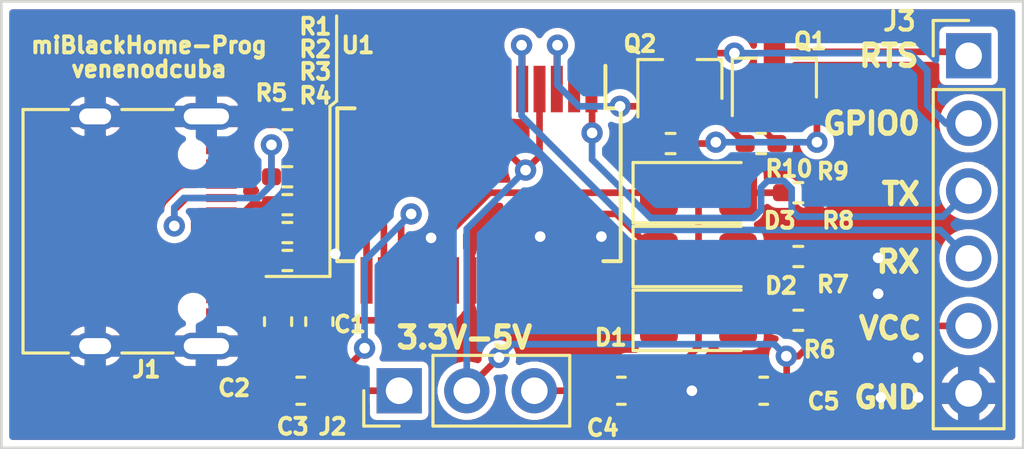
<source format=kicad_pcb>
(kicad_pcb (version 20171130) (host pcbnew "(5.1.10)-1")

  (general
    (thickness 1.6)
    (drawings 17)
    (tracks 174)
    (zones 0)
    (modules 24)
    (nets 37)
  )

  (page A4)
  (layers
    (0 F.Cu signal)
    (31 B.Cu signal)
    (32 B.Adhes user)
    (33 F.Adhes user)
    (34 B.Paste user)
    (35 F.Paste user)
    (36 B.SilkS user)
    (37 F.SilkS user)
    (38 B.Mask user)
    (39 F.Mask user)
    (40 Dwgs.User user)
    (41 Cmts.User user)
    (42 Eco1.User user)
    (43 Eco2.User user)
    (44 Edge.Cuts user)
    (45 Margin user)
    (46 B.CrtYd user)
    (47 F.CrtYd user)
    (48 B.Fab user hide)
    (49 F.Fab user hide)
  )

  (setup
    (last_trace_width 0.25)
    (user_trace_width 0.35)
    (user_trace_width 0.6)
    (trace_clearance 0.2)
    (zone_clearance 0.25)
    (zone_45_only no)
    (trace_min 0.2)
    (via_size 0.8)
    (via_drill 0.4)
    (via_min_size 0.4)
    (via_min_drill 0.3)
    (uvia_size 0.3)
    (uvia_drill 0.1)
    (uvias_allowed no)
    (uvia_min_size 0.2)
    (uvia_min_drill 0.1)
    (edge_width 0.05)
    (segment_width 0.2)
    (pcb_text_width 0.3)
    (pcb_text_size 1.5 1.5)
    (mod_edge_width 0.12)
    (mod_text_size 1 1)
    (mod_text_width 0.15)
    (pad_size 1.425 1.75)
    (pad_drill 0)
    (pad_to_mask_clearance 0)
    (aux_axis_origin 0 0)
    (visible_elements 7FFFFFFF)
    (pcbplotparams
      (layerselection 0x010fc_ffffffff)
      (usegerberextensions false)
      (usegerberattributes true)
      (usegerberadvancedattributes true)
      (creategerberjobfile true)
      (excludeedgelayer true)
      (linewidth 0.100000)
      (plotframeref false)
      (viasonmask false)
      (mode 1)
      (useauxorigin false)
      (hpglpennumber 1)
      (hpglpenspeed 20)
      (hpglpendiameter 15.000000)
      (psnegative false)
      (psa4output false)
      (plotreference true)
      (plotvalue true)
      (plotinvisibletext false)
      (padsonsilk false)
      (subtractmaskfromsilk false)
      (outputformat 1)
      (mirror false)
      (drillshape 1)
      (scaleselection 1)
      (outputdirectory ""))
  )

  (net 0 "")
  (net 1 +5V)
  (net 2 GND)
  (net 3 3V3)
  (net 4 VCCIO)
  (net 5 "Net-(D1-Pad1)")
  (net 6 "Net-(D1-Pad2)")
  (net 7 "Net-(D2-Pad2)")
  (net 8 "Net-(D2-Pad1)")
  (net 9 "Net-(D3-Pad1)")
  (net 10 "Net-(J1-PadB5)")
  (net 11 "Net-(J1-PadA8)")
  (net 12 "Net-(J1-PadA6)")
  (net 13 "Net-(J1-PadA7)")
  (net 14 "Net-(J1-PadA5)")
  (net 15 "Net-(J1-PadB8)")
  (net 16 /nRTS)
  (net 17 /GPIO0)
  (net 18 "Net-(J3-Pad3)")
  (net 19 "Net-(J3-Pad4)")
  (net 20 "Net-(Q1-Pad1)")
  (net 21 "Net-(Q1-Pad2)")
  (net 22 "Net-(Q2-Pad2)")
  (net 23 "Net-(Q2-Pad1)")
  (net 24 "Net-(R1-Pad1)")
  (net 25 "Net-(R2-Pad1)")
  (net 26 "Net-(R7-Pad1)")
  (net 27 "Net-(U1-Pad6)")
  (net 28 "Net-(U1-Pad9)")
  (net 29 "Net-(U1-Pad10)")
  (net 30 "Net-(U1-Pad11)")
  (net 31 "Net-(U1-Pad12)")
  (net 32 "Net-(U1-Pad13)")
  (net 33 "Net-(U1-Pad19)")
  (net 34 "Net-(U1-Pad26)")
  (net 35 "Net-(U1-Pad27)")
  (net 36 "Net-(U1-Pad28)")

  (net_class Default "This is the default net class."
    (clearance 0.2)
    (trace_width 0.25)
    (via_dia 0.8)
    (via_drill 0.4)
    (uvia_dia 0.3)
    (uvia_drill 0.1)
    (add_net +5V)
    (add_net /GPIO0)
    (add_net /nRTS)
    (add_net 3V3)
    (add_net GND)
    (add_net "Net-(D1-Pad1)")
    (add_net "Net-(D1-Pad2)")
    (add_net "Net-(D2-Pad1)")
    (add_net "Net-(D2-Pad2)")
    (add_net "Net-(D3-Pad1)")
    (add_net "Net-(J1-PadA5)")
    (add_net "Net-(J1-PadA6)")
    (add_net "Net-(J1-PadA7)")
    (add_net "Net-(J1-PadA8)")
    (add_net "Net-(J1-PadB5)")
    (add_net "Net-(J1-PadB8)")
    (add_net "Net-(J3-Pad3)")
    (add_net "Net-(J3-Pad4)")
    (add_net "Net-(Q1-Pad1)")
    (add_net "Net-(Q1-Pad2)")
    (add_net "Net-(Q2-Pad1)")
    (add_net "Net-(Q2-Pad2)")
    (add_net "Net-(R1-Pad1)")
    (add_net "Net-(R2-Pad1)")
    (add_net "Net-(R7-Pad1)")
    (add_net "Net-(U1-Pad10)")
    (add_net "Net-(U1-Pad11)")
    (add_net "Net-(U1-Pad12)")
    (add_net "Net-(U1-Pad13)")
    (add_net "Net-(U1-Pad19)")
    (add_net "Net-(U1-Pad26)")
    (add_net "Net-(U1-Pad27)")
    (add_net "Net-(U1-Pad28)")
    (add_net "Net-(U1-Pad6)")
    (add_net "Net-(U1-Pad9)")
    (add_net VCCIO)
  )

  (module LED_SMD:LED_1206_3216Metric_Pad1.42x1.75mm_HandSolder (layer F.Cu) (tedit 60B046E4) (tstamp 60B00EA3)
    (at 143.3 95.15)
    (descr "LED SMD 1206 (3216 Metric), square (rectangular) end terminal, IPC_7351 nominal, (Body size source: http://www.tortai-tech.com/upload/download/2011102023233369053.pdf), generated with kicad-footprint-generator")
    (tags "LED handsolder")
    (path /60B74862)
    (attr smd)
    (fp_text reference D3 (at 3.05 1.05) (layer F.SilkS)
      (effects (font (size 0.6 0.6) (thickness 0.15)))
    )
    (fp_text value LED (at 0 1.82) (layer F.Fab)
      (effects (font (size 1 1) (thickness 0.15)))
    )
    (fp_line (start 2.45 1.12) (end -2.45 1.12) (layer F.CrtYd) (width 0.05))
    (fp_line (start 2.45 -1.12) (end 2.45 1.12) (layer F.CrtYd) (width 0.05))
    (fp_line (start -2.45 -1.12) (end 2.45 -1.12) (layer F.CrtYd) (width 0.05))
    (fp_line (start -2.45 1.12) (end -2.45 -1.12) (layer F.CrtYd) (width 0.05))
    (fp_line (start -2.46 1.135) (end 1.6 1.135) (layer F.SilkS) (width 0.12))
    (fp_line (start -2.46 -1.135) (end -2.46 1.135) (layer F.SilkS) (width 0.12))
    (fp_line (start 1.6 -1.135) (end -2.46 -1.135) (layer F.SilkS) (width 0.12))
    (fp_line (start 1.6 0.8) (end 1.6 -0.8) (layer F.Fab) (width 0.1))
    (fp_line (start -1.6 0.8) (end 1.6 0.8) (layer F.Fab) (width 0.1))
    (fp_line (start -1.6 -0.4) (end -1.6 0.8) (layer F.Fab) (width 0.1))
    (fp_line (start -1.2 -0.8) (end -1.6 -0.4) (layer F.Fab) (width 0.1))
    (fp_line (start 1.6 -0.8) (end -1.2 -0.8) (layer F.Fab) (width 0.1))
    (fp_text user %R (at 0 0) (layer F.Fab)
      (effects (font (size 0.8 0.8) (thickness 0.12)))
    )
    (pad 1 smd roundrect (at -1.4875 0) (size 1.425 1.75) (layers F.Cu F.Paste F.Mask) (roundrect_rratio 0.175)
      (net 1 +5V))
    (pad 2 smd roundrect (at 1.4875 0) (size 1.425 1.75) (layers F.Cu F.Paste F.Mask) (roundrect_rratio 0.175)
      (net 9 "Net-(D3-Pad1)"))
    (model ${KISYS3DMOD}/LED_SMD.3dshapes/LED_1206_3216Metric.wrl
      (at (xyz 0 0 0))
      (scale (xyz 1 1 1))
      (rotate (xyz 0 0 0))
    )
  )

  (module Capacitor_SMD:C_0603_1608Metric_Pad1.08x0.95mm_HandSolder (layer F.Cu) (tedit 5F68FEEF) (tstamp 60B00E37)
    (at 127.5 100 90)
    (descr "Capacitor SMD 0603 (1608 Metric), square (rectangular) end terminal, IPC_7351 nominal with elongated pad for handsoldering. (Body size source: IPC-SM-782 page 76, https://www.pcb-3d.com/wordpress/wp-content/uploads/ipc-sm-782a_amendment_1_and_2.pdf), generated with kicad-footprint-generator")
    (tags "capacitor handsolder")
    (path /60B1BFA3)
    (attr smd)
    (fp_text reference C2 (at -2.5 -1.65 180) (layer F.SilkS)
      (effects (font (size 0.6 0.6) (thickness 0.15)))
    )
    (fp_text value 4.7uF (at 0 1.68 90) (layer F.Fab)
      (effects (font (size 1 1) (thickness 0.15)))
    )
    (fp_line (start -0.8 0.4) (end -0.8 -0.4) (layer F.Fab) (width 0.1))
    (fp_line (start -0.8 -0.4) (end 0.8 -0.4) (layer F.Fab) (width 0.1))
    (fp_line (start 0.8 -0.4) (end 0.8 0.4) (layer F.Fab) (width 0.1))
    (fp_line (start 0.8 0.4) (end -0.8 0.4) (layer F.Fab) (width 0.1))
    (fp_line (start -0.146267 -0.51) (end 0.146267 -0.51) (layer F.SilkS) (width 0.12))
    (fp_line (start -0.146267 0.51) (end 0.146267 0.51) (layer F.SilkS) (width 0.12))
    (fp_line (start -1.65 0.73) (end -1.65 -0.73) (layer F.CrtYd) (width 0.05))
    (fp_line (start -1.65 -0.73) (end 1.65 -0.73) (layer F.CrtYd) (width 0.05))
    (fp_line (start 1.65 -0.73) (end 1.65 0.73) (layer F.CrtYd) (width 0.05))
    (fp_line (start 1.65 0.73) (end -1.65 0.73) (layer F.CrtYd) (width 0.05))
    (fp_text user %R (at 0 0 90) (layer F.Fab)
      (effects (font (size 0.5 0.5) (thickness 0.08)))
    )
    (pad 2 smd roundrect (at 0.8625 0 90) (size 1.075 0.95) (layers F.Cu F.Paste F.Mask) (roundrect_rratio 0.25)
      (net 1 +5V))
    (pad 1 smd roundrect (at -0.8625 0 90) (size 1.075 0.95) (layers F.Cu F.Paste F.Mask) (roundrect_rratio 0.25)
      (net 2 GND))
    (model ${KISYS3DMOD}/Capacitor_SMD.3dshapes/C_0603_1608Metric.wrl
      (at (xyz 0 0 0))
      (scale (xyz 1 1 1))
      (rotate (xyz 0 0 0))
    )
  )

  (module Resistor_SMD:R_0402_1005Metric_Pad0.72x0.64mm_HandSolder (layer F.Cu) (tedit 5F6BB9E0) (tstamp 60B00F37)
    (at 127.85 96.65 180)
    (descr "Resistor SMD 0402 (1005 Metric), square (rectangular) end terminal, IPC_7351 nominal with elongated pad for handsoldering. (Body size source: IPC-SM-782 page 72, https://www.pcb-3d.com/wordpress/wp-content/uploads/ipc-sm-782a_amendment_1_and_2.pdf), generated with kicad-footprint-generator")
    (tags "resistor handsolder")
    (path /60B0A63B)
    (attr smd)
    (fp_text reference R3 (at -1.05 6.05) (layer F.SilkS)
      (effects (font (size 0.6 0.6) (thickness 0.15)))
    )
    (fp_text value 22 (at 0 1) (layer F.Fab)
      (effects (font (size 1 1) (thickness 0.15)))
    )
    (fp_line (start -0.525 0.27) (end -0.525 -0.27) (layer F.Fab) (width 0.1))
    (fp_line (start -0.525 -0.27) (end 0.525 -0.27) (layer F.Fab) (width 0.1))
    (fp_line (start 0.525 -0.27) (end 0.525 0.27) (layer F.Fab) (width 0.1))
    (fp_line (start 0.525 0.27) (end -0.525 0.27) (layer F.Fab) (width 0.1))
    (fp_line (start -0.167621 -0.38) (end 0.167621 -0.38) (layer F.SilkS) (width 0.12))
    (fp_line (start -0.167621 0.38) (end 0.167621 0.38) (layer F.SilkS) (width 0.12))
    (fp_line (start -1.1 0.47) (end -1.1 -0.47) (layer F.CrtYd) (width 0.05))
    (fp_line (start -1.1 -0.47) (end 1.1 -0.47) (layer F.CrtYd) (width 0.05))
    (fp_line (start 1.1 -0.47) (end 1.1 0.47) (layer F.CrtYd) (width 0.05))
    (fp_line (start 1.1 0.47) (end -1.1 0.47) (layer F.CrtYd) (width 0.05))
    (fp_text user %R (at 0 -0.62) (layer F.Fab)
      (effects (font (size 0.25 0.25) (thickness 0.04)))
    )
    (pad 2 smd roundrect (at 0.5975 0 180) (size 0.715 0.64) (layers F.Cu F.Paste F.Mask) (roundrect_rratio 0.25)
      (net 12 "Net-(J1-PadA6)"))
    (pad 1 smd roundrect (at -0.5975 0 180) (size 0.715 0.64) (layers F.Cu F.Paste F.Mask) (roundrect_rratio 0.25)
      (net 24 "Net-(R1-Pad1)"))
    (model ${KISYS3DMOD}/Resistor_SMD.3dshapes/R_0402_1005Metric.wrl
      (at (xyz 0 0 0))
      (scale (xyz 1 1 1))
      (rotate (xyz 0 0 0))
    )
  )

  (module Resistor_SMD:R_0402_1005Metric_Pad0.72x0.64mm_HandSolder (layer F.Cu) (tedit 5F6BB9E0) (tstamp 60B00F48)
    (at 127.85 95.6 180)
    (descr "Resistor SMD 0402 (1005 Metric), square (rectangular) end terminal, IPC_7351 nominal with elongated pad for handsoldering. (Body size source: IPC-SM-782 page 72, https://www.pcb-3d.com/wordpress/wp-content/uploads/ipc-sm-782a_amendment_1_and_2.pdf), generated with kicad-footprint-generator")
    (tags "resistor handsolder")
    (path /60B0A9B4)
    (attr smd)
    (fp_text reference R2 (at -1.05 5.85) (layer F.SilkS)
      (effects (font (size 0.6 0.6) (thickness 0.15)))
    )
    (fp_text value 22 (at 0 1) (layer F.Fab)
      (effects (font (size 1 1) (thickness 0.15)))
    )
    (fp_line (start -0.525 0.27) (end -0.525 -0.27) (layer F.Fab) (width 0.1))
    (fp_line (start -0.525 -0.27) (end 0.525 -0.27) (layer F.Fab) (width 0.1))
    (fp_line (start 0.525 -0.27) (end 0.525 0.27) (layer F.Fab) (width 0.1))
    (fp_line (start 0.525 0.27) (end -0.525 0.27) (layer F.Fab) (width 0.1))
    (fp_line (start -0.167621 -0.38) (end 0.167621 -0.38) (layer F.SilkS) (width 0.12))
    (fp_line (start -0.167621 0.38) (end 0.167621 0.38) (layer F.SilkS) (width 0.12))
    (fp_line (start -1.1 0.47) (end -1.1 -0.47) (layer F.CrtYd) (width 0.05))
    (fp_line (start -1.1 -0.47) (end 1.1 -0.47) (layer F.CrtYd) (width 0.05))
    (fp_line (start 1.1 -0.47) (end 1.1 0.47) (layer F.CrtYd) (width 0.05))
    (fp_line (start 1.1 0.47) (end -1.1 0.47) (layer F.CrtYd) (width 0.05))
    (fp_text user %R (at 0 -0.62) (layer F.Fab)
      (effects (font (size 0.25 0.25) (thickness 0.04)))
    )
    (pad 2 smd roundrect (at 0.5975 0 180) (size 0.715 0.64) (layers F.Cu F.Paste F.Mask) (roundrect_rratio 0.25)
      (net 13 "Net-(J1-PadA7)"))
    (pad 1 smd roundrect (at -0.5975 0 180) (size 0.715 0.64) (layers F.Cu F.Paste F.Mask) (roundrect_rratio 0.25)
      (net 25 "Net-(R2-Pad1)"))
    (model ${KISYS3DMOD}/Resistor_SMD.3dshapes/R_0402_1005Metric.wrl
      (at (xyz 0 0 0))
      (scale (xyz 1 1 1))
      (rotate (xyz 0 0 0))
    )
  )

  (module Resistor_SMD:R_0402_1005Metric_Pad0.72x0.64mm_HandSolder (layer F.Cu) (tedit 5F6BB9E0) (tstamp 60B00F59)
    (at 127.85 94.55 180)
    (descr "Resistor SMD 0402 (1005 Metric), square (rectangular) end terminal, IPC_7351 nominal with elongated pad for handsoldering. (Body size source: IPC-SM-782 page 72, https://www.pcb-3d.com/wordpress/wp-content/uploads/ipc-sm-782a_amendment_1_and_2.pdf), generated with kicad-footprint-generator")
    (tags "resistor handsolder")
    (path /60B145B4)
    (attr smd)
    (fp_text reference R1 (at -1.05 5.65) (layer F.SilkS)
      (effects (font (size 0.6 0.6) (thickness 0.15)))
    )
    (fp_text value 5k1 (at 0 1) (layer F.Fab)
      (effects (font (size 1 1) (thickness 0.15)))
    )
    (fp_line (start -0.525 0.27) (end -0.525 -0.27) (layer F.Fab) (width 0.1))
    (fp_line (start -0.525 -0.27) (end 0.525 -0.27) (layer F.Fab) (width 0.1))
    (fp_line (start 0.525 -0.27) (end 0.525 0.27) (layer F.Fab) (width 0.1))
    (fp_line (start 0.525 0.27) (end -0.525 0.27) (layer F.Fab) (width 0.1))
    (fp_line (start -0.167621 -0.38) (end 0.167621 -0.38) (layer F.SilkS) (width 0.12))
    (fp_line (start -0.167621 0.38) (end 0.167621 0.38) (layer F.SilkS) (width 0.12))
    (fp_line (start -1.1 0.47) (end -1.1 -0.47) (layer F.CrtYd) (width 0.05))
    (fp_line (start -1.1 -0.47) (end 1.1 -0.47) (layer F.CrtYd) (width 0.05))
    (fp_line (start 1.1 -0.47) (end 1.1 0.47) (layer F.CrtYd) (width 0.05))
    (fp_line (start 1.1 0.47) (end -1.1 0.47) (layer F.CrtYd) (width 0.05))
    (fp_text user %R (at 0 -0.62) (layer F.Fab)
      (effects (font (size 0.25 0.25) (thickness 0.04)))
    )
    (pad 2 smd roundrect (at 0.5975 0 180) (size 0.715 0.64) (layers F.Cu F.Paste F.Mask) (roundrect_rratio 0.25)
      (net 14 "Net-(J1-PadA5)"))
    (pad 1 smd roundrect (at -0.5975 0 180) (size 0.715 0.64) (layers F.Cu F.Paste F.Mask) (roundrect_rratio 0.25)
      (net 2 GND))
    (model ${KISYS3DMOD}/Resistor_SMD.3dshapes/R_0402_1005Metric.wrl
      (at (xyz 0 0 0))
      (scale (xyz 1 1 1))
      (rotate (xyz 0 0 0))
    )
  )

  (module Resistor_SMD:R_0402_1005Metric_Pad0.72x0.64mm_HandSolder (layer F.Cu) (tedit 5F6BB9E0) (tstamp 60B00F6A)
    (at 127.85 97.7 180)
    (descr "Resistor SMD 0402 (1005 Metric), square (rectangular) end terminal, IPC_7351 nominal with elongated pad for handsoldering. (Body size source: IPC-SM-782 page 72, https://www.pcb-3d.com/wordpress/wp-content/uploads/ipc-sm-782a_amendment_1_and_2.pdf), generated with kicad-footprint-generator")
    (tags "resistor handsolder")
    (path /60B14CCB)
    (attr smd)
    (fp_text reference R4 (at -1.05 6.2) (layer F.SilkS)
      (effects (font (size 0.6 0.6) (thickness 0.15)))
    )
    (fp_text value 5k1 (at 0 1) (layer F.Fab)
      (effects (font (size 1 1) (thickness 0.15)))
    )
    (fp_line (start -0.525 0.27) (end -0.525 -0.27) (layer F.Fab) (width 0.1))
    (fp_line (start -0.525 -0.27) (end 0.525 -0.27) (layer F.Fab) (width 0.1))
    (fp_line (start 0.525 -0.27) (end 0.525 0.27) (layer F.Fab) (width 0.1))
    (fp_line (start 0.525 0.27) (end -0.525 0.27) (layer F.Fab) (width 0.1))
    (fp_line (start -0.167621 -0.38) (end 0.167621 -0.38) (layer F.SilkS) (width 0.12))
    (fp_line (start -0.167621 0.38) (end 0.167621 0.38) (layer F.SilkS) (width 0.12))
    (fp_line (start -1.1 0.47) (end -1.1 -0.47) (layer F.CrtYd) (width 0.05))
    (fp_line (start -1.1 -0.47) (end 1.1 -0.47) (layer F.CrtYd) (width 0.05))
    (fp_line (start 1.1 -0.47) (end 1.1 0.47) (layer F.CrtYd) (width 0.05))
    (fp_line (start 1.1 0.47) (end -1.1 0.47) (layer F.CrtYd) (width 0.05))
    (fp_text user %R (at 0 -0.62) (layer F.Fab)
      (effects (font (size 0.25 0.25) (thickness 0.04)))
    )
    (pad 2 smd roundrect (at 0.5975 0 180) (size 0.715 0.64) (layers F.Cu F.Paste F.Mask) (roundrect_rratio 0.25)
      (net 10 "Net-(J1-PadB5)"))
    (pad 1 smd roundrect (at -0.5975 0 180) (size 0.715 0.64) (layers F.Cu F.Paste F.Mask) (roundrect_rratio 0.25)
      (net 2 GND))
    (model ${KISYS3DMOD}/Resistor_SMD.3dshapes/R_0402_1005Metric.wrl
      (at (xyz 0 0 0))
      (scale (xyz 1 1 1))
      (rotate (xyz 0 0 0))
    )
  )

  (module Resistor_SMD:R_0402_1005Metric_Pad0.72x0.64mm_HandSolder (layer F.Cu) (tedit 5F6BB9E0) (tstamp 60B00F7B)
    (at 147.05 99.95)
    (descr "Resistor SMD 0402 (1005 Metric), square (rectangular) end terminal, IPC_7351 nominal with elongated pad for handsoldering. (Body size source: IPC-SM-782 page 72, https://www.pcb-3d.com/wordpress/wp-content/uploads/ipc-sm-782a_amendment_1_and_2.pdf), generated with kicad-footprint-generator")
    (tags "resistor handsolder")
    (path /60B43610)
    (attr smd)
    (fp_text reference R6 (at 0.8 1.1) (layer F.SilkS)
      (effects (font (size 0.6 0.6) (thickness 0.15)))
    )
    (fp_text value 220 (at 0 1) (layer F.Fab)
      (effects (font (size 1 1) (thickness 0.15)))
    )
    (fp_line (start -0.525 0.27) (end -0.525 -0.27) (layer F.Fab) (width 0.1))
    (fp_line (start -0.525 -0.27) (end 0.525 -0.27) (layer F.Fab) (width 0.1))
    (fp_line (start 0.525 -0.27) (end 0.525 0.27) (layer F.Fab) (width 0.1))
    (fp_line (start 0.525 0.27) (end -0.525 0.27) (layer F.Fab) (width 0.1))
    (fp_line (start -0.167621 -0.38) (end 0.167621 -0.38) (layer F.SilkS) (width 0.12))
    (fp_line (start -0.167621 0.38) (end 0.167621 0.38) (layer F.SilkS) (width 0.12))
    (fp_line (start -1.1 0.47) (end -1.1 -0.47) (layer F.CrtYd) (width 0.05))
    (fp_line (start -1.1 -0.47) (end 1.1 -0.47) (layer F.CrtYd) (width 0.05))
    (fp_line (start 1.1 -0.47) (end 1.1 0.47) (layer F.CrtYd) (width 0.05))
    (fp_line (start 1.1 0.47) (end -1.1 0.47) (layer F.CrtYd) (width 0.05))
    (fp_text user %R (at 0 -0.62) (layer F.Fab)
      (effects (font (size 0.25 0.25) (thickness 0.04)))
    )
    (pad 2 smd roundrect (at 0.5975 0) (size 0.715 0.64) (layers F.Cu F.Paste F.Mask) (roundrect_rratio 0.25)
      (net 4 VCCIO))
    (pad 1 smd roundrect (at -0.5975 0) (size 0.715 0.64) (layers F.Cu F.Paste F.Mask) (roundrect_rratio 0.25)
      (net 6 "Net-(D1-Pad2)"))
    (model ${KISYS3DMOD}/Resistor_SMD.3dshapes/R_0402_1005Metric.wrl
      (at (xyz 0 0 0))
      (scale (xyz 1 1 1))
      (rotate (xyz 0 0 0))
    )
  )

  (module Resistor_SMD:R_0402_1005Metric_Pad0.72x0.64mm_HandSolder (layer F.Cu) (tedit 5F6BB9E0) (tstamp 60B00F9D)
    (at 127.85 92.4)
    (descr "Resistor SMD 0402 (1005 Metric), square (rectangular) end terminal, IPC_7351 nominal with elongated pad for handsoldering. (Body size source: IPC-SM-782 page 72, https://www.pcb-3d.com/wordpress/wp-content/uploads/ipc-sm-782a_amendment_1_and_2.pdf), generated with kicad-footprint-generator")
    (tags "resistor handsolder")
    (path /60B441B0)
    (attr smd)
    (fp_text reference R5 (at -0.6 -1) (layer F.SilkS)
      (effects (font (size 0.6 0.6) (thickness 0.15)))
    )
    (fp_text value 10k (at 0 1) (layer F.Fab)
      (effects (font (size 1 1) (thickness 0.15)))
    )
    (fp_line (start -0.525 0.27) (end -0.525 -0.27) (layer F.Fab) (width 0.1))
    (fp_line (start -0.525 -0.27) (end 0.525 -0.27) (layer F.Fab) (width 0.1))
    (fp_line (start 0.525 -0.27) (end 0.525 0.27) (layer F.Fab) (width 0.1))
    (fp_line (start 0.525 0.27) (end -0.525 0.27) (layer F.Fab) (width 0.1))
    (fp_line (start -0.167621 -0.38) (end 0.167621 -0.38) (layer F.SilkS) (width 0.12))
    (fp_line (start -0.167621 0.38) (end 0.167621 0.38) (layer F.SilkS) (width 0.12))
    (fp_line (start -1.1 0.47) (end -1.1 -0.47) (layer F.CrtYd) (width 0.05))
    (fp_line (start -1.1 -0.47) (end 1.1 -0.47) (layer F.CrtYd) (width 0.05))
    (fp_line (start 1.1 -0.47) (end 1.1 0.47) (layer F.CrtYd) (width 0.05))
    (fp_line (start 1.1 0.47) (end -1.1 0.47) (layer F.CrtYd) (width 0.05))
    (fp_text user %R (at 0 -0.62) (layer F.Fab)
      (effects (font (size 0.25 0.25) (thickness 0.04)))
    )
    (pad 2 smd roundrect (at 0.5975 0) (size 0.715 0.64) (layers F.Cu F.Paste F.Mask) (roundrect_rratio 0.25)
      (net 4 VCCIO))
    (pad 1 smd roundrect (at -0.5975 0) (size 0.715 0.64) (layers F.Cu F.Paste F.Mask) (roundrect_rratio 0.25)
      (net 26 "Net-(R7-Pad1)"))
    (model ${KISYS3DMOD}/Resistor_SMD.3dshapes/R_0402_1005Metric.wrl
      (at (xyz 0 0 0))
      (scale (xyz 1 1 1))
      (rotate (xyz 0 0 0))
    )
  )

  (module Resistor_SMD:R_0402_1005Metric_Pad0.72x0.64mm_HandSolder (layer F.Cu) (tedit 5F6BB9E0) (tstamp 60B00FAE)
    (at 145.65 93.3 180)
    (descr "Resistor SMD 0402 (1005 Metric), square (rectangular) end terminal, IPC_7351 nominal with elongated pad for handsoldering. (Body size source: IPC-SM-782 page 72, https://www.pcb-3d.com/wordpress/wp-content/uploads/ipc-sm-782a_amendment_1_and_2.pdf), generated with kicad-footprint-generator")
    (tags "resistor handsolder")
    (path /60B58E9D)
    (attr smd)
    (fp_text reference R9 (at -2.7 -1.05) (layer F.SilkS)
      (effects (font (size 0.6 0.6) (thickness 0.15)))
    )
    (fp_text value 10k (at 0 1) (layer F.Fab)
      (effects (font (size 1 1) (thickness 0.15)))
    )
    (fp_line (start -0.525 0.27) (end -0.525 -0.27) (layer F.Fab) (width 0.1))
    (fp_line (start -0.525 -0.27) (end 0.525 -0.27) (layer F.Fab) (width 0.1))
    (fp_line (start 0.525 -0.27) (end 0.525 0.27) (layer F.Fab) (width 0.1))
    (fp_line (start 0.525 0.27) (end -0.525 0.27) (layer F.Fab) (width 0.1))
    (fp_line (start -0.167621 -0.38) (end 0.167621 -0.38) (layer F.SilkS) (width 0.12))
    (fp_line (start -0.167621 0.38) (end 0.167621 0.38) (layer F.SilkS) (width 0.12))
    (fp_line (start -1.1 0.47) (end -1.1 -0.47) (layer F.CrtYd) (width 0.05))
    (fp_line (start -1.1 -0.47) (end 1.1 -0.47) (layer F.CrtYd) (width 0.05))
    (fp_line (start 1.1 -0.47) (end 1.1 0.47) (layer F.CrtYd) (width 0.05))
    (fp_line (start 1.1 0.47) (end -1.1 0.47) (layer F.CrtYd) (width 0.05))
    (fp_text user %R (at 0 -0.62) (layer F.Fab)
      (effects (font (size 0.25 0.25) (thickness 0.04)))
    )
    (pad 2 smd roundrect (at 0.5975 0 180) (size 0.715 0.64) (layers F.Cu F.Paste F.Mask) (roundrect_rratio 0.25)
      (net 22 "Net-(Q2-Pad2)"))
    (pad 1 smd roundrect (at -0.5975 0 180) (size 0.715 0.64) (layers F.Cu F.Paste F.Mask) (roundrect_rratio 0.25)
      (net 20 "Net-(Q1-Pad1)"))
    (model ${KISYS3DMOD}/Resistor_SMD.3dshapes/R_0402_1005Metric.wrl
      (at (xyz 0 0 0))
      (scale (xyz 1 1 1))
      (rotate (xyz 0 0 0))
    )
  )

  (module Resistor_SMD:R_0402_1005Metric_Pad0.72x0.64mm_HandSolder (layer F.Cu) (tedit 5F6BB9E0) (tstamp 60B00FBF)
    (at 142.25 93.3)
    (descr "Resistor SMD 0402 (1005 Metric), square (rectangular) end terminal, IPC_7351 nominal with elongated pad for handsoldering. (Body size source: IPC-SM-782 page 72, https://www.pcb-3d.com/wordpress/wp-content/uploads/ipc-sm-782a_amendment_1_and_2.pdf), generated with kicad-footprint-generator")
    (tags "resistor handsolder")
    (path /60B592E2)
    (attr smd)
    (fp_text reference R10 (at 4.45 0.95) (layer F.SilkS)
      (effects (font (size 0.6 0.6) (thickness 0.15)))
    )
    (fp_text value 10k (at 0 1) (layer F.Fab)
      (effects (font (size 1 1) (thickness 0.15)))
    )
    (fp_line (start -0.525 0.27) (end -0.525 -0.27) (layer F.Fab) (width 0.1))
    (fp_line (start -0.525 -0.27) (end 0.525 -0.27) (layer F.Fab) (width 0.1))
    (fp_line (start 0.525 -0.27) (end 0.525 0.27) (layer F.Fab) (width 0.1))
    (fp_line (start 0.525 0.27) (end -0.525 0.27) (layer F.Fab) (width 0.1))
    (fp_line (start -0.167621 -0.38) (end 0.167621 -0.38) (layer F.SilkS) (width 0.12))
    (fp_line (start -0.167621 0.38) (end 0.167621 0.38) (layer F.SilkS) (width 0.12))
    (fp_line (start -1.1 0.47) (end -1.1 -0.47) (layer F.CrtYd) (width 0.05))
    (fp_line (start -1.1 -0.47) (end 1.1 -0.47) (layer F.CrtYd) (width 0.05))
    (fp_line (start 1.1 -0.47) (end 1.1 0.47) (layer F.CrtYd) (width 0.05))
    (fp_line (start 1.1 0.47) (end -1.1 0.47) (layer F.CrtYd) (width 0.05))
    (fp_text user %R (at 0 -0.62) (layer F.Fab)
      (effects (font (size 0.25 0.25) (thickness 0.04)))
    )
    (pad 2 smd roundrect (at 0.5975 0) (size 0.715 0.64) (layers F.Cu F.Paste F.Mask) (roundrect_rratio 0.25)
      (net 21 "Net-(Q1-Pad2)"))
    (pad 1 smd roundrect (at -0.5975 0) (size 0.715 0.64) (layers F.Cu F.Paste F.Mask) (roundrect_rratio 0.25)
      (net 23 "Net-(Q2-Pad1)"))
    (model ${KISYS3DMOD}/Resistor_SMD.3dshapes/R_0402_1005Metric.wrl
      (at (xyz 0 0 0))
      (scale (xyz 1 1 1))
      (rotate (xyz 0 0 0))
    )
  )

  (module Resistor_SMD:R_0402_1005Metric_Pad0.72x0.64mm_HandSolder (layer F.Cu) (tedit 5F6BB9E0) (tstamp 60B00FD0)
    (at 147.05 95.15)
    (descr "Resistor SMD 0402 (1005 Metric), square (rectangular) end terminal, IPC_7351 nominal with elongated pad for handsoldering. (Body size source: IPC-SM-782 page 72, https://www.pcb-3d.com/wordpress/wp-content/uploads/ipc-sm-782a_amendment_1_and_2.pdf), generated with kicad-footprint-generator")
    (tags "resistor handsolder")
    (path /60B74DF6)
    (attr smd)
    (fp_text reference R8 (at 1.5 1.05 180) (layer F.SilkS)
      (effects (font (size 0.6 0.6) (thickness 0.15)))
    )
    (fp_text value 220 (at 0 1) (layer F.Fab)
      (effects (font (size 1 1) (thickness 0.15)))
    )
    (fp_line (start -0.525 0.27) (end -0.525 -0.27) (layer F.Fab) (width 0.1))
    (fp_line (start -0.525 -0.27) (end 0.525 -0.27) (layer F.Fab) (width 0.1))
    (fp_line (start 0.525 -0.27) (end 0.525 0.27) (layer F.Fab) (width 0.1))
    (fp_line (start 0.525 0.27) (end -0.525 0.27) (layer F.Fab) (width 0.1))
    (fp_line (start -0.167621 -0.38) (end 0.167621 -0.38) (layer F.SilkS) (width 0.12))
    (fp_line (start -0.167621 0.38) (end 0.167621 0.38) (layer F.SilkS) (width 0.12))
    (fp_line (start -1.1 0.47) (end -1.1 -0.47) (layer F.CrtYd) (width 0.05))
    (fp_line (start -1.1 -0.47) (end 1.1 -0.47) (layer F.CrtYd) (width 0.05))
    (fp_line (start 1.1 -0.47) (end 1.1 0.47) (layer F.CrtYd) (width 0.05))
    (fp_line (start 1.1 0.47) (end -1.1 0.47) (layer F.CrtYd) (width 0.05))
    (fp_text user %R (at 0 -0.62) (layer F.Fab)
      (effects (font (size 0.25 0.25) (thickness 0.04)))
    )
    (pad 2 smd roundrect (at 0.5975 0) (size 0.715 0.64) (layers F.Cu F.Paste F.Mask) (roundrect_rratio 0.25)
      (net 2 GND))
    (pad 1 smd roundrect (at -0.5975 0) (size 0.715 0.64) (layers F.Cu F.Paste F.Mask) (roundrect_rratio 0.25)
      (net 9 "Net-(D3-Pad1)"))
    (model ${KISYS3DMOD}/Resistor_SMD.3dshapes/R_0402_1005Metric.wrl
      (at (xyz 0 0 0))
      (scale (xyz 1 1 1))
      (rotate (xyz 0 0 0))
    )
  )

  (module Resistor_SMD:R_0402_1005Metric_Pad0.72x0.64mm_HandSolder (layer F.Cu) (tedit 5F6BB9E0) (tstamp 60B00F8C)
    (at 147.05 97.55)
    (descr "Resistor SMD 0402 (1005 Metric), square (rectangular) end terminal, IPC_7351 nominal with elongated pad for handsoldering. (Body size source: IPC-SM-782 page 72, https://www.pcb-3d.com/wordpress/wp-content/uploads/ipc-sm-782a_amendment_1_and_2.pdf), generated with kicad-footprint-generator")
    (tags "resistor handsolder")
    (path /60B43C80)
    (attr smd)
    (fp_text reference R7 (at 1.3 1.05 180) (layer F.SilkS)
      (effects (font (size 0.6 0.6) (thickness 0.15)))
    )
    (fp_text value 220 (at 0 1) (layer F.Fab)
      (effects (font (size 1 1) (thickness 0.15)))
    )
    (fp_line (start -0.525 0.27) (end -0.525 -0.27) (layer F.Fab) (width 0.1))
    (fp_line (start -0.525 -0.27) (end 0.525 -0.27) (layer F.Fab) (width 0.1))
    (fp_line (start 0.525 -0.27) (end 0.525 0.27) (layer F.Fab) (width 0.1))
    (fp_line (start 0.525 0.27) (end -0.525 0.27) (layer F.Fab) (width 0.1))
    (fp_line (start -0.167621 -0.38) (end 0.167621 -0.38) (layer F.SilkS) (width 0.12))
    (fp_line (start -0.167621 0.38) (end 0.167621 0.38) (layer F.SilkS) (width 0.12))
    (fp_line (start -1.1 0.47) (end -1.1 -0.47) (layer F.CrtYd) (width 0.05))
    (fp_line (start -1.1 -0.47) (end 1.1 -0.47) (layer F.CrtYd) (width 0.05))
    (fp_line (start 1.1 -0.47) (end 1.1 0.47) (layer F.CrtYd) (width 0.05))
    (fp_line (start 1.1 0.47) (end -1.1 0.47) (layer F.CrtYd) (width 0.05))
    (fp_text user %R (at 0 -0.62) (layer F.Fab)
      (effects (font (size 0.25 0.25) (thickness 0.04)))
    )
    (pad 2 smd roundrect (at 0.5975 0) (size 0.715 0.64) (layers F.Cu F.Paste F.Mask) (roundrect_rratio 0.25)
      (net 4 VCCIO))
    (pad 1 smd roundrect (at -0.5975 0) (size 0.715 0.64) (layers F.Cu F.Paste F.Mask) (roundrect_rratio 0.25)
      (net 7 "Net-(D2-Pad2)"))
    (model ${KISYS3DMOD}/Resistor_SMD.3dshapes/R_0402_1005Metric.wrl
      (at (xyz 0 0 0))
      (scale (xyz 1 1 1))
      (rotate (xyz 0 0 0))
    )
  )

  (module Capacitor_SMD:C_0603_1608Metric_Pad1.08x0.95mm_HandSolder (layer F.Cu) (tedit 5F68FEEF) (tstamp 60B00E26)
    (at 140.4 102.6 180)
    (descr "Capacitor SMD 0603 (1608 Metric), square (rectangular) end terminal, IPC_7351 nominal with elongated pad for handsoldering. (Body size source: IPC-SM-782 page 76, https://www.pcb-3d.com/wordpress/wp-content/uploads/ipc-sm-782a_amendment_1_and_2.pdf), generated with kicad-footprint-generator")
    (tags "capacitor handsolder")
    (path /60B0631D)
    (attr smd)
    (fp_text reference C4 (at 0.7 -1.4) (layer F.SilkS)
      (effects (font (size 0.6 0.6) (thickness 0.15)))
    )
    (fp_text value 100nf (at 0 1.43) (layer F.Fab)
      (effects (font (size 1 1) (thickness 0.15)))
    )
    (fp_line (start -0.8 0.4) (end -0.8 -0.4) (layer F.Fab) (width 0.1))
    (fp_line (start -0.8 -0.4) (end 0.8 -0.4) (layer F.Fab) (width 0.1))
    (fp_line (start 0.8 -0.4) (end 0.8 0.4) (layer F.Fab) (width 0.1))
    (fp_line (start 0.8 0.4) (end -0.8 0.4) (layer F.Fab) (width 0.1))
    (fp_line (start -0.146267 -0.51) (end 0.146267 -0.51) (layer F.SilkS) (width 0.12))
    (fp_line (start -0.146267 0.51) (end 0.146267 0.51) (layer F.SilkS) (width 0.12))
    (fp_line (start -1.65 0.73) (end -1.65 -0.73) (layer F.CrtYd) (width 0.05))
    (fp_line (start -1.65 -0.73) (end 1.65 -0.73) (layer F.CrtYd) (width 0.05))
    (fp_line (start 1.65 -0.73) (end 1.65 0.73) (layer F.CrtYd) (width 0.05))
    (fp_line (start 1.65 0.73) (end -1.65 0.73) (layer F.CrtYd) (width 0.05))
    (fp_text user %R (at 0 0) (layer F.Fab)
      (effects (font (size 0.4 0.4) (thickness 0.06)))
    )
    (pad 2 smd roundrect (at 0.8625 0 180) (size 1.075 0.95) (layers F.Cu F.Paste F.Mask) (roundrect_rratio 0.25)
      (net 1 +5V))
    (pad 1 smd roundrect (at -0.8625 0 180) (size 1.075 0.95) (layers F.Cu F.Paste F.Mask) (roundrect_rratio 0.25)
      (net 2 GND))
    (model ${KISYS3DMOD}/Capacitor_SMD.3dshapes/C_0603_1608Metric.wrl
      (at (xyz 0 0 0))
      (scale (xyz 1 1 1))
      (rotate (xyz 0 0 0))
    )
  )

  (module Capacitor_SMD:C_0603_1608Metric_Pad1.08x0.95mm_HandSolder (layer F.Cu) (tedit 5F68FEEF) (tstamp 60B00E48)
    (at 128.35 102.6 180)
    (descr "Capacitor SMD 0603 (1608 Metric), square (rectangular) end terminal, IPC_7351 nominal with elongated pad for handsoldering. (Body size source: IPC-SM-782 page 76, https://www.pcb-3d.com/wordpress/wp-content/uploads/ipc-sm-782a_amendment_1_and_2.pdf), generated with kicad-footprint-generator")
    (tags "capacitor handsolder")
    (path /60B1E452)
    (attr smd)
    (fp_text reference C3 (at 0.3 -1.35) (layer F.SilkS)
      (effects (font (size 0.6 0.6) (thickness 0.15)))
    )
    (fp_text value 100nf (at 0 1.43) (layer F.Fab)
      (effects (font (size 1 1) (thickness 0.15)))
    )
    (fp_line (start 1.65 0.73) (end -1.65 0.73) (layer F.CrtYd) (width 0.05))
    (fp_line (start 1.65 -0.73) (end 1.65 0.73) (layer F.CrtYd) (width 0.05))
    (fp_line (start -1.65 -0.73) (end 1.65 -0.73) (layer F.CrtYd) (width 0.05))
    (fp_line (start -1.65 0.73) (end -1.65 -0.73) (layer F.CrtYd) (width 0.05))
    (fp_line (start -0.146267 0.51) (end 0.146267 0.51) (layer F.SilkS) (width 0.12))
    (fp_line (start -0.146267 -0.51) (end 0.146267 -0.51) (layer F.SilkS) (width 0.12))
    (fp_line (start 0.8 0.4) (end -0.8 0.4) (layer F.Fab) (width 0.1))
    (fp_line (start 0.8 -0.4) (end 0.8 0.4) (layer F.Fab) (width 0.1))
    (fp_line (start -0.8 -0.4) (end 0.8 -0.4) (layer F.Fab) (width 0.1))
    (fp_line (start -0.8 0.4) (end -0.8 -0.4) (layer F.Fab) (width 0.1))
    (fp_text user %R (at 0 0) (layer F.Fab)
      (effects (font (size 0.4 0.4) (thickness 0.06)))
    )
    (pad 1 smd roundrect (at -0.8625 0 180) (size 1.075 0.95) (layers F.Cu F.Paste F.Mask) (roundrect_rratio 0.25)
      (net 3 3V3))
    (pad 2 smd roundrect (at 0.8625 0 180) (size 1.075 0.95) (layers F.Cu F.Paste F.Mask) (roundrect_rratio 0.25)
      (net 2 GND))
    (model ${KISYS3DMOD}/Capacitor_SMD.3dshapes/C_0603_1608Metric.wrl
      (at (xyz 0 0 0))
      (scale (xyz 1 1 1))
      (rotate (xyz 0 0 0))
    )
  )

  (module Capacitor_SMD:C_0603_1608Metric_Pad1.08x0.95mm_HandSolder (layer F.Cu) (tedit 5F68FEEF) (tstamp 60B00E59)
    (at 129.05 100 270)
    (descr "Capacitor SMD 0603 (1608 Metric), square (rectangular) end terminal, IPC_7351 nominal with elongated pad for handsoldering. (Body size source: IPC-SM-782 page 76, https://www.pcb-3d.com/wordpress/wp-content/uploads/ipc-sm-782a_amendment_1_and_2.pdf), generated with kicad-footprint-generator")
    (tags "capacitor handsolder")
    (path /60B277FD)
    (attr smd)
    (fp_text reference C1 (at 0.1 -1.15 180) (layer F.SilkS)
      (effects (font (size 0.6 0.6) (thickness 0.15)))
    )
    (fp_text value 100nf (at 0 1.43 90) (layer F.Fab)
      (effects (font (size 1 1) (thickness 0.15)))
    )
    (fp_line (start -0.8 0.4) (end -0.8 -0.4) (layer F.Fab) (width 0.1))
    (fp_line (start -0.8 -0.4) (end 0.8 -0.4) (layer F.Fab) (width 0.1))
    (fp_line (start 0.8 -0.4) (end 0.8 0.4) (layer F.Fab) (width 0.1))
    (fp_line (start 0.8 0.4) (end -0.8 0.4) (layer F.Fab) (width 0.1))
    (fp_line (start -0.146267 -0.51) (end 0.146267 -0.51) (layer F.SilkS) (width 0.12))
    (fp_line (start -0.146267 0.51) (end 0.146267 0.51) (layer F.SilkS) (width 0.12))
    (fp_line (start -1.65 0.73) (end -1.65 -0.73) (layer F.CrtYd) (width 0.05))
    (fp_line (start -1.65 -0.73) (end 1.65 -0.73) (layer F.CrtYd) (width 0.05))
    (fp_line (start 1.65 -0.73) (end 1.65 0.73) (layer F.CrtYd) (width 0.05))
    (fp_line (start 1.65 0.73) (end -1.65 0.73) (layer F.CrtYd) (width 0.05))
    (fp_text user %R (at 0 0 90) (layer F.Fab)
      (effects (font (size 0.4 0.4) (thickness 0.06)))
    )
    (pad 2 smd roundrect (at 0.8625 0 270) (size 1.075 0.95) (layers F.Cu F.Paste F.Mask) (roundrect_rratio 0.25)
      (net 2 GND))
    (pad 1 smd roundrect (at -0.8625 0 270) (size 1.075 0.95) (layers F.Cu F.Paste F.Mask) (roundrect_rratio 0.25)
      (net 1 +5V))
    (model ${KISYS3DMOD}/Capacitor_SMD.3dshapes/C_0603_1608Metric.wrl
      (at (xyz 0 0 0))
      (scale (xyz 1 1 1))
      (rotate (xyz 0 0 0))
    )
  )

  (module Capacitor_SMD:C_0603_1608Metric_Pad1.08x0.95mm_HandSolder (layer F.Cu) (tedit 5F68FEEF) (tstamp 60B00E6A)
    (at 145.75 102.6 180)
    (descr "Capacitor SMD 0603 (1608 Metric), square (rectangular) end terminal, IPC_7351 nominal with elongated pad for handsoldering. (Body size source: IPC-SM-782 page 76, https://www.pcb-3d.com/wordpress/wp-content/uploads/ipc-sm-782a_amendment_1_and_2.pdf), generated with kicad-footprint-generator")
    (tags "capacitor handsolder")
    (path /60B02479)
    (attr smd)
    (fp_text reference C5 (at -2.25 -0.4) (layer F.SilkS)
      (effects (font (size 0.6 0.6) (thickness 0.15)))
    )
    (fp_text value 100nf (at 0 1.43) (layer F.Fab)
      (effects (font (size 1 1) (thickness 0.15)))
    )
    (fp_line (start 1.65 0.73) (end -1.65 0.73) (layer F.CrtYd) (width 0.05))
    (fp_line (start 1.65 -0.73) (end 1.65 0.73) (layer F.CrtYd) (width 0.05))
    (fp_line (start -1.65 -0.73) (end 1.65 -0.73) (layer F.CrtYd) (width 0.05))
    (fp_line (start -1.65 0.73) (end -1.65 -0.73) (layer F.CrtYd) (width 0.05))
    (fp_line (start -0.146267 0.51) (end 0.146267 0.51) (layer F.SilkS) (width 0.12))
    (fp_line (start -0.146267 -0.51) (end 0.146267 -0.51) (layer F.SilkS) (width 0.12))
    (fp_line (start 0.8 0.4) (end -0.8 0.4) (layer F.Fab) (width 0.1))
    (fp_line (start 0.8 -0.4) (end 0.8 0.4) (layer F.Fab) (width 0.1))
    (fp_line (start -0.8 -0.4) (end 0.8 -0.4) (layer F.Fab) (width 0.1))
    (fp_line (start -0.8 0.4) (end -0.8 -0.4) (layer F.Fab) (width 0.1))
    (fp_text user %R (at 0 0) (layer F.Fab)
      (effects (font (size 0.4 0.4) (thickness 0.06)))
    )
    (pad 1 smd roundrect (at -0.8625 0 180) (size 1.075 0.95) (layers F.Cu F.Paste F.Mask) (roundrect_rratio 0.25)
      (net 4 VCCIO))
    (pad 2 smd roundrect (at 0.8625 0 180) (size 1.075 0.95) (layers F.Cu F.Paste F.Mask) (roundrect_rratio 0.25)
      (net 2 GND))
    (model ${KISYS3DMOD}/Capacitor_SMD.3dshapes/C_0603_1608Metric.wrl
      (at (xyz 0 0 0))
      (scale (xyz 1 1 1))
      (rotate (xyz 0 0 0))
    )
  )

  (module LED_SMD:LED_1206_3216Metric_Pad1.42x1.75mm_HandSolder (layer F.Cu) (tedit 5F68FEF1) (tstamp 60B00E7D)
    (at 143.3 99.95)
    (descr "LED SMD 1206 (3216 Metric), square (rectangular) end terminal, IPC_7351 nominal, (Body size source: http://www.tortai-tech.com/upload/download/2011102023233369053.pdf), generated with kicad-footprint-generator")
    (tags "LED handsolder")
    (path /60B40F58)
    (attr smd)
    (fp_text reference D1 (at -3.3 0.65) (layer F.SilkS)
      (effects (font (size 0.6 0.6) (thickness 0.15)))
    )
    (fp_text value LED (at 0 1.82) (layer F.Fab)
      (effects (font (size 1 1) (thickness 0.15)))
    )
    (fp_line (start 2.45 1.12) (end -2.45 1.12) (layer F.CrtYd) (width 0.05))
    (fp_line (start 2.45 -1.12) (end 2.45 1.12) (layer F.CrtYd) (width 0.05))
    (fp_line (start -2.45 -1.12) (end 2.45 -1.12) (layer F.CrtYd) (width 0.05))
    (fp_line (start -2.45 1.12) (end -2.45 -1.12) (layer F.CrtYd) (width 0.05))
    (fp_line (start -2.46 1.135) (end 1.6 1.135) (layer F.SilkS) (width 0.12))
    (fp_line (start -2.46 -1.135) (end -2.46 1.135) (layer F.SilkS) (width 0.12))
    (fp_line (start 1.6 -1.135) (end -2.46 -1.135) (layer F.SilkS) (width 0.12))
    (fp_line (start 1.6 0.8) (end 1.6 -0.8) (layer F.Fab) (width 0.1))
    (fp_line (start -1.6 0.8) (end 1.6 0.8) (layer F.Fab) (width 0.1))
    (fp_line (start -1.6 -0.4) (end -1.6 0.8) (layer F.Fab) (width 0.1))
    (fp_line (start -1.2 -0.8) (end -1.6 -0.4) (layer F.Fab) (width 0.1))
    (fp_line (start 1.6 -0.8) (end -1.2 -0.8) (layer F.Fab) (width 0.1))
    (fp_text user %R (at 0 0) (layer F.Fab)
      (effects (font (size 0.8 0.8) (thickness 0.12)))
    )
    (pad 1 smd roundrect (at -1.4875 0) (size 1.425 1.75) (layers F.Cu F.Paste F.Mask) (roundrect_rratio 0.175439)
      (net 5 "Net-(D1-Pad1)"))
    (pad 2 smd roundrect (at 1.4875 0) (size 1.425 1.75) (layers F.Cu F.Paste F.Mask) (roundrect_rratio 0.175439)
      (net 6 "Net-(D1-Pad2)"))
    (model ${KISYS3DMOD}/LED_SMD.3dshapes/LED_1206_3216Metric.wrl
      (at (xyz 0 0 0))
      (scale (xyz 1 1 1))
      (rotate (xyz 0 0 0))
    )
  )

  (module LED_SMD:LED_1206_3216Metric_Pad1.42x1.75mm_HandSolder (layer F.Cu) (tedit 5F68FEF1) (tstamp 60B00E90)
    (at 143.3 97.55)
    (descr "LED SMD 1206 (3216 Metric), square (rectangular) end terminal, IPC_7351 nominal, (Body size source: http://www.tortai-tech.com/upload/download/2011102023233369053.pdf), generated with kicad-footprint-generator")
    (tags "LED handsolder")
    (path /60B422CC)
    (attr smd)
    (fp_text reference D2 (at 3.1 1.1) (layer F.SilkS)
      (effects (font (size 0.6 0.6) (thickness 0.15)))
    )
    (fp_text value LED (at 0 1.82) (layer F.Fab)
      (effects (font (size 1 1) (thickness 0.15)))
    )
    (fp_line (start 1.6 -0.8) (end -1.2 -0.8) (layer F.Fab) (width 0.1))
    (fp_line (start -1.2 -0.8) (end -1.6 -0.4) (layer F.Fab) (width 0.1))
    (fp_line (start -1.6 -0.4) (end -1.6 0.8) (layer F.Fab) (width 0.1))
    (fp_line (start -1.6 0.8) (end 1.6 0.8) (layer F.Fab) (width 0.1))
    (fp_line (start 1.6 0.8) (end 1.6 -0.8) (layer F.Fab) (width 0.1))
    (fp_line (start 1.6 -1.135) (end -2.46 -1.135) (layer F.SilkS) (width 0.12))
    (fp_line (start -2.46 -1.135) (end -2.46 1.135) (layer F.SilkS) (width 0.12))
    (fp_line (start -2.46 1.135) (end 1.6 1.135) (layer F.SilkS) (width 0.12))
    (fp_line (start -2.45 1.12) (end -2.45 -1.12) (layer F.CrtYd) (width 0.05))
    (fp_line (start -2.45 -1.12) (end 2.45 -1.12) (layer F.CrtYd) (width 0.05))
    (fp_line (start 2.45 -1.12) (end 2.45 1.12) (layer F.CrtYd) (width 0.05))
    (fp_line (start 2.45 1.12) (end -2.45 1.12) (layer F.CrtYd) (width 0.05))
    (fp_text user %R (at 0 0) (layer F.Fab)
      (effects (font (size 0.8 0.8) (thickness 0.12)))
    )
    (pad 2 smd roundrect (at 1.4875 0) (size 1.425 1.75) (layers F.Cu F.Paste F.Mask) (roundrect_rratio 0.175439)
      (net 7 "Net-(D2-Pad2)"))
    (pad 1 smd roundrect (at -1.4875 0) (size 1.425 1.75) (layers F.Cu F.Paste F.Mask) (roundrect_rratio 0.175439)
      (net 8 "Net-(D2-Pad1)"))
    (model ${KISYS3DMOD}/LED_SMD.3dshapes/LED_1206_3216Metric.wrl
      (at (xyz 0 0 0))
      (scale (xyz 1 1 1))
      (rotate (xyz 0 0 0))
    )
  )

  (module Connector_USB:USB_C_Receptacle_XKB_U262-16XN-4BVC11 (layer F.Cu) (tedit 5E1305FC) (tstamp 60B00ECB)
    (at 121.7 96.6 270)
    (descr "USB Type C, right-angle, SMT, https://datasheet.lcsc.com/szlcsc/1811141824_XKB-Enterprise-U262-161N-4BVC11_C319148.pdf")
    (tags "USB C Type-C Receptacle SMD")
    (path /60AFFF0C)
    (attr smd)
    (fp_text reference J1 (at 5.2 -0.85 180) (layer F.SilkS)
      (effects (font (size 0.6 0.6) (thickness 0.15)))
    )
    (fp_text value USB_C_Receptacle (at 0 4.935 90) (layer F.Fab)
      (effects (font (size 1 1) (thickness 0.15)))
    )
    (fp_line (start -4.47 -3.675) (end 4.47 -3.675) (layer F.Fab) (width 0.1))
    (fp_line (start 4.47 3.675) (end 4.47 -3.675) (layer F.Fab) (width 0.1))
    (fp_line (start -4.47 3.675) (end 4.47 3.675) (layer F.Fab) (width 0.1))
    (fp_line (start -4.47 -3.675) (end -4.47 3.675) (layer F.Fab) (width 0.1))
    (fp_line (start -5.32 4.18) (end -5.32 -4.75) (layer F.CrtYd) (width 0.05))
    (fp_line (start 5.32 4.18) (end -5.32 4.18) (layer F.CrtYd) (width 0.05))
    (fp_line (start 5.32 -4.75) (end 5.32 4.18) (layer F.CrtYd) (width 0.05))
    (fp_line (start -5.32 -4.75) (end 5.32 -4.75) (layer F.CrtYd) (width 0.05))
    (fp_line (start 4.58 3.785) (end -4.58 3.785) (layer F.SilkS) (width 0.12))
    (fp_line (start -4.58 3.785) (end -4.58 2.08) (layer F.SilkS) (width 0.12))
    (fp_line (start 4.58 2.08) (end 4.58 3.785) (layer F.SilkS) (width 0.12))
    (fp_line (start 4.58 0.07) (end 4.58 -1.85) (layer F.SilkS) (width 0.12))
    (fp_line (start -4.58 -1.85) (end -4.58 0.07) (layer F.SilkS) (width 0.12))
    (fp_text user %R (at 0 0 90) (layer F.Fab)
      (effects (font (size 1 1) (thickness 0.15)))
    )
    (pad S1 thru_hole oval (at -4.32 -3.105 270) (size 1 2.1) (drill oval 0.6 1.7) (layers *.Cu *.Mask)
      (net 2 GND))
    (pad S1 thru_hole oval (at 4.32 -3.105 270) (size 1 2.1) (drill oval 0.6 1.7) (layers *.Cu *.Mask)
      (net 2 GND))
    (pad S1 thru_hole oval (at -4.32 1.075 270) (size 1 1.6) (drill oval 0.6 1.2) (layers *.Cu *.Mask)
      (net 2 GND))
    (pad S1 thru_hole oval (at 4.32 1.075 270) (size 1 1.6) (drill oval 0.6 1.2) (layers *.Cu *.Mask)
      (net 2 GND))
    (pad "" np_thru_hole circle (at 2.89 -2.605 270) (size 0.65 0.65) (drill 0.65) (layers *.Cu *.Mask))
    (pad "" np_thru_hole circle (at -2.89 -2.605 270) (size 0.65 0.65) (drill 0.65) (layers *.Cu *.Mask))
    (pad B1 smd rect (at 3.05 -3.67 270) (size 0.3 1.15) (layers F.Cu F.Paste F.Mask)
      (net 2 GND))
    (pad B4 smd rect (at 2.25 -3.67 270) (size 0.3 1.15) (layers F.Cu F.Paste F.Mask)
      (net 1 +5V))
    (pad B5 smd rect (at 1.75 -3.67 270) (size 0.3 1.15) (layers F.Cu F.Paste F.Mask)
      (net 10 "Net-(J1-PadB5)"))
    (pad A8 smd rect (at 1.25 -3.67 270) (size 0.3 1.15) (layers F.Cu F.Paste F.Mask)
      (net 11 "Net-(J1-PadA8)"))
    (pad B6 smd rect (at 0.75 -3.67 270) (size 0.3 1.15) (layers F.Cu F.Paste F.Mask)
      (net 12 "Net-(J1-PadA6)"))
    (pad A7 smd rect (at 0.25 -3.67 270) (size 0.3 1.15) (layers F.Cu F.Paste F.Mask)
      (net 13 "Net-(J1-PadA7)"))
    (pad A6 smd rect (at -0.25 -3.67 270) (size 0.3 1.15) (layers F.Cu F.Paste F.Mask)
      (net 12 "Net-(J1-PadA6)"))
    (pad B7 smd rect (at -0.75 -3.67 270) (size 0.3 1.15) (layers F.Cu F.Paste F.Mask)
      (net 13 "Net-(J1-PadA7)"))
    (pad A5 smd rect (at -1.25 -3.67 270) (size 0.3 1.15) (layers F.Cu F.Paste F.Mask)
      (net 14 "Net-(J1-PadA5)"))
    (pad B8 smd rect (at -1.75 -3.67 270) (size 0.3 1.15) (layers F.Cu F.Paste F.Mask)
      (net 15 "Net-(J1-PadB8)"))
    (pad A4 smd rect (at -2.55 -3.67 270) (size 0.3 1.15) (layers F.Cu F.Paste F.Mask)
      (net 1 +5V))
    (pad A1 smd rect (at -3.35 -3.67 270) (size 0.3 1.15) (layers F.Cu F.Paste F.Mask)
      (net 2 GND))
    (pad B12 smd rect (at -3.05 -3.67 270) (size 0.3 1.15) (layers F.Cu F.Paste F.Mask)
      (net 2 GND))
    (pad B9 smd rect (at -2.25 -3.67 270) (size 0.3 1.15) (layers F.Cu F.Paste F.Mask)
      (net 1 +5V))
    (pad A9 smd rect (at 2.55 -3.67 270) (size 0.3 1.15) (layers F.Cu F.Paste F.Mask)
      (net 1 +5V))
    (pad A12 smd rect (at 3.35 -3.67 270) (size 0.3 1.15) (layers F.Cu F.Paste F.Mask)
      (net 2 GND))
    (model ${KIPRJMOD}/USBC/HRO_TYPE-C-31-M-12.step
      (offset (xyz -4.5 -3.8 0))
      (scale (xyz 1 1 1))
      (rotate (xyz 0 0 0))
    )
  )

  (module Connector_PinHeader_2.54mm:PinHeader_1x03_P2.54mm_Vertical (layer F.Cu) (tedit 60B008AB) (tstamp 60B00EE2)
    (at 132.05 102.6 90)
    (descr "Through hole straight pin header, 1x03, 2.54mm pitch, single row")
    (tags "Through hole pin header THT 1x03 2.54mm single row")
    (path /60B20CD0)
    (fp_text reference J2 (at -1.35 -2.5 180) (layer F.SilkS)
      (effects (font (size 0.6 0.6) (thickness 0.15)))
    )
    (fp_text value "Select 3.3/5V" (at 0 7.41 90) (layer F.Fab)
      (effects (font (size 1 1) (thickness 0.15)))
    )
    (fp_line (start -0.635 -1.27) (end 1.27 -1.27) (layer F.Fab) (width 0.1))
    (fp_line (start 1.27 -1.27) (end 1.27 6.35) (layer F.Fab) (width 0.1))
    (fp_line (start 1.27 6.35) (end -1.27 6.35) (layer F.Fab) (width 0.1))
    (fp_line (start -1.27 6.35) (end -1.27 -0.635) (layer F.Fab) (width 0.1))
    (fp_line (start -1.27 -0.635) (end -0.635 -1.27) (layer F.Fab) (width 0.1))
    (fp_line (start -1.33 6.41) (end 1.33 6.41) (layer F.SilkS) (width 0.12))
    (fp_line (start -1.33 1.27) (end -1.33 6.41) (layer F.SilkS) (width 0.12))
    (fp_line (start 1.33 1.27) (end 1.33 6.41) (layer F.SilkS) (width 0.12))
    (fp_line (start -1.33 1.27) (end 1.33 1.27) (layer F.SilkS) (width 0.12))
    (fp_line (start -1.33 0) (end -1.33 -1.33) (layer F.SilkS) (width 0.12))
    (fp_line (start -1.33 -1.33) (end 0 -1.33) (layer F.SilkS) (width 0.12))
    (fp_line (start -1.8 -1.8) (end -1.8 6.85) (layer F.CrtYd) (width 0.05))
    (fp_line (start -1.8 6.85) (end 1.8 6.85) (layer F.CrtYd) (width 0.05))
    (fp_line (start 1.8 6.85) (end 1.8 -1.8) (layer F.CrtYd) (width 0.05))
    (fp_line (start 1.8 -1.8) (end -1.8 -1.8) (layer F.CrtYd) (width 0.05))
    (fp_text user %R (at 0 2.54) (layer F.Fab)
      (effects (font (size 1 1) (thickness 0.15)))
    )
    (pad 3 thru_hole oval (at 0 5.08 90) (size 1.7 1.7) (drill 1) (layers *.Cu *.Mask)
      (net 1 +5V))
    (pad 2 thru_hole oval (at 0 2.54 90) (size 1.7 1.7) (drill 1) (layers *.Cu *.Mask)
      (net 4 VCCIO))
    (pad 1 thru_hole rect (at 0 0 90) (size 1.7 1.7) (drill 1) (layers *.Cu *.Mask)
      (net 3 3V3))
    (model ${KISYS3DMOD}/Connector_PinHeader_2.54mm.3dshapes/PinHeader_1x03_P2.54mm_Vertical.wrl
      (at (xyz 0 0 0))
      (scale (xyz 1 1 1))
      (rotate (xyz 0 0 0))
    )
  )

  (module Connector_PinHeader_2.54mm:PinHeader_1x06_P2.54mm_Vertical (layer F.Cu) (tedit 59FED5CC) (tstamp 60B00EFC)
    (at 153.45 90)
    (descr "Through hole straight pin header, 1x06, 2.54mm pitch, single row")
    (tags "Through hole pin header THT 1x06 2.54mm single row")
    (path /60B3E981)
    (fp_text reference J3 (at -2.6 -1.3 180) (layer F.SilkS)
      (effects (font (size 0.7 0.7) (thickness 0.15)))
    )
    (fp_text value "Out to mC" (at 0 15.03) (layer F.Fab)
      (effects (font (size 1 1) (thickness 0.15)))
    )
    (fp_line (start 1.8 -1.8) (end -1.8 -1.8) (layer F.CrtYd) (width 0.05))
    (fp_line (start 1.8 14.5) (end 1.8 -1.8) (layer F.CrtYd) (width 0.05))
    (fp_line (start -1.8 14.5) (end 1.8 14.5) (layer F.CrtYd) (width 0.05))
    (fp_line (start -1.8 -1.8) (end -1.8 14.5) (layer F.CrtYd) (width 0.05))
    (fp_line (start -1.33 -1.33) (end 0 -1.33) (layer F.SilkS) (width 0.12))
    (fp_line (start -1.33 0) (end -1.33 -1.33) (layer F.SilkS) (width 0.12))
    (fp_line (start -1.33 1.27) (end 1.33 1.27) (layer F.SilkS) (width 0.12))
    (fp_line (start 1.33 1.27) (end 1.33 14.03) (layer F.SilkS) (width 0.12))
    (fp_line (start -1.33 1.27) (end -1.33 14.03) (layer F.SilkS) (width 0.12))
    (fp_line (start -1.33 14.03) (end 1.33 14.03) (layer F.SilkS) (width 0.12))
    (fp_line (start -1.27 -0.635) (end -0.635 -1.27) (layer F.Fab) (width 0.1))
    (fp_line (start -1.27 13.97) (end -1.27 -0.635) (layer F.Fab) (width 0.1))
    (fp_line (start 1.27 13.97) (end -1.27 13.97) (layer F.Fab) (width 0.1))
    (fp_line (start 1.27 -1.27) (end 1.27 13.97) (layer F.Fab) (width 0.1))
    (fp_line (start -0.635 -1.27) (end 1.27 -1.27) (layer F.Fab) (width 0.1))
    (fp_text user %R (at 0 6.35 90) (layer F.Fab)
      (effects (font (size 1 1) (thickness 0.15)))
    )
    (pad 1 thru_hole rect (at 0 0) (size 1.7 1.7) (drill 1) (layers *.Cu *.Mask)
      (net 16 /nRTS))
    (pad 2 thru_hole oval (at 0 2.54) (size 1.7 1.7) (drill 1) (layers *.Cu *.Mask)
      (net 17 /GPIO0))
    (pad 3 thru_hole oval (at 0 5.08) (size 1.7 1.7) (drill 1) (layers *.Cu *.Mask)
      (net 18 "Net-(J3-Pad3)"))
    (pad 4 thru_hole oval (at 0 7.62) (size 1.7 1.7) (drill 1) (layers *.Cu *.Mask)
      (net 19 "Net-(J3-Pad4)"))
    (pad 5 thru_hole oval (at 0 10.16) (size 1.7 1.7) (drill 1) (layers *.Cu *.Mask)
      (net 4 VCCIO))
    (pad 6 thru_hole oval (at 0 12.7) (size 1.7 1.7) (drill 1) (layers *.Cu *.Mask)
      (net 2 GND))
    (model ${KISYS3DMOD}/Connector_PinHeader_2.54mm.3dshapes/PinHeader_1x06_P2.54mm_Vertical.wrl
      (at (xyz 0 0 0))
      (scale (xyz 1 1 1))
      (rotate (xyz 0 0 0))
    )
  )

  (module Package_TO_SOT_SMD:SOT-23 (layer F.Cu) (tedit 5A02FF57) (tstamp 60B00F11)
    (at 146.15 90.85 90)
    (descr "SOT-23, Standard")
    (tags SOT-23)
    (path /60B03741)
    (attr smd)
    (fp_text reference Q1 (at 1.4 1.35 180) (layer F.SilkS)
      (effects (font (size 0.6 0.6) (thickness 0.15)))
    )
    (fp_text value S8050 (at 0 2.5 90) (layer F.Fab)
      (effects (font (size 1 1) (thickness 0.15)))
    )
    (fp_line (start 0.76 1.58) (end -0.7 1.58) (layer F.SilkS) (width 0.12))
    (fp_line (start 0.76 -1.58) (end -1.4 -1.58) (layer F.SilkS) (width 0.12))
    (fp_line (start -1.7 1.75) (end -1.7 -1.75) (layer F.CrtYd) (width 0.05))
    (fp_line (start 1.7 1.75) (end -1.7 1.75) (layer F.CrtYd) (width 0.05))
    (fp_line (start 1.7 -1.75) (end 1.7 1.75) (layer F.CrtYd) (width 0.05))
    (fp_line (start -1.7 -1.75) (end 1.7 -1.75) (layer F.CrtYd) (width 0.05))
    (fp_line (start 0.76 -1.58) (end 0.76 -0.65) (layer F.SilkS) (width 0.12))
    (fp_line (start 0.76 1.58) (end 0.76 0.65) (layer F.SilkS) (width 0.12))
    (fp_line (start -0.7 1.52) (end 0.7 1.52) (layer F.Fab) (width 0.1))
    (fp_line (start 0.7 -1.52) (end 0.7 1.52) (layer F.Fab) (width 0.1))
    (fp_line (start -0.7 -0.95) (end -0.15 -1.52) (layer F.Fab) (width 0.1))
    (fp_line (start -0.15 -1.52) (end 0.7 -1.52) (layer F.Fab) (width 0.1))
    (fp_line (start -0.7 -0.95) (end -0.7 1.5) (layer F.Fab) (width 0.1))
    (fp_text user %R (at 0 0) (layer F.Fab)
      (effects (font (size 0.5 0.5) (thickness 0.075)))
    )
    (pad 1 smd rect (at -1 -0.95 90) (size 0.9 0.8) (layers F.Cu F.Paste F.Mask)
      (net 20 "Net-(Q1-Pad1)"))
    (pad 2 smd rect (at -1 0.95 90) (size 0.9 0.8) (layers F.Cu F.Paste F.Mask)
      (net 21 "Net-(Q1-Pad2)"))
    (pad 3 smd rect (at 1 0 90) (size 0.9 0.8) (layers F.Cu F.Paste F.Mask)
      (net 16 /nRTS))
    (model ${KISYS3DMOD}/Package_TO_SOT_SMD.3dshapes/SOT-23.wrl
      (at (xyz 0 0 0))
      (scale (xyz 1 1 1))
      (rotate (xyz 0 0 0))
    )
  )

  (module Package_TO_SOT_SMD:SOT-23 (layer F.Cu) (tedit 5A02FF57) (tstamp 60B00F26)
    (at 142.6 90.9 90)
    (descr "SOT-23, Standard")
    (tags SOT-23)
    (path /60B03DE6)
    (attr smd)
    (fp_text reference Q2 (at 1.35 -1.5 180) (layer F.SilkS)
      (effects (font (size 0.6 0.6) (thickness 0.15)))
    )
    (fp_text value S8050 (at 0 2.5 90) (layer F.Fab)
      (effects (font (size 1 1) (thickness 0.15)))
    )
    (fp_line (start -0.7 -0.95) (end -0.7 1.5) (layer F.Fab) (width 0.1))
    (fp_line (start -0.15 -1.52) (end 0.7 -1.52) (layer F.Fab) (width 0.1))
    (fp_line (start -0.7 -0.95) (end -0.15 -1.52) (layer F.Fab) (width 0.1))
    (fp_line (start 0.7 -1.52) (end 0.7 1.52) (layer F.Fab) (width 0.1))
    (fp_line (start -0.7 1.52) (end 0.7 1.52) (layer F.Fab) (width 0.1))
    (fp_line (start 0.76 1.58) (end 0.76 0.65) (layer F.SilkS) (width 0.12))
    (fp_line (start 0.76 -1.58) (end 0.76 -0.65) (layer F.SilkS) (width 0.12))
    (fp_line (start -1.7 -1.75) (end 1.7 -1.75) (layer F.CrtYd) (width 0.05))
    (fp_line (start 1.7 -1.75) (end 1.7 1.75) (layer F.CrtYd) (width 0.05))
    (fp_line (start 1.7 1.75) (end -1.7 1.75) (layer F.CrtYd) (width 0.05))
    (fp_line (start -1.7 1.75) (end -1.7 -1.75) (layer F.CrtYd) (width 0.05))
    (fp_line (start 0.76 -1.58) (end -1.4 -1.58) (layer F.SilkS) (width 0.12))
    (fp_line (start 0.76 1.58) (end -0.7 1.58) (layer F.SilkS) (width 0.12))
    (fp_text user %R (at 0 0) (layer F.Fab)
      (effects (font (size 0.5 0.5) (thickness 0.075)))
    )
    (pad 3 smd rect (at 1 0 90) (size 0.9 0.8) (layers F.Cu F.Paste F.Mask)
      (net 17 /GPIO0))
    (pad 2 smd rect (at -1 0.95 90) (size 0.9 0.8) (layers F.Cu F.Paste F.Mask)
      (net 22 "Net-(Q2-Pad2)"))
    (pad 1 smd rect (at -1 -0.95 90) (size 0.9 0.8) (layers F.Cu F.Paste F.Mask)
      (net 23 "Net-(Q2-Pad1)"))
    (model ${KISYS3DMOD}/Package_TO_SOT_SMD.3dshapes/SOT-23.wrl
      (at (xyz 0 0 0))
      (scale (xyz 1 1 1))
      (rotate (xyz 0 0 0))
    )
  )

  (module Package_SO:SSOP-28_5.3x10.2mm_P0.65mm (layer F.Cu) (tedit 5A02F25C) (tstamp 60B01001)
    (at 135.05 94.85 270)
    (descr "28-Lead Plastic Shrink Small Outline (SS)-5.30 mm Body [SSOP] (see Microchip Packaging Specification 00000049BS.pdf)")
    (tags "SSOP 0.65")
    (path /60AFF0B4)
    (attr smd)
    (fp_text reference U1 (at -5.25 4.55 180) (layer F.SilkS)
      (effects (font (size 0.6 0.6) (thickness 0.15)))
    )
    (fp_text value FT232RL (at 0 6.25 90) (layer F.Fab)
      (effects (font (size 1 1) (thickness 0.15)))
    )
    (fp_line (start -2.875 -4.75) (end -4.475 -4.75) (layer F.SilkS) (width 0.15))
    (fp_line (start -2.875 5.325) (end 2.875 5.325) (layer F.SilkS) (width 0.15))
    (fp_line (start -2.875 -5.325) (end 2.875 -5.325) (layer F.SilkS) (width 0.15))
    (fp_line (start -2.875 5.325) (end -2.875 4.675) (layer F.SilkS) (width 0.15))
    (fp_line (start 2.875 5.325) (end 2.875 4.675) (layer F.SilkS) (width 0.15))
    (fp_line (start 2.875 -5.325) (end 2.875 -4.675) (layer F.SilkS) (width 0.15))
    (fp_line (start -2.875 -5.325) (end -2.875 -4.75) (layer F.SilkS) (width 0.15))
    (fp_line (start -4.75 5.5) (end 4.75 5.5) (layer F.CrtYd) (width 0.05))
    (fp_line (start -4.75 -5.5) (end 4.75 -5.5) (layer F.CrtYd) (width 0.05))
    (fp_line (start 4.75 -5.5) (end 4.75 5.5) (layer F.CrtYd) (width 0.05))
    (fp_line (start -4.75 -5.5) (end -4.75 5.5) (layer F.CrtYd) (width 0.05))
    (fp_line (start -2.65 -4.1) (end -1.65 -5.1) (layer F.Fab) (width 0.15))
    (fp_line (start -2.65 5.1) (end -2.65 -4.1) (layer F.Fab) (width 0.15))
    (fp_line (start 2.65 5.1) (end -2.65 5.1) (layer F.Fab) (width 0.15))
    (fp_line (start 2.65 -5.1) (end 2.65 5.1) (layer F.Fab) (width 0.15))
    (fp_line (start -1.65 -5.1) (end 2.65 -5.1) (layer F.Fab) (width 0.15))
    (fp_text user %R (at 0 0 90) (layer F.Fab)
      (effects (font (size 0.8 0.8) (thickness 0.15)))
    )
    (pad 1 smd rect (at -3.6 -4.225 270) (size 1.75 0.45) (layers F.Cu F.Paste F.Mask)
      (net 18 "Net-(J3-Pad3)"))
    (pad 2 smd rect (at -3.6 -3.575 270) (size 1.75 0.45) (layers F.Cu F.Paste F.Mask)
      (net 20 "Net-(Q1-Pad1)"))
    (pad 3 smd rect (at -3.6 -2.925 270) (size 1.75 0.45) (layers F.Cu F.Paste F.Mask)
      (net 23 "Net-(Q2-Pad1)"))
    (pad 4 smd rect (at -3.6 -2.275 270) (size 1.75 0.45) (layers F.Cu F.Paste F.Mask)
      (net 4 VCCIO))
    (pad 5 smd rect (at -3.6 -1.625 270) (size 1.75 0.45) (layers F.Cu F.Paste F.Mask)
      (net 19 "Net-(J3-Pad4)"))
    (pad 6 smd rect (at -3.6 -0.975 270) (size 1.75 0.45) (layers F.Cu F.Paste F.Mask)
      (net 27 "Net-(U1-Pad6)"))
    (pad 7 smd rect (at -3.6 -0.325 270) (size 1.75 0.45) (layers F.Cu F.Paste F.Mask)
      (net 2 GND))
    (pad 8 smd rect (at -3.6 0.325 270) (size 1.75 0.45) (layers F.Cu F.Paste F.Mask))
    (pad 9 smd rect (at -3.6 0.975 270) (size 1.75 0.45) (layers F.Cu F.Paste F.Mask)
      (net 28 "Net-(U1-Pad9)"))
    (pad 10 smd rect (at -3.6 1.625 270) (size 1.75 0.45) (layers F.Cu F.Paste F.Mask)
      (net 29 "Net-(U1-Pad10)"))
    (pad 11 smd rect (at -3.6 2.275 270) (size 1.75 0.45) (layers F.Cu F.Paste F.Mask)
      (net 30 "Net-(U1-Pad11)"))
    (pad 12 smd rect (at -3.6 2.925 270) (size 1.75 0.45) (layers F.Cu F.Paste F.Mask)
      (net 31 "Net-(U1-Pad12)"))
    (pad 13 smd rect (at -3.6 3.575 270) (size 1.75 0.45) (layers F.Cu F.Paste F.Mask)
      (net 32 "Net-(U1-Pad13)"))
    (pad 14 smd rect (at -3.6 4.225 270) (size 1.75 0.45) (layers F.Cu F.Paste F.Mask)
      (net 26 "Net-(R7-Pad1)"))
    (pad 15 smd rect (at 3.6 4.225 270) (size 1.75 0.45) (layers F.Cu F.Paste F.Mask)
      (net 24 "Net-(R1-Pad1)"))
    (pad 16 smd rect (at 3.6 3.575 270) (size 1.75 0.45) (layers F.Cu F.Paste F.Mask)
      (net 25 "Net-(R2-Pad1)"))
    (pad 17 smd rect (at 3.6 2.925 270) (size 1.75 0.45) (layers F.Cu F.Paste F.Mask)
      (net 3 3V3))
    (pad 18 smd rect (at 3.6 2.275 270) (size 1.75 0.45) (layers F.Cu F.Paste F.Mask)
      (net 2 GND))
    (pad 19 smd rect (at 3.6 1.625 270) (size 1.75 0.45) (layers F.Cu F.Paste F.Mask)
      (net 33 "Net-(U1-Pad19)"))
    (pad 20 smd rect (at 3.6 0.975 270) (size 1.75 0.45) (layers F.Cu F.Paste F.Mask)
      (net 1 +5V))
    (pad 21 smd rect (at 3.6 0.325 270) (size 1.75 0.45) (layers F.Cu F.Paste F.Mask)
      (net 2 GND))
    (pad 22 smd rect (at 3.6 -0.325 270) (size 1.75 0.45) (layers F.Cu F.Paste F.Mask)
      (net 8 "Net-(D2-Pad1)"))
    (pad 23 smd rect (at 3.6 -0.975 270) (size 1.75 0.45) (layers F.Cu F.Paste F.Mask)
      (net 5 "Net-(D1-Pad1)"))
    (pad 24 smd rect (at 3.6 -1.625 270) (size 1.75 0.45) (layers F.Cu F.Paste F.Mask))
    (pad 25 smd rect (at 3.6 -2.275 270) (size 1.75 0.45) (layers F.Cu F.Paste F.Mask)
      (net 2 GND))
    (pad 26 smd rect (at 3.6 -2.925 270) (size 1.75 0.45) (layers F.Cu F.Paste F.Mask)
      (net 34 "Net-(U1-Pad26)"))
    (pad 27 smd rect (at 3.6 -3.575 270) (size 1.75 0.45) (layers F.Cu F.Paste F.Mask)
      (net 35 "Net-(U1-Pad27)"))
    (pad 28 smd rect (at 3.6 -4.225 270) (size 1.75 0.45) (layers F.Cu F.Paste F.Mask)
      (net 36 "Net-(U1-Pad28)"))
    (model ${KIPRJMOD}/TSSOP-28.STEP
      (at (xyz 0 0 0))
      (scale (xyz 1 1 1))
      (rotate (xyz -90 0 90))
    )
  )

  (gr_text miBlackHome-Prog (at 122.65 89.6) (layer F.SilkS) (tstamp 60B053F2)
    (effects (font (size 0.6 0.6) (thickness 0.15)))
  )
  (gr_line (start 117.1 104.75) (end 117.1 87.95) (layer Edge.Cuts) (width 0.1))
  (gr_text venenodcuba (at 122.65 90.5) (layer F.SilkS) (tstamp 60B0A625)
    (effects (font (size 0.6 0.6) (thickness 0.15)))
  )
  (gr_line (start 129.7 91.7) (end 129.7 88.5) (layer F.SilkS) (width 0.12))
  (gr_line (start 129.45 91.9) (end 129.7 91.7) (layer F.SilkS) (width 0.12))
  (gr_line (start 129.45 98.3) (end 129.45 91.9) (layer F.SilkS) (width 0.12))
  (gr_line (start 127.05 98.3) (end 129.45 98.3) (layer F.SilkS) (width 0.12))
  (gr_text 3.3V-5V (at 134.5 100.6) (layer F.SilkS) (tstamp 60B08EBB)
    (effects (font (size 0.8 0.8) (thickness 0.2)))
  )
  (gr_text RTS (at 150.45 90) (layer F.SilkS) (tstamp 60B08DF8)
    (effects (font (size 0.8 0.8) (thickness 0.2)))
  )
  (gr_text GPIO0 (at 149.8 92.55) (layer F.SilkS) (tstamp 60B08DF5)
    (effects (font (size 0.8 0.8) (thickness 0.2)))
  )
  (gr_text "TX\n" (at 150.9 95.2) (layer F.SilkS) (tstamp 60B08DF2)
    (effects (font (size 0.8 0.8) (thickness 0.2)))
  )
  (gr_text RX (at 150.8 97.75) (layer F.SilkS) (tstamp 60B08DEF)
    (effects (font (size 0.8 0.8) (thickness 0.2)))
  )
  (gr_text VCC (at 150.5 100.25) (layer F.SilkS) (tstamp 60B08DEC)
    (effects (font (size 0.8 0.8) (thickness 0.2)))
  )
  (gr_text GND (at 150.4 102.85) (layer F.SilkS)
    (effects (font (size 0.8 0.8) (thickness 0.2)))
  )
  (gr_line (start 155.5 87.95) (end 155.5 104.75) (layer Edge.Cuts) (width 0.1))
  (gr_line (start 117.1 87.95) (end 155.5 87.95) (layer Edge.Cuts) (width 0.1))
  (gr_line (start 155.5 104.75) (end 117.1 104.75) (layer Edge.Cuts) (width 0.1))

  (segment (start 127.4875 99.15) (end 127.5 99.1375) (width 0.25) (layer F.Cu) (net 1))
  (segment (start 125.37 99) (end 127.4875 99) (width 0.6) (layer F.Cu) (net 1))
  (segment (start 127.5 99.1375) (end 129.05 99.1375) (width 0.25) (layer F.Cu) (net 1))
  (segment (start 129.05 99.1375) (end 129.5375 99.1375) (width 0.25) (layer F.Cu) (net 1))
  (segment (start 129.5375 99.1375) (end 130.35 99.95) (width 0.25) (layer F.Cu) (net 1))
  (segment (start 130.35 99.95) (end 133.6 99.95) (width 0.25) (layer F.Cu) (net 1))
  (segment (start 134.075 99.475) (end 134.075 98.45) (width 0.25) (layer F.Cu) (net 1))
  (segment (start 133.6 99.95) (end 134.075 99.475) (width 0.25) (layer F.Cu) (net 1))
  (segment (start 139.5375 102.6) (end 137.13 102.6) (width 0.25) (layer F.Cu) (net 1))
  (segment (start 141.8125 95.15) (end 142.85 95.15) (width 0.25) (layer F.Cu) (net 1))
  (segment (start 142.85 95.15) (end 143.3 95.6) (width 0.25) (layer F.Cu) (net 1))
  (segment (start 143.3 95.6) (end 143.3 100.95) (width 0.25) (layer F.Cu) (net 1))
  (segment (start 143.3 100.95) (end 142.7 101.55) (width 0.25) (layer F.Cu) (net 1))
  (segment (start 140.5875 101.55) (end 139.5375 102.6) (width 0.25) (layer F.Cu) (net 1))
  (segment (start 142.7 101.55) (end 140.5875 101.55) (width 0.25) (layer F.Cu) (net 1))
  (segment (start 141.8125 95.15) (end 135.45 95.15) (width 0.25) (layer F.Cu) (net 1))
  (segment (start 134.075 96.525) (end 134.075 98.45) (width 0.25) (layer F.Cu) (net 1))
  (segment (start 135.45 95.15) (end 134.075 96.525) (width 0.25) (layer F.Cu) (net 1))
  (via (at 137.35 96.8) (size 0.8) (drill 0.4) (layers F.Cu B.Cu) (net 2))
  (via (at 139.65 96.8) (size 0.8) (drill 0.4) (layers F.Cu B.Cu) (net 2) (tstamp 60B07122))
  (via (at 143.05 102.6) (size 0.8) (drill 0.4) (layers F.Cu B.Cu) (net 2) (tstamp 60B0723C))
  (via (at 151.55 101.35) (size 0.8) (drill 0.4) (layers F.Cu B.Cu) (net 2))
  (via (at 151.55 102.85) (size 0.8) (drill 0.4) (layers F.Cu B.Cu) (net 2))
  (via (at 150.15 102.85) (size 0.8) (drill 0.4) (layers F.Cu B.Cu) (net 2))
  (via (at 150.05 98.95) (size 0.8) (drill 0.4) (layers F.Cu B.Cu) (net 2))
  (via (at 150.05 97.6) (size 0.8) (drill 0.4) (layers F.Cu B.Cu) (net 2))
  (via (at 129.65 97.45) (size 0.8) (drill 0.4) (layers F.Cu B.Cu) (net 2))
  (via (at 133.25 96.85) (size 0.8) (drill 0.4) (layers F.Cu B.Cu) (net 2))
  (segment (start 125.3 93.4) (end 126.23 93.4) (width 0.6) (layer F.Cu) (net 2))
  (segment (start 126.3 93.25) (end 126.4 93.35) (width 0.25) (layer F.Cu) (net 2))
  (segment (start 125.47 99.8) (end 126.55 99.8) (width 0.6) (layer F.Cu) (net 2))
  (segment (start 126.45 99.95) (end 126.5 100) (width 0.25) (layer F.Cu) (net 2))
  (segment (start 126.5 100) (end 126.5 100.15) (width 0.25) (layer F.Cu) (net 2))
  (via (at 132.5 95.95) (size 0.8) (drill 0.4) (layers F.Cu B.Cu) (net 3))
  (segment (start 132.125 96.325) (end 132.5 95.95) (width 0.25) (layer F.Cu) (net 3))
  (segment (start 132.125 98.45) (end 132.125 96.325) (width 0.25) (layer F.Cu) (net 3))
  (segment (start 132.5 95.95) (end 132.1 96.35) (width 0.25) (layer B.Cu) (net 3))
  (via (at 130.75 101) (size 0.8) (drill 0.4) (layers F.Cu B.Cu) (net 3))
  (segment (start 130.75 97.7) (end 130.75 101) (width 0.25) (layer B.Cu) (net 3))
  (segment (start 132.1 96.35) (end 130.75 97.7) (width 0.25) (layer B.Cu) (net 3))
  (segment (start 130.75 101) (end 130.75 101.0625) (width 0.25) (layer F.Cu) (net 3))
  (segment (start 132.05 102.6) (end 129.2125 102.6) (width 0.25) (layer F.Cu) (net 3))
  (segment (start 130.75 101.0625) (end 129.2125 102.6) (width 0.25) (layer F.Cu) (net 3))
  (segment (start 128.4475 92.4) (end 129.6 92.4) (width 0.25) (layer F.Cu) (net 4))
  (segment (start 129.6 92.4) (end 130.4 93.2) (width 0.25) (layer F.Cu) (net 4))
  (via (at 136.8 94.3) (size 0.8) (drill 0.4) (layers F.Cu B.Cu) (net 4))
  (segment (start 134.59 96.51) (end 134.59 102.6) (width 0.25) (layer B.Cu) (net 4))
  (segment (start 136.8 94.3) (end 134.59 96.51) (width 0.25) (layer B.Cu) (net 4))
  (segment (start 147.6475 97.55) (end 147.6475 99.95) (width 0.25) (layer F.Cu) (net 4))
  (via (at 135.8 101.35) (size 0.8) (drill 0.4) (layers F.Cu B.Cu) (net 4))
  (segment (start 134.59 102.56) (end 135.8 101.35) (width 0.25) (layer F.Cu) (net 4))
  (segment (start 134.59 102.6) (end 134.59 102.56) (width 0.25) (layer F.Cu) (net 4))
  (segment (start 135.8 101.35) (end 136.3 100.85) (width 0.25) (layer B.Cu) (net 4))
  (via (at 146.6 101.3) (size 0.8) (drill 0.4) (layers F.Cu B.Cu) (net 4))
  (segment (start 146.15 100.85) (end 146.6 101.3) (width 0.25) (layer B.Cu) (net 4))
  (segment (start 136.3 100.85) (end 146.15 100.85) (width 0.25) (layer B.Cu) (net 4))
  (segment (start 146.6125 101.3125) (end 146.6125 102.6) (width 0.25) (layer F.Cu) (net 4))
  (segment (start 146.6 101.3) (end 146.6125 101.3125) (width 0.25) (layer F.Cu) (net 4))
  (segment (start 146.6 101.3) (end 147.05 101.3) (width 0.25) (layer F.Cu) (net 4))
  (segment (start 147.6475 100.7025) (end 147.6475 99.95) (width 0.25) (layer F.Cu) (net 4))
  (segment (start 147.05 101.3) (end 147.6475 100.7025) (width 0.25) (layer F.Cu) (net 4))
  (segment (start 153.45 100.16) (end 151.09 100.16) (width 0.25) (layer F.Cu) (net 4))
  (segment (start 148.65 102.6) (end 146.6125 102.6) (width 0.25) (layer F.Cu) (net 4))
  (segment (start 151.09 100.16) (end 148.65 102.6) (width 0.25) (layer F.Cu) (net 4))
  (segment (start 135.7 93.2) (end 136.8 94.3) (width 0.25) (layer F.Cu) (net 4))
  (segment (start 130.4 93.2) (end 135.7 93.2) (width 0.25) (layer F.Cu) (net 4))
  (segment (start 137.325 93.775) (end 136.8 94.3) (width 0.25) (layer F.Cu) (net 4))
  (segment (start 137.325 91.25) (end 137.325 93.775) (width 0.25) (layer F.Cu) (net 4))
  (segment (start 141.8125 99.95) (end 136.4 99.95) (width 0.25) (layer F.Cu) (net 5))
  (segment (start 136.025 99.575) (end 136.025 98.45) (width 0.25) (layer F.Cu) (net 5))
  (segment (start 136.4 99.95) (end 136.025 99.575) (width 0.25) (layer F.Cu) (net 5))
  (segment (start 144.7875 99.95) (end 146.4525 99.95) (width 0.25) (layer F.Cu) (net 6))
  (segment (start 144.7875 97.55) (end 146.4525 97.55) (width 0.25) (layer F.Cu) (net 7))
  (segment (start 135.375 98.45) (end 135.375 96.825) (width 0.25) (layer F.Cu) (net 8))
  (segment (start 135.375 96.825) (end 136.25 95.95) (width 0.25) (layer F.Cu) (net 8))
  (segment (start 140.2125 95.95) (end 141.8125 97.55) (width 0.25) (layer F.Cu) (net 8))
  (segment (start 136.25 95.95) (end 140.2125 95.95) (width 0.25) (layer F.Cu) (net 8))
  (segment (start 144.7875 95.15) (end 146.4525 95.15) (width 0.25) (layer F.Cu) (net 9))
  (segment (start 126.6025 98.35) (end 127.2525 97.7) (width 0.25) (layer F.Cu) (net 10))
  (segment (start 125.37 98.35) (end 126.6025 98.35) (width 0.25) (layer F.Cu) (net 10))
  (segment (start 125.37 96.35) (end 126.15 96.35) (width 0.25) (layer F.Cu) (net 12))
  (segment (start 126.15 96.35) (end 126.45 96.65) (width 0.25) (layer F.Cu) (net 12))
  (segment (start 125.37 97.35) (end 126.15 97.35) (width 0.25) (layer F.Cu) (net 12))
  (segment (start 126.45 97.05) (end 126.45 96.65) (width 0.25) (layer F.Cu) (net 12))
  (segment (start 126.15 97.35) (end 126.45 97.05) (width 0.25) (layer F.Cu) (net 12))
  (segment (start 126.45 96.65) (end 127.2525 96.65) (width 0.25) (layer F.Cu) (net 12))
  (segment (start 125.37 95.85) (end 126.25 95.85) (width 0.25) (layer F.Cu) (net 13))
  (segment (start 126.5 95.6) (end 127.2525 95.6) (width 0.25) (layer F.Cu) (net 13))
  (segment (start 126.25 95.85) (end 126.5 95.6) (width 0.25) (layer F.Cu) (net 13))
  (segment (start 125.37 96.85) (end 124.55 96.85) (width 0.25) (layer F.Cu) (net 13))
  (segment (start 124.55 96.85) (end 124.35 96.65) (width 0.25) (layer F.Cu) (net 13))
  (segment (start 124.35 96.65) (end 124.35 96.05) (width 0.25) (layer F.Cu) (net 13))
  (segment (start 124.55 95.85) (end 125.37 95.85) (width 0.25) (layer F.Cu) (net 13))
  (segment (start 124.35 96.05) (end 124.55 95.85) (width 0.25) (layer F.Cu) (net 13))
  (via (at 123.6 96.4) (size 0.8) (drill 0.4) (layers F.Cu B.Cu) (net 14))
  (via (at 127.25 93.35) (size 0.8) (drill 0.4) (layers F.Cu B.Cu) (net 14))
  (segment (start 127.25 94.85) (end 127.25 93.35) (width 0.25) (layer B.Cu) (net 14))
  (segment (start 126.75 95.35) (end 127.25 94.85) (width 0.25) (layer B.Cu) (net 14))
  (segment (start 127.25 94.5475) (end 127.2525 94.55) (width 0.25) (layer F.Cu) (net 14))
  (segment (start 127.25 93.35) (end 127.25 94.5475) (width 0.25) (layer F.Cu) (net 14))
  (segment (start 126.75 95.35) (end 123.95 95.35) (width 0.25) (layer B.Cu) (net 14))
  (segment (start 123.6 95.7) (end 123.6 96.4) (width 0.25) (layer B.Cu) (net 14))
  (segment (start 123.95 95.35) (end 123.6 95.7) (width 0.25) (layer B.Cu) (net 14))
  (segment (start 123.6 96.4) (end 123.6 95.8) (width 0.25) (layer F.Cu) (net 14))
  (segment (start 124.05 95.35) (end 125.37 95.35) (width 0.25) (layer F.Cu) (net 14))
  (segment (start 123.6 95.8) (end 124.05 95.35) (width 0.25) (layer F.Cu) (net 14))
  (segment (start 153.3 89.85) (end 153.45 90) (width 0.25) (layer F.Cu) (net 16))
  (segment (start 146.15 89.85) (end 153.3 89.85) (width 0.25) (layer F.Cu) (net 16))
  (via (at 144.65 89.9) (size 0.8) (drill 0.4) (layers F.Cu B.Cu) (net 17))
  (segment (start 142.6 89.9) (end 144.65 89.9) (width 0.25) (layer F.Cu) (net 17))
  (segment (start 144.65 89.9) (end 151.25 89.9) (width 0.25) (layer B.Cu) (net 17))
  (segment (start 151.25 89.9) (end 151.9 90.55) (width 0.25) (layer B.Cu) (net 17))
  (segment (start 151.9 90.55) (end 151.9 91.85) (width 0.25) (layer B.Cu) (net 17))
  (segment (start 152.59 92.54) (end 153.45 92.54) (width 0.25) (layer B.Cu) (net 17))
  (segment (start 151.9 91.85) (end 152.59 92.54) (width 0.25) (layer B.Cu) (net 17))
  (via (at 139.3 92.9) (size 0.8) (drill 0.4) (layers F.Cu B.Cu) (net 18))
  (segment (start 139.3 91.275) (end 139.275 91.25) (width 0.25) (layer F.Cu) (net 18))
  (segment (start 139.3 92.9) (end 139.3 91.275) (width 0.25) (layer F.Cu) (net 18))
  (segment (start 141.5 96.1) (end 139.3 93.9) (width 0.25) (layer B.Cu) (net 18))
  (segment (start 145.35 96.1) (end 141.5 96.1) (width 0.25) (layer B.Cu) (net 18))
  (segment (start 145.65 95.8) (end 145.35 96.1) (width 0.25) (layer B.Cu) (net 18))
  (segment (start 145.65 94.95) (end 145.65 95.8) (width 0.25) (layer B.Cu) (net 18))
  (segment (start 146.5 94.7) (end 145.9 94.7) (width 0.25) (layer B.Cu) (net 18))
  (segment (start 146.8 95.8) (end 146.8 95) (width 0.25) (layer B.Cu) (net 18))
  (segment (start 139.3 93.9) (end 139.3 92.9) (width 0.25) (layer B.Cu) (net 18))
  (segment (start 145.9 94.7) (end 145.65 94.95) (width 0.25) (layer B.Cu) (net 18))
  (segment (start 147.05 96.05) (end 146.8 95.8) (width 0.25) (layer B.Cu) (net 18))
  (segment (start 146.8 95) (end 146.5 94.7) (width 0.25) (layer B.Cu) (net 18))
  (segment (start 152.48 96.05) (end 153.45 95.08) (width 0.25) (layer B.Cu) (net 18))
  (segment (start 147.05 96.05) (end 152.48 96.05) (width 0.25) (layer B.Cu) (net 18))
  (via (at 136.65 89.6) (size 0.8) (drill 0.4) (layers F.Cu B.Cu) (net 19))
  (segment (start 136.675 89.625) (end 136.65 89.6) (width 0.25) (layer F.Cu) (net 19))
  (segment (start 136.675 91.25) (end 136.675 89.625) (width 0.25) (layer F.Cu) (net 19))
  (segment (start 136.65 92.25) (end 136.65 89.6) (width 0.25) (layer B.Cu) (net 19))
  (segment (start 140.95 96.55) (end 136.65 92.25) (width 0.25) (layer B.Cu) (net 19))
  (segment (start 152.38 96.55) (end 153.45 97.62) (width 0.25) (layer B.Cu) (net 19))
  (segment (start 140.95 96.55) (end 152.38 96.55) (width 0.25) (layer B.Cu) (net 19))
  (segment (start 145.2 92.2525) (end 146.2475 93.3) (width 0.25) (layer F.Cu) (net 20))
  (segment (start 145.2 91.85) (end 145.2 92.2525) (width 0.25) (layer F.Cu) (net 20))
  (segment (start 138.625 91.25) (end 138.625 90.175) (width 0.25) (layer F.Cu) (net 20))
  (segment (start 138.625 90.175) (end 139 89.8) (width 0.25) (layer F.Cu) (net 20))
  (segment (start 139 89.8) (end 140.45 89.8) (width 0.25) (layer F.Cu) (net 20))
  (segment (start 140.45 89.8) (end 141.5 90.85) (width 0.25) (layer F.Cu) (net 20))
  (segment (start 144.2 90.85) (end 145.2 91.85) (width 0.25) (layer F.Cu) (net 20))
  (segment (start 141.5 90.85) (end 144.2 90.85) (width 0.25) (layer F.Cu) (net 20))
  (via (at 143.95 93.25) (size 0.8) (drill 0.4) (layers F.Cu B.Cu) (net 21))
  (segment (start 143.9 93.3) (end 143.95 93.25) (width 0.25) (layer F.Cu) (net 21))
  (segment (start 142.8475 93.3) (end 143.9 93.3) (width 0.25) (layer F.Cu) (net 21))
  (via (at 147.75 93.25) (size 0.8) (drill 0.4) (layers F.Cu B.Cu) (net 21))
  (segment (start 143.95 93.25) (end 147.75 93.25) (width 0.25) (layer B.Cu) (net 21))
  (segment (start 147.75 92.5) (end 147.1 91.85) (width 0.25) (layer F.Cu) (net 21))
  (segment (start 147.75 93.25) (end 147.75 92.5) (width 0.25) (layer F.Cu) (net 21))
  (segment (start 143.6525 91.9) (end 145.0525 93.3) (width 0.25) (layer F.Cu) (net 22))
  (segment (start 143.55 91.9) (end 143.6525 91.9) (width 0.25) (layer F.Cu) (net 22))
  (via (at 138 89.6) (size 0.8) (drill 0.4) (layers F.Cu B.Cu) (net 23))
  (segment (start 137.975 89.625) (end 138 89.6) (width 0.25) (layer F.Cu) (net 23))
  (segment (start 137.975 91.25) (end 137.975 89.625) (width 0.25) (layer F.Cu) (net 23))
  (segment (start 138 89.6) (end 138 90.85) (width 0.25) (layer B.Cu) (net 23))
  (segment (start 138 90.85) (end 138 91.1) (width 0.25) (layer B.Cu) (net 23))
  (via (at 140.35 91.9) (size 0.8) (drill 0.4) (layers F.Cu B.Cu) (net 23))
  (segment (start 138.8 91.9) (end 140.35 91.9) (width 0.25) (layer B.Cu) (net 23))
  (segment (start 138 91.1) (end 138.8 91.9) (width 0.25) (layer B.Cu) (net 23))
  (segment (start 140.35 91.9) (end 141.65 91.9) (width 0.25) (layer F.Cu) (net 23))
  (segment (start 141.65 93.2975) (end 141.6525 93.3) (width 0.25) (layer F.Cu) (net 23))
  (segment (start 141.65 91.9) (end 141.65 93.2975) (width 0.25) (layer F.Cu) (net 23))
  (segment (start 130.825 98.45) (end 130.825 96.375) (width 0.25) (layer F.Cu) (net 24))
  (segment (start 130.825 96.375) (end 130.55 96.1) (width 0.25) (layer F.Cu) (net 24))
  (segment (start 128.9975 96.1) (end 128.4475 96.65) (width 0.25) (layer F.Cu) (net 24))
  (segment (start 130.55 96.1) (end 128.9975 96.1) (width 0.25) (layer F.Cu) (net 24))
  (segment (start 128.4475 95.6) (end 130.95 95.6) (width 0.25) (layer F.Cu) (net 25))
  (segment (start 131.475 96.125) (end 131.475 98.45) (width 0.25) (layer F.Cu) (net 25))
  (segment (start 130.95 95.6) (end 131.475 96.125) (width 0.25) (layer F.Cu) (net 25))
  (segment (start 128.4025 91.25) (end 127.2525 92.4) (width 0.25) (layer F.Cu) (net 26))
  (segment (start 130.825 91.25) (end 128.4025 91.25) (width 0.25) (layer F.Cu) (net 26))

  (zone (net 2) (net_name GND) (layer F.Cu) (tstamp 0) (hatch edge 0.508)
    (connect_pads (clearance 0.25))
    (min_thickness 0.254)
    (fill yes (arc_segments 32) (thermal_gap 0.25) (thermal_bridge_width 0.8))
    (polygon
      (pts
        (xy 155.4 104.65) (xy 117.2 104.65) (xy 117.2 88.05) (xy 155.4 88.05)
      )
    )
    (filled_polygon
      (pts
        (xy 155.073001 104.323) (xy 117.527 104.323) (xy 117.527 103.075) (xy 126.571176 103.075) (xy 126.578455 103.148905)
        (xy 126.600012 103.21997) (xy 126.635019 103.285463) (xy 126.682131 103.342869) (xy 126.739537 103.389981) (xy 126.80503 103.424988)
        (xy 126.876095 103.446545) (xy 126.95 103.453824) (xy 127.12025 103.452) (xy 127.2145 103.35775) (xy 127.2145 102.873)
        (xy 126.66725 102.873) (xy 126.573 102.96725) (xy 126.571176 103.075) (xy 117.527 103.075) (xy 117.527 102.125)
        (xy 126.571176 102.125) (xy 126.573 102.23275) (xy 126.66725 102.327) (xy 127.2145 102.327) (xy 127.2145 101.84225)
        (xy 127.141 101.76875) (xy 127.227 101.68275) (xy 127.227 101.1355) (xy 126.74225 101.1355) (xy 126.648 101.22975)
        (xy 126.646176 101.4) (xy 126.653455 101.473905) (xy 126.675012 101.54497) (xy 126.710019 101.610463) (xy 126.757131 101.667869)
        (xy 126.814537 101.714981) (xy 126.88003 101.749988) (xy 126.887693 101.752313) (xy 126.876095 101.753455) (xy 126.80503 101.775012)
        (xy 126.739537 101.810019) (xy 126.682131 101.857131) (xy 126.635019 101.914537) (xy 126.600012 101.98003) (xy 126.578455 102.051095)
        (xy 126.571176 102.125) (xy 117.527 102.125) (xy 117.527 101.320016) (xy 119.54454 101.320016) (xy 119.627971 101.459794)
        (xy 119.746673 101.585406) (xy 119.8876 101.685446) (xy 120.045336 101.756071) (xy 120.213819 101.794566) (xy 120.352 101.706941)
        (xy 120.352 101.193) (xy 120.898 101.193) (xy 120.898 101.706941) (xy 121.036181 101.794566) (xy 121.204664 101.756071)
        (xy 121.3624 101.685446) (xy 121.503327 101.585406) (xy 121.622029 101.459794) (xy 121.70546 101.320016) (xy 123.47454 101.320016)
        (xy 123.540773 101.497528) (xy 123.667167 101.62577) (xy 123.816151 101.726889) (xy 123.982 101.797) (xy 124.532 101.797)
        (xy 124.532 101.193) (xy 125.078 101.193) (xy 125.078 101.797) (xy 125.628 101.797) (xy 125.793849 101.726889)
        (xy 125.942833 101.62577) (xy 126.069227 101.497528) (xy 126.13546 101.320016) (xy 126.0886 101.193) (xy 125.078 101.193)
        (xy 124.532 101.193) (xy 123.5214 101.193) (xy 123.47454 101.320016) (xy 121.70546 101.320016) (xy 121.6586 101.193)
        (xy 120.898 101.193) (xy 120.352 101.193) (xy 119.5914 101.193) (xy 119.54454 101.320016) (xy 117.527 101.320016)
        (xy 117.527 100.519984) (xy 119.54454 100.519984) (xy 119.5914 100.647) (xy 120.352 100.647) (xy 120.352 100.133059)
        (xy 120.898 100.133059) (xy 120.898 100.647) (xy 121.6586 100.647) (xy 121.70546 100.519984) (xy 121.622029 100.380206)
        (xy 121.503327 100.254594) (xy 121.3624 100.154554) (xy 121.204664 100.083929) (xy 121.036181 100.045434) (xy 120.898 100.133059)
        (xy 120.352 100.133059) (xy 120.213819 100.045434) (xy 120.045336 100.083929) (xy 119.8876 100.154554) (xy 119.746673 100.254594)
        (xy 119.627971 100.380206) (xy 119.54454 100.519984) (xy 117.527 100.519984) (xy 117.527 96.323472) (xy 122.823 96.323472)
        (xy 122.823 96.476528) (xy 122.852859 96.626643) (xy 122.911431 96.768048) (xy 122.996464 96.895309) (xy 123.104691 97.003536)
        (xy 123.231952 97.088569) (xy 123.373357 97.147141) (xy 123.523472 97.177) (xy 123.676528 97.177) (xy 123.826643 97.147141)
        (xy 123.968048 97.088569) (xy 124.03434 97.044274) (xy 124.177602 97.187537) (xy 124.193316 97.206684) (xy 124.212462 97.222397)
        (xy 124.212465 97.2224) (xy 124.248034 97.251591) (xy 124.269755 97.269417) (xy 124.356964 97.316031) (xy 124.416176 97.333993)
        (xy 124.416176 97.5) (xy 124.423455 97.573905) (xy 124.431371 97.6) (xy 124.423455 97.626095) (xy 124.416176 97.7)
        (xy 124.416176 98) (xy 124.423455 98.073905) (xy 124.431371 98.1) (xy 124.423455 98.126095) (xy 124.416176 98.2)
        (xy 124.416176 98.5) (xy 124.423455 98.573905) (xy 124.431371 98.6) (xy 124.423455 98.626095) (xy 124.416176 98.7)
        (xy 124.416176 98.796361) (xy 124.374141 98.788) (xy 124.235859 98.788) (xy 124.100234 98.814977) (xy 123.972478 98.867895)
        (xy 123.857501 98.944721) (xy 123.759721 99.042501) (xy 123.682895 99.157478) (xy 123.629977 99.285234) (xy 123.603 99.420859)
        (xy 123.603 99.559141) (xy 123.629977 99.694766) (xy 123.682895 99.822522) (xy 123.759721 99.937499) (xy 123.857501 100.035279)
        (xy 123.912823 100.072244) (xy 123.816151 100.113111) (xy 123.667167 100.21423) (xy 123.540773 100.342472) (xy 123.47454 100.519984)
        (xy 123.5214 100.647) (xy 124.532 100.647) (xy 124.532 100.627) (xy 125.078 100.627) (xy 125.078 100.647)
        (xy 126.0886 100.647) (xy 126.13546 100.519984) (xy 126.106122 100.441355) (xy 126.155463 100.414981) (xy 126.212869 100.367869)
        (xy 126.259981 100.310463) (xy 126.294988 100.24497) (xy 126.316545 100.173905) (xy 126.323824 100.1) (xy 126.322 100.06725)
        (xy 126.261803 100.007053) (xy 126.294988 99.94497) (xy 126.301652 99.923002) (xy 126.322 99.923002) (xy 126.322 99.83275)
        (xy 126.323824 99.8) (xy 126.322 99.76725) (xy 126.322 99.677) (xy 126.695038 99.677) (xy 126.750045 99.779911)
        (xy 126.826693 99.873307) (xy 126.920089 99.949955) (xy 126.935492 99.958188) (xy 126.88003 99.975012) (xy 126.814537 100.010019)
        (xy 126.757131 100.057131) (xy 126.710019 100.114537) (xy 126.675012 100.18003) (xy 126.653455 100.251095) (xy 126.646176 100.325)
        (xy 126.648 100.49525) (xy 126.74225 100.5895) (xy 127.227 100.5895) (xy 127.227 100.5695) (xy 127.773 100.5695)
        (xy 127.773 100.5895) (xy 128.25775 100.5895) (xy 128.275 100.57225) (xy 128.29225 100.5895) (xy 128.777 100.5895)
        (xy 128.777 100.5695) (xy 129.323 100.5695) (xy 129.323 100.5895) (xy 129.80775 100.5895) (xy 129.902 100.49525)
        (xy 129.903824 100.325) (xy 129.896545 100.251095) (xy 129.877118 100.187053) (xy 129.977603 100.287538) (xy 129.993316 100.306684)
        (xy 130.012462 100.322397) (xy 130.012465 100.3224) (xy 130.069754 100.369417) (xy 130.156963 100.416031) (xy 130.216932 100.434223)
        (xy 130.146464 100.504691) (xy 130.061431 100.631952) (xy 130.002859 100.773357) (xy 129.973 100.923472) (xy 129.973 101.076528)
        (xy 129.981799 101.120766) (xy 129.887408 101.215158) (xy 129.80775 101.1355) (xy 129.323 101.1355) (xy 129.323 101.1555)
        (xy 128.777 101.1555) (xy 128.777 101.1355) (xy 128.29225 101.1355) (xy 128.275 101.15275) (xy 128.25775 101.1355)
        (xy 127.773 101.1355) (xy 127.773 101.68275) (xy 127.8465 101.75625) (xy 127.7605 101.84225) (xy 127.7605 102.327)
        (xy 127.7805 102.327) (xy 127.7805 102.873) (xy 127.7605 102.873) (xy 127.7605 103.35775) (xy 127.85475 103.452)
        (xy 128.025 103.453824) (xy 128.098905 103.446545) (xy 128.16997 103.424988) (xy 128.235463 103.389981) (xy 128.292869 103.342869)
        (xy 128.339981 103.285463) (xy 128.374988 103.21997) (xy 128.391812 103.164508) (xy 128.400045 103.179911) (xy 128.476693 103.273307)
        (xy 128.570089 103.349955) (xy 128.676643 103.406909) (xy 128.792261 103.441982) (xy 128.9125 103.453824) (xy 129.5125 103.453824)
        (xy 129.632739 103.441982) (xy 129.748357 103.406909) (xy 129.854911 103.349955) (xy 129.948307 103.273307) (xy 130.024955 103.179911)
        (xy 130.066599 103.102) (xy 130.821176 103.102) (xy 130.821176 103.45) (xy 130.828455 103.523905) (xy 130.850012 103.59497)
        (xy 130.885019 103.660463) (xy 130.932131 103.717869) (xy 130.989537 103.764981) (xy 131.05503 103.799988) (xy 131.126095 103.821545)
        (xy 131.2 103.828824) (xy 132.9 103.828824) (xy 132.973905 103.821545) (xy 133.04497 103.799988) (xy 133.110463 103.764981)
        (xy 133.167869 103.717869) (xy 133.214981 103.660463) (xy 133.249988 103.59497) (xy 133.271545 103.523905) (xy 133.278824 103.45)
        (xy 133.278824 101.75) (xy 133.271545 101.676095) (xy 133.249988 101.60503) (xy 133.214981 101.539537) (xy 133.167869 101.482131)
        (xy 133.110463 101.435019) (xy 133.04497 101.400012) (xy 132.973905 101.378455) (xy 132.9 101.371176) (xy 131.436479 101.371176)
        (xy 131.438569 101.368048) (xy 131.497141 101.226643) (xy 131.527 101.076528) (xy 131.527 100.923472) (xy 131.497141 100.773357)
        (xy 131.438569 100.631952) (xy 131.353536 100.504691) (xy 131.300845 100.452) (xy 133.575357 100.452) (xy 133.6 100.454427)
        (xy 133.624643 100.452) (xy 133.624653 100.452) (xy 133.698409 100.444736) (xy 133.793036 100.416031) (xy 133.880245 100.369417)
        (xy 133.956684 100.306684) (xy 133.972401 100.287533) (xy 134.412538 99.847397) (xy 134.431684 99.831684) (xy 134.454966 99.803316)
        (xy 134.478739 99.774348) (xy 134.494417 99.755245) (xy 134.522574 99.702567) (xy 134.53275 99.702) (xy 134.627 99.60775)
        (xy 134.627 99.512977) (xy 134.649988 99.46997) (xy 134.671545 99.398905) (xy 134.678824 99.325) (xy 134.678824 97.575)
        (xy 134.671545 97.501095) (xy 134.649988 97.43003) (xy 134.627 97.387023) (xy 134.627 97.29225) (xy 134.577 97.24225)
        (xy 134.577 96.732934) (xy 135.657936 95.652) (xy 135.838064 95.652) (xy 135.037463 96.452603) (xy 135.018317 96.468316)
        (xy 135.002604 96.487462) (xy 135.002601 96.487465) (xy 134.955584 96.544755) (xy 134.90897 96.631964) (xy 134.880265 96.726591)
        (xy 134.870573 96.825) (xy 134.873001 96.849653) (xy 134.873001 97.242249) (xy 134.823 97.29225) (xy 134.823 97.387023)
        (xy 134.800012 97.43003) (xy 134.778455 97.501095) (xy 134.771176 97.575) (xy 134.771176 99.325) (xy 134.778455 99.398905)
        (xy 134.800012 99.46997) (xy 134.823 99.512977) (xy 134.823 99.60775) (xy 134.91725 99.702) (xy 134.95 99.703824)
        (xy 135.023905 99.696545) (xy 135.05 99.688629) (xy 135.076095 99.696545) (xy 135.15 99.703824) (xy 135.539491 99.703824)
        (xy 135.558969 99.768035) (xy 135.605583 99.855245) (xy 135.668316 99.931684) (xy 135.687467 99.947401) (xy 136.027603 100.287538)
        (xy 136.043316 100.306684) (xy 136.062462 100.322397) (xy 136.062464 100.322399) (xy 136.071848 100.3301) (xy 136.119755 100.369417)
        (xy 136.206964 100.416031) (xy 136.301591 100.444736) (xy 136.375347 100.452) (xy 136.375356 100.452) (xy 136.399999 100.454427)
        (xy 136.424642 100.452) (xy 140.721176 100.452) (xy 140.721176 100.575) (xy 140.733259 100.697677) (xy 140.769042 100.815641)
        (xy 140.827152 100.924356) (xy 140.905354 101.019646) (xy 140.939904 101.048) (xy 140.612142 101.048) (xy 140.587499 101.045573)
        (xy 140.562856 101.048) (xy 140.562847 101.048) (xy 140.489091 101.055264) (xy 140.394464 101.083969) (xy 140.307255 101.130583)
        (xy 140.307253 101.130584) (xy 140.307254 101.130584) (xy 140.270305 101.160908) (xy 140.230816 101.193316) (xy 140.215103 101.212462)
        (xy 139.68139 101.746176) (xy 139.2375 101.746176) (xy 139.117261 101.758018) (xy 139.001643 101.793091) (xy 138.895089 101.850045)
        (xy 138.801693 101.926693) (xy 138.725045 102.020089) (xy 138.683401 102.098) (xy 138.25016 102.098) (xy 138.217353 102.018798)
        (xy 138.083073 101.817833) (xy 137.912167 101.646927) (xy 137.711202 101.512647) (xy 137.487903 101.420153) (xy 137.250849 101.373)
        (xy 137.009151 101.373) (xy 136.772097 101.420153) (xy 136.560864 101.507649) (xy 136.577 101.426528) (xy 136.577 101.273472)
        (xy 136.547141 101.123357) (xy 136.488569 100.981952) (xy 136.403536 100.854691) (xy 136.295309 100.746464) (xy 136.168048 100.661431)
        (xy 136.026643 100.602859) (xy 135.876528 100.573) (xy 135.723472 100.573) (xy 135.573357 100.602859) (xy 135.431952 100.661431)
        (xy 135.304691 100.746464) (xy 135.196464 100.854691) (xy 135.111431 100.981952) (xy 135.052859 101.123357) (xy 135.023 101.273472)
        (xy 135.023 101.417065) (xy 134.998821 101.441244) (xy 134.947903 101.420153) (xy 134.710849 101.373) (xy 134.469151 101.373)
        (xy 134.232097 101.420153) (xy 134.008798 101.512647) (xy 133.807833 101.646927) (xy 133.636927 101.817833) (xy 133.502647 102.018798)
        (xy 133.410153 102.242097) (xy 133.363 102.479151) (xy 133.363 102.720849) (xy 133.410153 102.957903) (xy 133.502647 103.181202)
        (xy 133.636927 103.382167) (xy 133.807833 103.553073) (xy 134.008798 103.687353) (xy 134.232097 103.779847) (xy 134.469151 103.827)
        (xy 134.710849 103.827) (xy 134.947903 103.779847) (xy 135.171202 103.687353) (xy 135.372167 103.553073) (xy 135.543073 103.382167)
        (xy 135.677353 103.181202) (xy 135.769847 102.957903) (xy 135.817 102.720849) (xy 135.817 102.479151) (xy 135.769847 102.242097)
        (xy 135.725324 102.13461) (xy 135.732935 102.127) (xy 135.876528 102.127) (xy 136.008719 102.100706) (xy 135.950153 102.242097)
        (xy 135.903 102.479151) (xy 135.903 102.720849) (xy 135.950153 102.957903) (xy 136.042647 103.181202) (xy 136.176927 103.382167)
        (xy 136.347833 103.553073) (xy 136.548798 103.687353) (xy 136.772097 103.779847) (xy 137.009151 103.827) (xy 137.250849 103.827)
        (xy 137.487903 103.779847) (xy 137.711202 103.687353) (xy 137.912167 103.553073) (xy 138.083073 103.382167) (xy 138.217353 103.181202)
        (xy 138.25016 103.102) (xy 138.683401 103.102) (xy 138.725045 103.179911) (xy 138.801693 103.273307) (xy 138.895089 103.349955)
        (xy 139.001643 103.406909) (xy 139.117261 103.441982) (xy 139.2375 103.453824) (xy 139.8375 103.453824) (xy 139.957739 103.441982)
        (xy 140.073357 103.406909) (xy 140.179911 103.349955) (xy 140.273307 103.273307) (xy 140.349955 103.179911) (xy 140.358188 103.164508)
        (xy 140.375012 103.21997) (xy 140.410019 103.285463) (xy 140.457131 103.342869) (xy 140.514537 103.389981) (xy 140.58003 103.424988)
        (xy 140.651095 103.446545) (xy 140.725 103.453824) (xy 140.89525 103.452) (xy 140.9895 103.35775) (xy 140.9895 102.873)
        (xy 141.5355 102.873) (xy 141.5355 103.35775) (xy 141.62975 103.452) (xy 141.8 103.453824) (xy 141.873905 103.446545)
        (xy 141.94497 103.424988) (xy 142.010463 103.389981) (xy 142.067869 103.342869) (xy 142.114981 103.285463) (xy 142.149988 103.21997)
        (xy 142.171545 103.148905) (xy 142.178824 103.075) (xy 143.971176 103.075) (xy 143.978455 103.148905) (xy 144.000012 103.21997)
        (xy 144.035019 103.285463) (xy 144.082131 103.342869) (xy 144.139537 103.389981) (xy 144.20503 103.424988) (xy 144.276095 103.446545)
        (xy 144.35 103.453824) (xy 144.52025 103.452) (xy 144.6145 103.35775) (xy 144.6145 102.873) (xy 144.06725 102.873)
        (xy 143.973 102.96725) (xy 143.971176 103.075) (xy 142.178824 103.075) (xy 142.177 102.96725) (xy 142.08275 102.873)
        (xy 141.5355 102.873) (xy 140.9895 102.873) (xy 140.9695 102.873) (xy 140.9695 102.327) (xy 140.9895 102.327)
        (xy 140.9895 102.307) (xy 141.5355 102.307) (xy 141.5355 102.327) (xy 142.08275 102.327) (xy 142.177 102.23275)
        (xy 142.178824 102.125) (xy 143.971176 102.125) (xy 143.973 102.23275) (xy 144.06725 102.327) (xy 144.6145 102.327)
        (xy 144.6145 101.84225) (xy 144.52025 101.748) (xy 144.35 101.746176) (xy 144.276095 101.753455) (xy 144.20503 101.775012)
        (xy 144.139537 101.810019) (xy 144.082131 101.857131) (xy 144.035019 101.914537) (xy 144.000012 101.98003) (xy 143.978455 102.051095)
        (xy 143.971176 102.125) (xy 142.178824 102.125) (xy 142.171634 102.052) (xy 142.675357 102.052) (xy 142.7 102.054427)
        (xy 142.724643 102.052) (xy 142.724653 102.052) (xy 142.798409 102.044736) (xy 142.893036 102.016031) (xy 142.980245 101.969417)
        (xy 143.056684 101.906684) (xy 143.072401 101.887533) (xy 143.637538 101.322397) (xy 143.656684 101.306684) (xy 143.686992 101.269755)
        (xy 143.719416 101.230246) (xy 143.719417 101.230245) (xy 143.766031 101.143036) (xy 143.794736 101.048409) (xy 143.802 100.974653)
        (xy 143.802 100.974644) (xy 143.804427 100.950001) (xy 143.802 100.925358) (xy 143.802 100.924072) (xy 143.802152 100.924356)
        (xy 143.880354 101.019646) (xy 143.975644 101.097848) (xy 144.084359 101.155958) (xy 144.202323 101.191741) (xy 144.325 101.203824)
        (xy 145.25 101.203824) (xy 145.372677 101.191741) (xy 145.490641 101.155958) (xy 145.599356 101.097848) (xy 145.694646 101.019646)
        (xy 145.772848 100.924356) (xy 145.830958 100.815641) (xy 145.866741 100.697677) (xy 145.878824 100.575) (xy 145.878824 100.49497)
        (xy 145.955645 100.558016) (xy 146.048801 100.607808) (xy 146.149881 100.638471) (xy 146.186139 100.642042) (xy 146.104691 100.696464)
        (xy 145.996464 100.804691) (xy 145.911431 100.931952) (xy 145.852859 101.073357) (xy 145.823 101.223472) (xy 145.823 101.376528)
        (xy 145.852859 101.526643) (xy 145.911431 101.668048) (xy 145.996464 101.795309) (xy 146.022947 101.821792) (xy 145.970089 101.850045)
        (xy 145.876693 101.926693) (xy 145.800045 102.020089) (xy 145.791812 102.035492) (xy 145.774988 101.98003) (xy 145.739981 101.914537)
        (xy 145.692869 101.857131) (xy 145.635463 101.810019) (xy 145.56997 101.775012) (xy 145.498905 101.753455) (xy 145.425 101.746176)
        (xy 145.25475 101.748) (xy 145.1605 101.84225) (xy 145.1605 102.327) (xy 145.1805 102.327) (xy 145.1805 102.873)
        (xy 145.1605 102.873) (xy 145.1605 103.35775) (xy 145.25475 103.452) (xy 145.425 103.453824) (xy 145.498905 103.446545)
        (xy 145.56997 103.424988) (xy 145.635463 103.389981) (xy 145.692869 103.342869) (xy 145.739981 103.285463) (xy 145.774988 103.21997)
        (xy 145.791812 103.164508) (xy 145.800045 103.179911) (xy 145.876693 103.273307) (xy 145.970089 103.349955) (xy 146.076643 103.406909)
        (xy 146.192261 103.441982) (xy 146.3125 103.453824) (xy 146.9125 103.453824) (xy 147.032739 103.441982) (xy 147.148357 103.406909)
        (xy 147.254911 103.349955) (xy 147.348307 103.273307) (xy 147.424955 103.179911) (xy 147.437322 103.156773) (xy 152.31119 103.156773)
        (xy 152.321743 103.18228) (xy 152.43751 103.393125) (xy 152.592187 103.577334) (xy 152.779829 103.727827) (xy 152.993225 103.838822)
        (xy 153.177 103.802007) (xy 153.177 102.973) (xy 153.723 102.973) (xy 153.723 103.802007) (xy 153.906775 103.838822)
        (xy 154.120171 103.727827) (xy 154.307813 103.577334) (xy 154.46249 103.393125) (xy 154.578257 103.18228) (xy 154.58881 103.156773)
        (xy 154.549361 102.973) (xy 153.723 102.973) (xy 153.177 102.973) (xy 152.350639 102.973) (xy 152.31119 103.156773)
        (xy 147.437322 103.156773) (xy 147.466599 103.102) (xy 148.625357 103.102) (xy 148.65 103.104427) (xy 148.674643 103.102)
        (xy 148.674653 103.102) (xy 148.748409 103.094736) (xy 148.843036 103.066031) (xy 148.930245 103.019417) (xy 149.006684 102.956684)
        (xy 149.022402 102.937533) (xy 149.716708 102.243227) (xy 152.31119 102.243227) (xy 152.350639 102.427) (xy 153.177 102.427)
        (xy 153.177 101.597993) (xy 153.723 101.597993) (xy 153.723 102.427) (xy 154.549361 102.427) (xy 154.58881 102.243227)
        (xy 154.578257 102.21772) (xy 154.46249 102.006875) (xy 154.307813 101.822666) (xy 154.120171 101.672173) (xy 153.906775 101.561178)
        (xy 153.723 101.597993) (xy 153.177 101.597993) (xy 152.993225 101.561178) (xy 152.779829 101.672173) (xy 152.592187 101.822666)
        (xy 152.43751 102.006875) (xy 152.321743 102.21772) (xy 152.31119 102.243227) (xy 149.716708 102.243227) (xy 151.297935 100.662)
        (xy 152.32984 100.662) (xy 152.362647 100.741202) (xy 152.496927 100.942167) (xy 152.667833 101.113073) (xy 152.868798 101.247353)
        (xy 153.092097 101.339847) (xy 153.329151 101.387) (xy 153.570849 101.387) (xy 153.807903 101.339847) (xy 154.031202 101.247353)
        (xy 154.232167 101.113073) (xy 154.403073 100.942167) (xy 154.537353 100.741202) (xy 154.629847 100.517903) (xy 154.677 100.280849)
        (xy 154.677 100.039151) (xy 154.629847 99.802097) (xy 154.537353 99.578798) (xy 154.403073 99.377833) (xy 154.232167 99.206927)
        (xy 154.031202 99.072647) (xy 153.807903 98.980153) (xy 153.570849 98.933) (xy 153.329151 98.933) (xy 153.092097 98.980153)
        (xy 152.868798 99.072647) (xy 152.667833 99.206927) (xy 152.496927 99.377833) (xy 152.362647 99.578798) (xy 152.32984 99.658)
        (xy 151.114642 99.658) (xy 151.089999 99.655573) (xy 151.065356 99.658) (xy 151.065347 99.658) (xy 150.991591 99.665264)
        (xy 150.896964 99.693969) (xy 150.809755 99.740583) (xy 150.809753 99.740584) (xy 150.809754 99.740584) (xy 150.761835 99.779911)
        (xy 150.733316 99.803316) (xy 150.717603 99.822462) (xy 148.442066 102.098) (xy 147.466599 102.098) (xy 147.424955 102.020089)
        (xy 147.348307 101.926693) (xy 147.254911 101.850045) (xy 147.185761 101.813084) (xy 147.203536 101.795309) (xy 147.218031 101.773616)
        (xy 147.243036 101.766031) (xy 147.330245 101.719417) (xy 147.406684 101.656684) (xy 147.422401 101.637533) (xy 147.985043 101.074893)
        (xy 148.004184 101.059184) (xy 148.019892 101.040044) (xy 148.0199 101.040036) (xy 148.066917 100.982746) (xy 148.113531 100.895537)
        (xy 148.142236 100.80091) (xy 148.144073 100.782255) (xy 148.1495 100.727153) (xy 148.1495 100.727146) (xy 148.151927 100.7025)
        (xy 148.1495 100.677855) (xy 148.1495 100.553794) (xy 148.226006 100.491006) (xy 148.293016 100.409355) (xy 148.342808 100.316199)
        (xy 148.373471 100.215119) (xy 148.383824 100.11) (xy 148.383824 99.79) (xy 148.373471 99.684881) (xy 148.342808 99.583801)
        (xy 148.293016 99.490645) (xy 148.226006 99.408994) (xy 148.1495 99.346206) (xy 148.1495 98.153794) (xy 148.226006 98.091006)
        (xy 148.293016 98.009355) (xy 148.342808 97.916199) (xy 148.373471 97.815119) (xy 148.383824 97.71) (xy 148.383824 97.499151)
        (xy 152.223 97.499151) (xy 152.223 97.740849) (xy 152.270153 97.977903) (xy 152.362647 98.201202) (xy 152.496927 98.402167)
        (xy 152.667833 98.573073) (xy 152.868798 98.707353) (xy 153.092097 98.799847) (xy 153.329151 98.847) (xy 153.570849 98.847)
        (xy 153.807903 98.799847) (xy 154.031202 98.707353) (xy 154.232167 98.573073) (xy 154.403073 98.402167) (xy 154.537353 98.201202)
        (xy 154.629847 97.977903) (xy 154.677 97.740849) (xy 154.677 97.499151) (xy 154.629847 97.262097) (xy 154.537353 97.038798)
        (xy 154.403073 96.837833) (xy 154.232167 96.666927) (xy 154.031202 96.532647) (xy 153.807903 96.440153) (xy 153.570849 96.393)
        (xy 153.329151 96.393) (xy 153.092097 96.440153) (xy 152.868798 96.532647) (xy 152.667833 96.666927) (xy 152.496927 96.837833)
        (xy 152.362647 97.038798) (xy 152.270153 97.262097) (xy 152.223 97.499151) (xy 148.383824 97.499151) (xy 148.383824 97.39)
        (xy 148.373471 97.284881) (xy 148.342808 97.183801) (xy 148.293016 97.090645) (xy 148.226006 97.008994) (xy 148.144355 96.941984)
        (xy 148.051199 96.892192) (xy 147.950119 96.861529) (xy 147.845 96.851176) (xy 147.45 96.851176) (xy 147.344881 96.861529)
        (xy 147.243801 96.892192) (xy 147.150645 96.941984) (xy 147.068994 97.008994) (xy 147.05 97.032138) (xy 147.031006 97.008994)
        (xy 146.949355 96.941984) (xy 146.856199 96.892192) (xy 146.755119 96.861529) (xy 146.65 96.851176) (xy 146.255 96.851176)
        (xy 146.149881 96.861529) (xy 146.048801 96.892192) (xy 145.955645 96.941984) (xy 145.878824 97.00503) (xy 145.878824 96.925)
        (xy 145.866741 96.802323) (xy 145.830958 96.684359) (xy 145.772848 96.575644) (xy 145.694646 96.480354) (xy 145.599356 96.402152)
        (xy 145.502025 96.350127) (xy 145.599634 96.297954) (xy 145.694829 96.219829) (xy 145.772954 96.124634) (xy 145.831005 96.016027)
        (xy 145.866753 95.898181) (xy 145.878824 95.775626) (xy 145.878824 95.69497) (xy 145.955645 95.758016) (xy 146.048801 95.807808)
        (xy 146.149881 95.838471) (xy 146.255 95.848824) (xy 146.65 95.848824) (xy 146.755119 95.838471) (xy 146.856199 95.807808)
        (xy 146.949355 95.758016) (xy 147.002722 95.714219) (xy 147.022131 95.737869) (xy 147.079537 95.784981) (xy 147.14503 95.819988)
        (xy 147.216095 95.841545) (xy 147.29 95.848824) (xy 147.32275 95.847) (xy 147.417 95.75275) (xy 147.417 95.343)
        (xy 147.878 95.343) (xy 147.878 95.75275) (xy 147.97225 95.847) (xy 148.005 95.848824) (xy 148.078905 95.841545)
        (xy 148.14997 95.819988) (xy 148.215463 95.784981) (xy 148.272869 95.737869) (xy 148.319981 95.680463) (xy 148.354988 95.61497)
        (xy 148.376545 95.543905) (xy 148.383824 95.47) (xy 148.382 95.43725) (xy 148.28775 95.343) (xy 147.878 95.343)
        (xy 147.417 95.343) (xy 147.3545 95.343) (xy 147.3545 94.959151) (xy 152.223 94.959151) (xy 152.223 95.200849)
        (xy 152.270153 95.437903) (xy 152.362647 95.661202) (xy 152.496927 95.862167) (xy 152.667833 96.033073) (xy 152.868798 96.167353)
        (xy 153.092097 96.259847) (xy 153.329151 96.307) (xy 153.570849 96.307) (xy 153.807903 96.259847) (xy 154.031202 96.167353)
        (xy 154.232167 96.033073) (xy 154.403073 95.862167) (xy 154.537353 95.661202) (xy 154.629847 95.437903) (xy 154.677 95.200849)
        (xy 154.677 94.959151) (xy 154.629847 94.722097) (xy 154.537353 94.498798) (xy 154.403073 94.297833) (xy 154.232167 94.126927)
        (xy 154.031202 93.992647) (xy 153.807903 93.900153) (xy 153.570849 93.853) (xy 153.329151 93.853) (xy 153.092097 93.900153)
        (xy 152.868798 93.992647) (xy 152.667833 94.126927) (xy 152.496927 94.297833) (xy 152.362647 94.498798) (xy 152.270153 94.722097)
        (xy 152.223 94.959151) (xy 147.3545 94.959151) (xy 147.3545 94.957) (xy 147.417 94.957) (xy 147.417 94.54725)
        (xy 147.878 94.54725) (xy 147.878 94.957) (xy 148.28775 94.957) (xy 148.382 94.86275) (xy 148.383824 94.83)
        (xy 148.376545 94.756095) (xy 148.354988 94.68503) (xy 148.319981 94.619537) (xy 148.272869 94.562131) (xy 148.215463 94.515019)
        (xy 148.14997 94.480012) (xy 148.078905 94.458455) (xy 148.005 94.451176) (xy 147.97225 94.453) (xy 147.878 94.54725)
        (xy 147.417 94.54725) (xy 147.32275 94.453) (xy 147.29 94.451176) (xy 147.216095 94.458455) (xy 147.14503 94.480012)
        (xy 147.079537 94.515019) (xy 147.022131 94.562131) (xy 147.002722 94.585781) (xy 146.949355 94.541984) (xy 146.856199 94.492192)
        (xy 146.755119 94.461529) (xy 146.65 94.451176) (xy 146.255 94.451176) (xy 146.149881 94.461529) (xy 146.048801 94.492192)
        (xy 145.955645 94.541984) (xy 145.878824 94.60503) (xy 145.878824 94.524374) (xy 145.866753 94.401819) (xy 145.831005 94.283973)
        (xy 145.772954 94.175366) (xy 145.694829 94.080171) (xy 145.599634 94.002046) (xy 145.491027 93.943995) (xy 145.485295 93.942256)
        (xy 145.549355 93.908016) (xy 145.631006 93.841006) (xy 145.65 93.817862) (xy 145.668994 93.841006) (xy 145.750645 93.908016)
        (xy 145.843801 93.957808) (xy 145.944881 93.988471) (xy 146.05 93.998824) (xy 146.445 93.998824) (xy 146.550119 93.988471)
        (xy 146.651199 93.957808) (xy 146.744355 93.908016) (xy 146.826006 93.841006) (xy 146.893016 93.759355) (xy 146.942808 93.666199)
        (xy 146.973471 93.565119) (xy 146.983824 93.46) (xy 146.983824 93.380945) (xy 147.002859 93.476643) (xy 147.061431 93.618048)
        (xy 147.146464 93.745309) (xy 147.254691 93.853536) (xy 147.381952 93.938569) (xy 147.523357 93.997141) (xy 147.673472 94.027)
        (xy 147.826528 94.027) (xy 147.976643 93.997141) (xy 148.118048 93.938569) (xy 148.245309 93.853536) (xy 148.353536 93.745309)
        (xy 148.438569 93.618048) (xy 148.497141 93.476643) (xy 148.527 93.326528) (xy 148.527 93.173472) (xy 148.497141 93.023357)
        (xy 148.438569 92.881952) (xy 148.353536 92.754691) (xy 148.252 92.653155) (xy 148.252 92.524643) (xy 148.254427 92.5)
        (xy 148.252 92.475357) (xy 148.252 92.475347) (xy 148.246466 92.419151) (xy 152.223 92.419151) (xy 152.223 92.660849)
        (xy 152.270153 92.897903) (xy 152.362647 93.121202) (xy 152.496927 93.322167) (xy 152.667833 93.493073) (xy 152.868798 93.627353)
        (xy 153.092097 93.719847) (xy 153.329151 93.767) (xy 153.570849 93.767) (xy 153.807903 93.719847) (xy 154.031202 93.627353)
        (xy 154.232167 93.493073) (xy 154.403073 93.322167) (xy 154.537353 93.121202) (xy 154.629847 92.897903) (xy 154.677 92.660849)
        (xy 154.677 92.419151) (xy 154.629847 92.182097) (xy 154.537353 91.958798) (xy 154.403073 91.757833) (xy 154.232167 91.586927)
        (xy 154.031202 91.452647) (xy 153.807903 91.360153) (xy 153.570849 91.313) (xy 153.329151 91.313) (xy 153.092097 91.360153)
        (xy 152.868798 91.452647) (xy 152.667833 91.586927) (xy 152.496927 91.757833) (xy 152.362647 91.958798) (xy 152.270153 92.182097)
        (xy 152.223 92.419151) (xy 148.246466 92.419151) (xy 148.244736 92.401591) (xy 148.216031 92.306964) (xy 148.169417 92.219755)
        (xy 148.152306 92.198905) (xy 148.1224 92.162464) (xy 148.122392 92.162456) (xy 148.106684 92.143316) (xy 148.087543 92.127607)
        (xy 147.878824 91.918889) (xy 147.878824 91.4) (xy 147.871545 91.326095) (xy 147.849988 91.25503) (xy 147.814981 91.189537)
        (xy 147.767869 91.132131) (xy 147.710463 91.085019) (xy 147.64497 91.050012) (xy 147.573905 91.028455) (xy 147.5 91.021176)
        (xy 146.7 91.021176) (xy 146.626095 91.028455) (xy 146.55503 91.050012) (xy 146.489537 91.085019) (xy 146.432131 91.132131)
        (xy 146.385019 91.189537) (xy 146.350012 91.25503) (xy 146.328455 91.326095) (xy 146.321176 91.4) (xy 146.321176 92.3)
        (xy 146.328455 92.373905) (xy 146.350012 92.44497) (xy 146.385019 92.510463) (xy 146.432131 92.567869) (xy 146.476495 92.604278)
        (xy 146.445 92.601176) (xy 146.258611 92.601176) (xy 145.976906 92.319471) (xy 145.978824 92.3) (xy 145.978824 91.4)
        (xy 145.971545 91.326095) (xy 145.949988 91.25503) (xy 145.914981 91.189537) (xy 145.867869 91.132131) (xy 145.810463 91.085019)
        (xy 145.74497 91.050012) (xy 145.673905 91.028455) (xy 145.6 91.021176) (xy 145.081111 91.021176) (xy 144.735208 90.675274)
        (xy 144.876643 90.647141) (xy 145.018048 90.588569) (xy 145.145309 90.503536) (xy 145.253536 90.395309) (xy 145.338569 90.268048)
        (xy 145.371176 90.189328) (xy 145.371176 90.3) (xy 145.378455 90.373905) (xy 145.400012 90.44497) (xy 145.435019 90.510463)
        (xy 145.482131 90.567869) (xy 145.539537 90.614981) (xy 145.60503 90.649988) (xy 145.676095 90.671545) (xy 145.75 90.678824)
        (xy 146.55 90.678824) (xy 146.623905 90.671545) (xy 146.69497 90.649988) (xy 146.760463 90.614981) (xy 146.817869 90.567869)
        (xy 146.864981 90.510463) (xy 146.899988 90.44497) (xy 146.921545 90.373905) (xy 146.923702 90.352) (xy 152.221176 90.352)
        (xy 152.221176 90.85) (xy 152.228455 90.923905) (xy 152.250012 90.99497) (xy 152.285019 91.060463) (xy 152.332131 91.117869)
        (xy 152.389537 91.164981) (xy 152.45503 91.199988) (xy 152.526095 91.221545) (xy 152.6 91.228824) (xy 154.3 91.228824)
        (xy 154.373905 91.221545) (xy 154.44497 91.199988) (xy 154.510463 91.164981) (xy 154.567869 91.117869) (xy 154.614981 91.060463)
        (xy 154.649988 90.99497) (xy 154.671545 90.923905) (xy 154.678824 90.85) (xy 154.678824 89.15) (xy 154.671545 89.076095)
        (xy 154.649988 89.00503) (xy 154.614981 88.939537) (xy 154.567869 88.882131) (xy 154.510463 88.835019) (xy 154.44497 88.800012)
        (xy 154.373905 88.778455) (xy 154.3 88.771176) (xy 152.6 88.771176) (xy 152.526095 88.778455) (xy 152.45503 88.800012)
        (xy 152.389537 88.835019) (xy 152.332131 88.882131) (xy 152.285019 88.939537) (xy 152.250012 89.00503) (xy 152.228455 89.076095)
        (xy 152.221176 89.15) (xy 152.221176 89.348) (xy 146.923702 89.348) (xy 146.921545 89.326095) (xy 146.899988 89.25503)
        (xy 146.864981 89.189537) (xy 146.817869 89.132131) (xy 146.760463 89.085019) (xy 146.69497 89.050012) (xy 146.623905 89.028455)
        (xy 146.55 89.021176) (xy 145.75 89.021176) (xy 145.676095 89.028455) (xy 145.60503 89.050012) (xy 145.539537 89.085019)
        (xy 145.482131 89.132131) (xy 145.435019 89.189537) (xy 145.400012 89.25503) (xy 145.378455 89.326095) (xy 145.371176 89.4)
        (xy 145.371176 89.610672) (xy 145.338569 89.531952) (xy 145.253536 89.404691) (xy 145.145309 89.296464) (xy 145.018048 89.211431)
        (xy 144.876643 89.152859) (xy 144.726528 89.123) (xy 144.573472 89.123) (xy 144.423357 89.152859) (xy 144.281952 89.211431)
        (xy 144.154691 89.296464) (xy 144.053155 89.398) (xy 143.373702 89.398) (xy 143.371545 89.376095) (xy 143.349988 89.30503)
        (xy 143.314981 89.239537) (xy 143.267869 89.182131) (xy 143.210463 89.135019) (xy 143.14497 89.100012) (xy 143.073905 89.078455)
        (xy 143 89.071176) (xy 142.2 89.071176) (xy 142.126095 89.078455) (xy 142.05503 89.100012) (xy 141.989537 89.135019)
        (xy 141.932131 89.182131) (xy 141.885019 89.239537) (xy 141.850012 89.30503) (xy 141.828455 89.376095) (xy 141.821176 89.45)
        (xy 141.821176 90.348) (xy 141.707935 90.348) (xy 140.822401 89.462467) (xy 140.806684 89.443316) (xy 140.730245 89.380583)
        (xy 140.643036 89.333969) (xy 140.548409 89.305264) (xy 140.474653 89.298) (xy 140.474643 89.298) (xy 140.45 89.295573)
        (xy 140.425357 89.298) (xy 139.024642 89.298) (xy 138.999999 89.295573) (xy 138.975356 89.298) (xy 138.975347 89.298)
        (xy 138.901591 89.305264) (xy 138.806964 89.333969) (xy 138.744627 89.367289) (xy 138.688569 89.231952) (xy 138.603536 89.104691)
        (xy 138.495309 88.996464) (xy 138.368048 88.911431) (xy 138.226643 88.852859) (xy 138.076528 88.823) (xy 137.923472 88.823)
        (xy 137.773357 88.852859) (xy 137.631952 88.911431) (xy 137.504691 88.996464) (xy 137.396464 89.104691) (xy 137.325 89.211645)
        (xy 137.253536 89.104691) (xy 137.145309 88.996464) (xy 137.018048 88.911431) (xy 136.876643 88.852859) (xy 136.726528 88.823)
        (xy 136.573472 88.823) (xy 136.423357 88.852859) (xy 136.281952 88.911431) (xy 136.154691 88.996464) (xy 136.046464 89.104691)
        (xy 135.961431 89.231952) (xy 135.902859 89.373357) (xy 135.873 89.523472) (xy 135.873 89.676528) (xy 135.902859 89.826643)
        (xy 135.961431 89.968048) (xy 135.980226 89.996176) (xy 135.8 89.996176) (xy 135.726095 90.003455) (xy 135.7 90.011371)
        (xy 135.673905 90.003455) (xy 135.6 89.996176) (xy 135.56725 89.998) (xy 135.473 90.09225) (xy 135.473 90.187023)
        (xy 135.450012 90.23003) (xy 135.428455 90.301095) (xy 135.421176 90.375) (xy 135.421176 92.125) (xy 135.428455 92.198905)
        (xy 135.450012 92.26997) (xy 135.473 92.312977) (xy 135.473 92.40775) (xy 135.56725 92.502) (xy 135.6 92.503824)
        (xy 135.673905 92.496545) (xy 135.7 92.488629) (xy 135.726095 92.496545) (xy 135.8 92.503824) (xy 136.25 92.503824)
        (xy 136.323905 92.496545) (xy 136.35 92.488629) (xy 136.376095 92.496545) (xy 136.45 92.503824) (xy 136.823 92.503824)
        (xy 136.823001 93.523) (xy 136.732935 93.523) (xy 136.072401 92.862467) (xy 136.056684 92.843316) (xy 135.980245 92.780583)
        (xy 135.893036 92.733969) (xy 135.798409 92.705264) (xy 135.724653 92.698) (xy 135.724643 92.698) (xy 135.7 92.695573)
        (xy 135.675357 92.698) (xy 130.607936 92.698) (xy 129.972399 92.062465) (xy 129.956684 92.043316) (xy 129.880245 91.980583)
        (xy 129.793036 91.933969) (xy 129.698409 91.905264) (xy 129.624653 91.898) (xy 129.624643 91.898) (xy 129.6 91.895573)
        (xy 129.575357 91.898) (xy 129.058018 91.898) (xy 129.026006 91.858994) (xy 128.944355 91.791984) (xy 128.869549 91.752)
        (xy 130.221176 91.752) (xy 130.221176 92.125) (xy 130.228455 92.198905) (xy 130.250012 92.26997) (xy 130.285019 92.335463)
        (xy 130.332131 92.392869) (xy 130.389537 92.439981) (xy 130.45503 92.474988) (xy 130.526095 92.496545) (xy 130.6 92.503824)
        (xy 131.05 92.503824) (xy 131.123905 92.496545) (xy 131.15 92.488629) (xy 131.176095 92.496545) (xy 131.25 92.503824)
        (xy 131.7 92.503824) (xy 131.773905 92.496545) (xy 131.8 92.488629) (xy 131.826095 92.496545) (xy 131.9 92.503824)
        (xy 132.35 92.503824) (xy 132.423905 92.496545) (xy 132.45 92.488629) (xy 132.476095 92.496545) (xy 132.55 92.503824)
        (xy 133 92.503824) (xy 133.073905 92.496545) (xy 133.1 92.488629) (xy 133.126095 92.496545) (xy 133.2 92.503824)
        (xy 133.65 92.503824) (xy 133.723905 92.496545) (xy 133.75 92.488629) (xy 133.776095 92.496545) (xy 133.85 92.503824)
        (xy 134.3 92.503824) (xy 134.373905 92.496545) (xy 134.4 92.488629) (xy 134.426095 92.496545) (xy 134.5 92.503824)
        (xy 134.95 92.503824) (xy 135.023905 92.496545) (xy 135.05 92.488629) (xy 135.076095 92.496545) (xy 135.15 92.503824)
        (xy 135.18275 92.502) (xy 135.277 92.40775) (xy 135.277 92.312977) (xy 135.299988 92.26997) (xy 135.321545 92.198905)
        (xy 135.328824 92.125) (xy 135.328824 90.375) (xy 135.321545 90.301095) (xy 135.299988 90.23003) (xy 135.277 90.187023)
        (xy 135.277 90.09225) (xy 135.18275 89.998) (xy 135.15 89.996176) (xy 135.076095 90.003455) (xy 135.05 90.011371)
        (xy 135.023905 90.003455) (xy 134.95 89.996176) (xy 134.5 89.996176) (xy 134.426095 90.003455) (xy 134.4 90.011371)
        (xy 134.373905 90.003455) (xy 134.3 89.996176) (xy 133.85 89.996176) (xy 133.776095 90.003455) (xy 133.75 90.011371)
        (xy 133.723905 90.003455) (xy 133.65 89.996176) (xy 133.2 89.996176) (xy 133.126095 90.003455) (xy 133.1 90.011371)
        (xy 133.073905 90.003455) (xy 133 89.996176) (xy 132.55 89.996176) (xy 132.476095 90.003455) (xy 132.45 90.011371)
        (xy 132.423905 90.003455) (xy 132.35 89.996176) (xy 131.9 89.996176) (xy 131.826095 90.003455) (xy 131.8 90.011371)
        (xy 131.773905 90.003455) (xy 131.7 89.996176) (xy 131.25 89.996176) (xy 131.176095 90.003455) (xy 131.15 90.011371)
        (xy 131.123905 90.003455) (xy 131.05 89.996176) (xy 130.6 89.996176) (xy 130.526095 90.003455) (xy 130.45503 90.025012)
        (xy 130.389537 90.060019) (xy 130.332131 90.107131) (xy 130.285019 90.164537) (xy 130.250012 90.23003) (xy 130.228455 90.301095)
        (xy 130.221176 90.375) (xy 130.221176 90.748) (xy 128.427145 90.748) (xy 128.4025 90.745573) (xy 128.377854 90.748)
        (xy 128.377847 90.748) (xy 128.312932 90.754393) (xy 128.30409 90.755264) (xy 128.209463 90.783969) (xy 128.122254 90.830583)
        (xy 128.064964 90.8776) (xy 128.064956 90.877608) (xy 128.045816 90.893316) (xy 128.030107 90.912457) (xy 127.241389 91.701176)
        (xy 127.055 91.701176) (xy 126.949881 91.711529) (xy 126.848801 91.742192) (xy 126.755645 91.791984) (xy 126.673994 91.858994)
        (xy 126.606984 91.940645) (xy 126.557192 92.033801) (xy 126.526529 92.134881) (xy 126.516176 92.24) (xy 126.516176 92.56)
        (xy 126.526529 92.665119) (xy 126.557192 92.766199) (xy 126.606984 92.859355) (xy 126.627028 92.883779) (xy 126.561431 92.981952)
        (xy 126.502859 93.123357) (xy 126.473 93.273472) (xy 126.473 93.426528) (xy 126.502859 93.576643) (xy 126.561431 93.718048)
        (xy 126.646464 93.845309) (xy 126.748 93.946845) (xy 126.748 93.948258) (xy 126.673994 94.008994) (xy 126.606984 94.090645)
        (xy 126.557192 94.183801) (xy 126.526529 94.284881) (xy 126.516176 94.39) (xy 126.516176 94.71) (xy 126.526529 94.815119)
        (xy 126.557192 94.916199) (xy 126.606984 95.009355) (xy 126.660858 95.075) (xy 126.641982 95.098) (xy 126.524642 95.098)
        (xy 126.499999 95.095573) (xy 126.475356 95.098) (xy 126.475347 95.098) (xy 126.401591 95.105264) (xy 126.31702 95.130919)
        (xy 126.316545 95.126095) (xy 126.308629 95.1) (xy 126.316545 95.073905) (xy 126.323824 95) (xy 126.323824 94.7)
        (xy 126.316545 94.626095) (xy 126.308629 94.6) (xy 126.316545 94.573905) (xy 126.323824 94.5) (xy 126.323824 93.9)
        (xy 126.316545 93.826095) (xy 126.308629 93.8) (xy 126.316545 93.773905) (xy 126.323824 93.7) (xy 126.322 93.66725)
        (xy 126.261803 93.607053) (xy 126.294988 93.54497) (xy 126.316545 93.473905) (xy 126.320445 93.434305) (xy 126.322 93.43275)
        (xy 126.323824 93.4) (xy 126.322 93.36725) (xy 126.320445 93.365695) (xy 126.316545 93.326095) (xy 126.294988 93.25503)
        (xy 126.261803 93.192947) (xy 126.322 93.13275) (xy 126.323824 93.1) (xy 126.316545 93.026095) (xy 126.294988 92.95503)
        (xy 126.259981 92.889537) (xy 126.212869 92.832131) (xy 126.155463 92.785019) (xy 126.106122 92.758645) (xy 126.13546 92.680016)
        (xy 126.0886 92.553) (xy 125.078 92.553) (xy 125.078 92.573) (xy 124.532 92.573) (xy 124.532 92.553)
        (xy 123.5214 92.553) (xy 123.47454 92.680016) (xy 123.540773 92.857528) (xy 123.667167 92.98577) (xy 123.816151 93.086889)
        (xy 123.912823 93.127756) (xy 123.857501 93.164721) (xy 123.759721 93.262501) (xy 123.682895 93.377478) (xy 123.629977 93.505234)
        (xy 123.603 93.640859) (xy 123.603 93.779141) (xy 123.629977 93.914766) (xy 123.682895 94.042522) (xy 123.759721 94.157499)
        (xy 123.857501 94.255279) (xy 123.972478 94.332105) (xy 124.100234 94.385023) (xy 124.235859 94.412) (xy 124.374141 94.412)
        (xy 124.416176 94.403639) (xy 124.416176 94.5) (xy 124.423455 94.573905) (xy 124.431371 94.6) (xy 124.423455 94.626095)
        (xy 124.416176 94.7) (xy 124.416176 94.848) (xy 124.074642 94.848) (xy 124.049999 94.845573) (xy 124.025356 94.848)
        (xy 124.025347 94.848) (xy 123.951591 94.855264) (xy 123.856964 94.883969) (xy 123.769755 94.930583) (xy 123.769753 94.930584)
        (xy 123.769754 94.930584) (xy 123.725483 94.966917) (xy 123.693316 94.993316) (xy 123.677603 95.012462) (xy 123.262463 95.427603)
        (xy 123.243317 95.443316) (xy 123.227604 95.462462) (xy 123.227601 95.462465) (xy 123.180584 95.519755) (xy 123.13397 95.606964)
        (xy 123.105265 95.701591) (xy 123.095573 95.8) (xy 123.096073 95.805082) (xy 122.996464 95.904691) (xy 122.911431 96.031952)
        (xy 122.852859 96.173357) (xy 122.823 96.323472) (xy 117.527 96.323472) (xy 117.527 92.680016) (xy 119.54454 92.680016)
        (xy 119.627971 92.819794) (xy 119.746673 92.945406) (xy 119.8876 93.045446) (xy 120.045336 93.116071) (xy 120.213819 93.154566)
        (xy 120.352 93.066941) (xy 120.352 92.553) (xy 120.898 92.553) (xy 120.898 93.066941) (xy 121.036181 93.154566)
        (xy 121.204664 93.116071) (xy 121.3624 93.045446) (xy 121.503327 92.945406) (xy 121.622029 92.819794) (xy 121.70546 92.680016)
        (xy 121.6586 92.553) (xy 120.898 92.553) (xy 120.352 92.553) (xy 119.5914 92.553) (xy 119.54454 92.680016)
        (xy 117.527 92.680016) (xy 117.527 91.879984) (xy 119.54454 91.879984) (xy 119.5914 92.007) (xy 120.352 92.007)
        (xy 120.352 91.493059) (xy 120.898 91.493059) (xy 120.898 92.007) (xy 121.6586 92.007) (xy 121.70546 91.879984)
        (xy 123.47454 91.879984) (xy 123.5214 92.007) (xy 124.532 92.007) (xy 124.532 91.403) (xy 125.078 91.403)
        (xy 125.078 92.007) (xy 126.0886 92.007) (xy 126.13546 91.879984) (xy 126.069227 91.702472) (xy 125.942833 91.57423)
        (xy 125.793849 91.473111) (xy 125.628 91.403) (xy 125.078 91.403) (xy 124.532 91.403) (xy 123.982 91.403)
        (xy 123.816151 91.473111) (xy 123.667167 91.57423) (xy 123.540773 91.702472) (xy 123.47454 91.879984) (xy 121.70546 91.879984)
        (xy 121.622029 91.740206) (xy 121.503327 91.614594) (xy 121.3624 91.514554) (xy 121.204664 91.443929) (xy 121.036181 91.405434)
        (xy 120.898 91.493059) (xy 120.352 91.493059) (xy 120.213819 91.405434) (xy 120.045336 91.443929) (xy 119.8876 91.514554)
        (xy 119.746673 91.614594) (xy 119.627971 91.740206) (xy 119.54454 91.879984) (xy 117.527 91.879984) (xy 117.527 88.377)
        (xy 155.073 88.377)
      )
    )
    (filled_polygon
      (pts
        (xy 140.721176 97.168611) (xy 140.721176 98.175) (xy 140.733259 98.297677) (xy 140.769042 98.415641) (xy 140.827152 98.524356)
        (xy 140.905354 98.619646) (xy 141.000644 98.697848) (xy 141.098212 98.75) (xy 141.000644 98.802152) (xy 140.905354 98.880354)
        (xy 140.827152 98.975644) (xy 140.769042 99.084359) (xy 140.733259 99.202323) (xy 140.721176 99.325) (xy 140.721176 99.448)
        (xy 139.856652 99.448) (xy 139.871545 99.398905) (xy 139.878824 99.325) (xy 139.878824 97.575) (xy 139.871545 97.501095)
        (xy 139.849988 97.43003) (xy 139.814981 97.364537) (xy 139.767869 97.307131) (xy 139.710463 97.260019) (xy 139.64497 97.225012)
        (xy 139.573905 97.203455) (xy 139.5 97.196176) (xy 139.05 97.196176) (xy 138.976095 97.203455) (xy 138.95 97.211371)
        (xy 138.923905 97.203455) (xy 138.85 97.196176) (xy 138.4 97.196176) (xy 138.326095 97.203455) (xy 138.3 97.211371)
        (xy 138.273905 97.203455) (xy 138.2 97.196176) (xy 137.75 97.196176) (xy 137.676095 97.203455) (xy 137.65 97.211371)
        (xy 137.623905 97.203455) (xy 137.55 97.196176) (xy 137.51725 97.198) (xy 137.423 97.29225) (xy 137.423 97.387023)
        (xy 137.400012 97.43003) (xy 137.378455 97.501095) (xy 137.371176 97.575) (xy 137.371176 98.743) (xy 137.278824 98.743)
        (xy 137.278824 97.575) (xy 137.271545 97.501095) (xy 137.249988 97.43003) (xy 137.227 97.387023) (xy 137.227 97.29225)
        (xy 137.13275 97.198) (xy 137.1 97.196176) (xy 137.026095 97.203455) (xy 137 97.211371) (xy 136.973905 97.203455)
        (xy 136.9 97.196176) (xy 136.45 97.196176) (xy 136.376095 97.203455) (xy 136.35 97.211371) (xy 136.323905 97.203455)
        (xy 136.25 97.196176) (xy 135.877 97.196176) (xy 135.877 97.032934) (xy 136.457936 96.452) (xy 140.004566 96.452)
      )
    )
    (filled_polygon
      (pts
        (xy 130.323001 97.318256) (xy 130.285019 97.364537) (xy 130.250012 97.43003) (xy 130.228455 97.501095) (xy 130.221176 97.575)
        (xy 130.221176 99.111242) (xy 129.909901 98.799967) (xy 129.898795 98.786434) (xy 129.891982 98.717261) (xy 129.856909 98.601643)
        (xy 129.799955 98.495089) (xy 129.723307 98.401693) (xy 129.629911 98.325045) (xy 129.523357 98.268091) (xy 129.407739 98.233018)
        (xy 129.2875 98.221176) (xy 129.086569 98.221176) (xy 129.119981 98.180463) (xy 129.154988 98.11497) (xy 129.176545 98.043905)
        (xy 129.183824 97.97) (xy 129.182 97.93725) (xy 129.08775 97.843) (xy 128.678 97.843) (xy 128.678 97.943)
        (xy 128.217 97.943) (xy 128.217 97.843) (xy 128.1545 97.843) (xy 128.1545 97.457) (xy 128.217 97.457)
        (xy 128.217 97.357) (xy 128.678 97.357) (xy 128.678 97.457) (xy 129.08775 97.457) (xy 129.182 97.36275)
        (xy 129.183824 97.33) (xy 129.176545 97.256095) (xy 129.154988 97.18503) (xy 129.119981 97.119537) (xy 129.100356 97.095623)
        (xy 129.142808 97.016199) (xy 129.173471 96.915119) (xy 129.183824 96.81) (xy 129.183824 96.623611) (xy 129.205435 96.602)
        (xy 130.323001 96.602)
      )
    )
    (filled_polygon
      (pts
        (xy 130.027607 93.537543) (xy 130.043316 93.556684) (xy 130.062456 93.572392) (xy 130.062464 93.5724) (xy 130.10424 93.606684)
        (xy 130.119755 93.619417) (xy 130.206964 93.666031) (xy 130.301591 93.694736) (xy 130.375347 93.702) (xy 130.375357 93.702)
        (xy 130.4 93.704427) (xy 130.424643 93.702) (xy 135.492066 93.702) (xy 136.023 94.232935) (xy 136.023 94.376528)
        (xy 136.052859 94.526643) (xy 136.103127 94.648) (xy 135.474643 94.648) (xy 135.45 94.645573) (xy 135.425357 94.648)
        (xy 135.425347 94.648) (xy 135.351591 94.655264) (xy 135.256964 94.683969) (xy 135.226972 94.7) (xy 135.169754 94.730583)
        (xy 135.112464 94.7776) (xy 135.112456 94.777608) (xy 135.093316 94.793316) (xy 135.077607 94.812457) (xy 133.737467 96.152599)
        (xy 133.718316 96.168316) (xy 133.655583 96.244755) (xy 133.608969 96.331965) (xy 133.580264 96.426592) (xy 133.573 96.500348)
        (xy 133.573 96.500357) (xy 133.570573 96.525) (xy 133.573 96.549643) (xy 133.573 97.196176) (xy 133.2 97.196176)
        (xy 133.126095 97.203455) (xy 133.1 97.211371) (xy 133.073905 97.203455) (xy 133 97.196176) (xy 132.96725 97.198)
        (xy 132.873 97.29225) (xy 132.873 97.387023) (xy 132.850012 97.43003) (xy 132.828455 97.501095) (xy 132.821176 97.575)
        (xy 132.821176 98.743) (xy 132.728824 98.743) (xy 132.728824 97.575) (xy 132.721545 97.501095) (xy 132.699988 97.43003)
        (xy 132.677 97.387023) (xy 132.677 97.29225) (xy 132.627 97.24225) (xy 132.627 96.716961) (xy 132.726643 96.697141)
        (xy 132.868048 96.638569) (xy 132.995309 96.553536) (xy 133.103536 96.445309) (xy 133.188569 96.318048) (xy 133.247141 96.176643)
        (xy 133.277 96.026528) (xy 133.277 95.873472) (xy 133.247141 95.723357) (xy 133.188569 95.581952) (xy 133.103536 95.454691)
        (xy 132.995309 95.346464) (xy 132.868048 95.261431) (xy 132.726643 95.202859) (xy 132.576528 95.173) (xy 132.423472 95.173)
        (xy 132.273357 95.202859) (xy 132.131952 95.261431) (xy 132.004691 95.346464) (xy 131.896464 95.454691) (xy 131.811431 95.581952)
        (xy 131.761773 95.701838) (xy 131.322401 95.262467) (xy 131.306684 95.243316) (xy 131.230245 95.180583) (xy 131.143036 95.133969)
        (xy 131.048409 95.105264) (xy 130.974653 95.098) (xy 130.974643 95.098) (xy 130.95 95.095573) (xy 130.925357 95.098)
        (xy 129.105589 95.098) (xy 129.119981 95.080463) (xy 129.154988 95.01497) (xy 129.176545 94.943905) (xy 129.183824 94.87)
        (xy 129.182 94.83725) (xy 129.08775 94.743) (xy 128.678 94.743) (xy 128.678 94.843) (xy 128.217 94.843)
        (xy 128.217 94.743) (xy 128.1545 94.743) (xy 128.1545 94.357) (xy 128.217 94.357) (xy 128.217 93.94725)
        (xy 128.678 93.94725) (xy 128.678 94.357) (xy 129.08775 94.357) (xy 129.182 94.26275) (xy 129.183824 94.23)
        (xy 129.176545 94.156095) (xy 129.154988 94.08503) (xy 129.119981 94.019537) (xy 129.072869 93.962131) (xy 129.015463 93.915019)
        (xy 128.94997 93.880012) (xy 128.878905 93.858455) (xy 128.805 93.851176) (xy 128.77225 93.853) (xy 128.678 93.94725)
        (xy 128.217 93.94725) (xy 128.12275 93.853) (xy 128.09 93.851176) (xy 128.016095 93.858455) (xy 127.94503 93.880012)
        (xy 127.879537 93.915019) (xy 127.822131 93.962131) (xy 127.802722 93.985781) (xy 127.753478 93.945367) (xy 127.853536 93.845309)
        (xy 127.938569 93.718048) (xy 127.997141 93.576643) (xy 128.027 93.426528) (xy 128.027 93.273472) (xy 127.997141 93.123357)
        (xy 127.948706 93.006425) (xy 127.950645 93.008016) (xy 128.043801 93.057808) (xy 128.144881 93.088471) (xy 128.25 93.098824)
        (xy 128.645 93.098824) (xy 128.750119 93.088471) (xy 128.851199 93.057808) (xy 128.944355 93.008016) (xy 129.026006 92.941006)
        (xy 129.058018 92.902) (xy 129.392066 92.902)
      )
    )
  )
  (zone (net 2) (net_name GND) (layer B.Cu) (tstamp 0) (hatch edge 0.508)
    (connect_pads (clearance 0.25))
    (min_thickness 0.254)
    (fill yes (arc_segments 32) (thermal_gap 0.25) (thermal_bridge_width 0.8))
    (polygon
      (pts
        (xy 155.45 104.65) (xy 117.2 104.65) (xy 117.2 88) (xy 155.45 88)
      )
    )
    (filled_polygon
      (pts
        (xy 155.073001 104.323) (xy 117.527 104.323) (xy 117.527 101.320016) (xy 119.54454 101.320016) (xy 119.627971 101.459794)
        (xy 119.746673 101.585406) (xy 119.8876 101.685446) (xy 120.045336 101.756071) (xy 120.213819 101.794566) (xy 120.352 101.706941)
        (xy 120.352 101.193) (xy 120.898 101.193) (xy 120.898 101.706941) (xy 121.036181 101.794566) (xy 121.204664 101.756071)
        (xy 121.3624 101.685446) (xy 121.503327 101.585406) (xy 121.622029 101.459794) (xy 121.70546 101.320016) (xy 123.47454 101.320016)
        (xy 123.540773 101.497528) (xy 123.667167 101.62577) (xy 123.816151 101.726889) (xy 123.982 101.797) (xy 124.532 101.797)
        (xy 124.532 101.193) (xy 125.078 101.193) (xy 125.078 101.797) (xy 125.628 101.797) (xy 125.793849 101.726889)
        (xy 125.942833 101.62577) (xy 126.069227 101.497528) (xy 126.13546 101.320016) (xy 126.0886 101.193) (xy 125.078 101.193)
        (xy 124.532 101.193) (xy 123.5214 101.193) (xy 123.47454 101.320016) (xy 121.70546 101.320016) (xy 121.6586 101.193)
        (xy 120.898 101.193) (xy 120.352 101.193) (xy 119.5914 101.193) (xy 119.54454 101.320016) (xy 117.527 101.320016)
        (xy 117.527 100.923472) (xy 129.973 100.923472) (xy 129.973 101.076528) (xy 130.002859 101.226643) (xy 130.061431 101.368048)
        (xy 130.146464 101.495309) (xy 130.254691 101.603536) (xy 130.381952 101.688569) (xy 130.523357 101.747141) (xy 130.673472 101.777)
        (xy 130.821176 101.777) (xy 130.821176 103.45) (xy 130.828455 103.523905) (xy 130.850012 103.59497) (xy 130.885019 103.660463)
        (xy 130.932131 103.717869) (xy 130.989537 103.764981) (xy 131.05503 103.799988) (xy 131.126095 103.821545) (xy 131.2 103.828824)
        (xy 132.9 103.828824) (xy 132.973905 103.821545) (xy 133.04497 103.799988) (xy 133.110463 103.764981) (xy 133.167869 103.717869)
        (xy 133.214981 103.660463) (xy 133.249988 103.59497) (xy 133.271545 103.523905) (xy 133.278824 103.45) (xy 133.278824 102.479151)
        (xy 133.363 102.479151) (xy 133.363 102.720849) (xy 133.410153 102.957903) (xy 133.502647 103.181202) (xy 133.636927 103.382167)
        (xy 133.807833 103.553073) (xy 134.008798 103.687353) (xy 134.232097 103.779847) (xy 134.469151 103.827) (xy 134.710849 103.827)
        (xy 134.947903 103.779847) (xy 135.171202 103.687353) (xy 135.372167 103.553073) (xy 135.543073 103.382167) (xy 135.677353 103.181202)
        (xy 135.769847 102.957903) (xy 135.817 102.720849) (xy 135.817 102.479151) (xy 135.769847 102.242097) (xy 135.722055 102.126718)
        (xy 135.723472 102.127) (xy 135.876528 102.127) (xy 136.008719 102.100706) (xy 135.950153 102.242097) (xy 135.903 102.479151)
        (xy 135.903 102.720849) (xy 135.950153 102.957903) (xy 136.042647 103.181202) (xy 136.176927 103.382167) (xy 136.347833 103.553073)
        (xy 136.548798 103.687353) (xy 136.772097 103.779847) (xy 137.009151 103.827) (xy 137.250849 103.827) (xy 137.487903 103.779847)
        (xy 137.711202 103.687353) (xy 137.912167 103.553073) (xy 138.083073 103.382167) (xy 138.217353 103.181202) (xy 138.227471 103.156773)
        (xy 152.31119 103.156773) (xy 152.321743 103.18228) (xy 152.43751 103.393125) (xy 152.592187 103.577334) (xy 152.779829 103.727827)
        (xy 152.993225 103.838822) (xy 153.177 103.802007) (xy 153.177 102.973) (xy 153.723 102.973) (xy 153.723 103.802007)
        (xy 153.906775 103.838822) (xy 154.120171 103.727827) (xy 154.307813 103.577334) (xy 154.46249 103.393125) (xy 154.578257 103.18228)
        (xy 154.58881 103.156773) (xy 154.549361 102.973) (xy 153.723 102.973) (xy 153.177 102.973) (xy 152.350639 102.973)
        (xy 152.31119 103.156773) (xy 138.227471 103.156773) (xy 138.309847 102.957903) (xy 138.357 102.720849) (xy 138.357 102.479151)
        (xy 138.310072 102.243227) (xy 152.31119 102.243227) (xy 152.350639 102.427) (xy 153.177 102.427) (xy 153.177 101.597993)
        (xy 153.723 101.597993) (xy 153.723 102.427) (xy 154.549361 102.427) (xy 154.58881 102.243227) (xy 154.578257 102.21772)
        (xy 154.46249 102.006875) (xy 154.307813 101.822666) (xy 154.120171 101.672173) (xy 153.906775 101.561178) (xy 153.723 101.597993)
        (xy 153.177 101.597993) (xy 152.993225 101.561178) (xy 152.779829 101.672173) (xy 152.592187 101.822666) (xy 152.43751 102.006875)
        (xy 152.321743 102.21772) (xy 152.31119 102.243227) (xy 138.310072 102.243227) (xy 138.309847 102.242097) (xy 138.217353 102.018798)
        (xy 138.083073 101.817833) (xy 137.912167 101.646927) (xy 137.711202 101.512647) (xy 137.487903 101.420153) (xy 137.250849 101.373)
        (xy 137.009151 101.373) (xy 136.772097 101.420153) (xy 136.560864 101.507649) (xy 136.577 101.426528) (xy 136.577 101.352)
        (xy 145.823 101.352) (xy 145.823 101.376528) (xy 145.852859 101.526643) (xy 145.911431 101.668048) (xy 145.996464 101.795309)
        (xy 146.104691 101.903536) (xy 146.231952 101.988569) (xy 146.373357 102.047141) (xy 146.523472 102.077) (xy 146.676528 102.077)
        (xy 146.826643 102.047141) (xy 146.968048 101.988569) (xy 147.095309 101.903536) (xy 147.203536 101.795309) (xy 147.288569 101.668048)
        (xy 147.347141 101.526643) (xy 147.377 101.376528) (xy 147.377 101.223472) (xy 147.347141 101.073357) (xy 147.288569 100.931952)
        (xy 147.203536 100.804691) (xy 147.095309 100.696464) (xy 146.968048 100.611431) (xy 146.826643 100.552859) (xy 146.676528 100.523)
        (xy 146.532934 100.523) (xy 146.522401 100.512467) (xy 146.506684 100.493316) (xy 146.430245 100.430583) (xy 146.343036 100.383969)
        (xy 146.248409 100.355264) (xy 146.174653 100.348) (xy 146.174643 100.348) (xy 146.15 100.345573) (xy 146.125357 100.348)
        (xy 136.324643 100.348) (xy 136.3 100.345573) (xy 136.275357 100.348) (xy 136.275347 100.348) (xy 136.201591 100.355264)
        (xy 136.106964 100.383969) (xy 136.066368 100.405668) (xy 136.019754 100.430583) (xy 135.962464 100.4776) (xy 135.962456 100.477608)
        (xy 135.943316 100.493316) (xy 135.927607 100.512457) (xy 135.867064 100.573) (xy 135.723472 100.573) (xy 135.573357 100.602859)
        (xy 135.431952 100.661431) (xy 135.304691 100.746464) (xy 135.196464 100.854691) (xy 135.111431 100.981952) (xy 135.092 101.028862)
        (xy 135.092 100.039151) (xy 152.223 100.039151) (xy 152.223 100.280849) (xy 152.270153 100.517903) (xy 152.362647 100.741202)
        (xy 152.496927 100.942167) (xy 152.667833 101.113073) (xy 152.868798 101.247353) (xy 153.092097 101.339847) (xy 153.329151 101.387)
        (xy 153.570849 101.387) (xy 153.807903 101.339847) (xy 154.031202 101.247353) (xy 154.232167 101.113073) (xy 154.403073 100.942167)
        (xy 154.537353 100.741202) (xy 154.629847 100.517903) (xy 154.677 100.280849) (xy 154.677 100.039151) (xy 154.629847 99.802097)
        (xy 154.537353 99.578798) (xy 154.403073 99.377833) (xy 154.232167 99.206927) (xy 154.031202 99.072647) (xy 153.807903 98.980153)
        (xy 153.570849 98.933) (xy 153.329151 98.933) (xy 153.092097 98.980153) (xy 152.868798 99.072647) (xy 152.667833 99.206927)
        (xy 152.496927 99.377833) (xy 152.362647 99.578798) (xy 152.270153 99.802097) (xy 152.223 100.039151) (xy 135.092 100.039151)
        (xy 135.092 96.717934) (xy 136.732935 95.077) (xy 136.876528 95.077) (xy 137.026643 95.047141) (xy 137.168048 94.988569)
        (xy 137.295309 94.903536) (xy 137.403536 94.795309) (xy 137.488569 94.668048) (xy 137.547141 94.526643) (xy 137.577 94.376528)
        (xy 137.577 94.223472) (xy 137.547141 94.073357) (xy 137.488569 93.931952) (xy 137.403536 93.804691) (xy 137.295309 93.696464)
        (xy 137.168048 93.611431) (xy 137.026643 93.552859) (xy 136.876528 93.523) (xy 136.723472 93.523) (xy 136.573357 93.552859)
        (xy 136.431952 93.611431) (xy 136.304691 93.696464) (xy 136.196464 93.804691) (xy 136.111431 93.931952) (xy 136.052859 94.073357)
        (xy 136.023 94.223472) (xy 136.023 94.367065) (xy 134.252467 96.137598) (xy 134.233316 96.153316) (xy 134.170583 96.229755)
        (xy 134.123969 96.316965) (xy 134.095264 96.411592) (xy 134.088 96.485348) (xy 134.088 96.485357) (xy 134.085573 96.51)
        (xy 134.088 96.534643) (xy 134.088001 101.47984) (xy 134.008798 101.512647) (xy 133.807833 101.646927) (xy 133.636927 101.817833)
        (xy 133.502647 102.018798) (xy 133.410153 102.242097) (xy 133.363 102.479151) (xy 133.278824 102.479151) (xy 133.278824 101.75)
        (xy 133.271545 101.676095) (xy 133.249988 101.60503) (xy 133.214981 101.539537) (xy 133.167869 101.482131) (xy 133.110463 101.435019)
        (xy 133.04497 101.400012) (xy 132.973905 101.378455) (xy 132.9 101.371176) (xy 131.436479 101.371176) (xy 131.438569 101.368048)
        (xy 131.497141 101.226643) (xy 131.527 101.076528) (xy 131.527 100.923472) (xy 131.497141 100.773357) (xy 131.438569 100.631952)
        (xy 131.353536 100.504691) (xy 131.252 100.403155) (xy 131.252 97.907934) (xy 132.432935 96.727) (xy 132.576528 96.727)
        (xy 132.726643 96.697141) (xy 132.868048 96.638569) (xy 132.995309 96.553536) (xy 133.103536 96.445309) (xy 133.188569 96.318048)
        (xy 133.247141 96.176643) (xy 133.277 96.026528) (xy 133.277 95.873472) (xy 133.247141 95.723357) (xy 133.188569 95.581952)
        (xy 133.103536 95.454691) (xy 132.995309 95.346464) (xy 132.868048 95.261431) (xy 132.726643 95.202859) (xy 132.576528 95.173)
        (xy 132.423472 95.173) (xy 132.273357 95.202859) (xy 132.131952 95.261431) (xy 132.004691 95.346464) (xy 131.896464 95.454691)
        (xy 131.811431 95.581952) (xy 131.752859 95.723357) (xy 131.723 95.873472) (xy 131.723 96.017065) (xy 130.412467 97.327599)
        (xy 130.393316 97.343316) (xy 130.330583 97.419755) (xy 130.283969 97.506965) (xy 130.255264 97.601592) (xy 130.248 97.675348)
        (xy 130.248 97.675357) (xy 130.245573 97.7) (xy 130.248 97.724643) (xy 130.248001 100.403154) (xy 130.146464 100.504691)
        (xy 130.061431 100.631952) (xy 130.002859 100.773357) (xy 129.973 100.923472) (xy 117.527 100.923472) (xy 117.527 100.519984)
        (xy 119.54454 100.519984) (xy 119.5914 100.647) (xy 120.352 100.647) (xy 120.352 100.133059) (xy 120.898 100.133059)
        (xy 120.898 100.647) (xy 121.6586 100.647) (xy 121.70546 100.519984) (xy 123.47454 100.519984) (xy 123.5214 100.647)
        (xy 124.532 100.647) (xy 124.532 100.155813) (xy 124.637522 100.112105) (xy 124.740943 100.043) (xy 125.078 100.043)
        (xy 125.078 100.647) (xy 126.0886 100.647) (xy 126.13546 100.519984) (xy 126.069227 100.342472) (xy 125.942833 100.21423)
        (xy 125.793849 100.113111) (xy 125.628 100.043) (xy 125.078 100.043) (xy 124.740943 100.043) (xy 124.752499 100.035279)
        (xy 124.850279 99.937499) (xy 124.927105 99.822522) (xy 124.980023 99.694766) (xy 125.007 99.559141) (xy 125.007 99.420859)
        (xy 124.980023 99.285234) (xy 124.927105 99.157478) (xy 124.850279 99.042501) (xy 124.752499 98.944721) (xy 124.637522 98.867895)
        (xy 124.509766 98.814977) (xy 124.374141 98.788) (xy 124.235859 98.788) (xy 124.100234 98.814977) (xy 123.972478 98.867895)
        (xy 123.857501 98.944721) (xy 123.759721 99.042501) (xy 123.682895 99.157478) (xy 123.629977 99.285234) (xy 123.603 99.420859)
        (xy 123.603 99.559141) (xy 123.629977 99.694766) (xy 123.682895 99.822522) (xy 123.759721 99.937499) (xy 123.857501 100.035279)
        (xy 123.912823 100.072244) (xy 123.816151 100.113111) (xy 123.667167 100.21423) (xy 123.540773 100.342472) (xy 123.47454 100.519984)
        (xy 121.70546 100.519984) (xy 121.622029 100.380206) (xy 121.503327 100.254594) (xy 121.3624 100.154554) (xy 121.204664 100.083929)
        (xy 121.036181 100.045434) (xy 120.898 100.133059) (xy 120.352 100.133059) (xy 120.213819 100.045434) (xy 120.045336 100.083929)
        (xy 119.8876 100.154554) (xy 119.746673 100.254594) (xy 119.627971 100.380206) (xy 119.54454 100.519984) (xy 117.527 100.519984)
        (xy 117.527 96.323472) (xy 122.823 96.323472) (xy 122.823 96.476528) (xy 122.852859 96.626643) (xy 122.911431 96.768048)
        (xy 122.996464 96.895309) (xy 123.104691 97.003536) (xy 123.231952 97.088569) (xy 123.373357 97.147141) (xy 123.523472 97.177)
        (xy 123.676528 97.177) (xy 123.826643 97.147141) (xy 123.968048 97.088569) (xy 124.095309 97.003536) (xy 124.203536 96.895309)
        (xy 124.288569 96.768048) (xy 124.347141 96.626643) (xy 124.377 96.476528) (xy 124.377 96.323472) (xy 124.347141 96.173357)
        (xy 124.288569 96.031952) (xy 124.203536 95.904691) (xy 124.15439 95.855545) (xy 124.157935 95.852) (xy 126.725357 95.852)
        (xy 126.75 95.854427) (xy 126.774643 95.852) (xy 126.774653 95.852) (xy 126.848409 95.844736) (xy 126.943036 95.816031)
        (xy 127.030245 95.769417) (xy 127.106684 95.706684) (xy 127.122401 95.687533) (xy 127.587543 95.222393) (xy 127.606684 95.206684)
        (xy 127.622392 95.187544) (xy 127.6224 95.187536) (xy 127.669417 95.130246) (xy 127.713159 95.048409) (xy 127.716031 95.043036)
        (xy 127.744736 94.948409) (xy 127.752 94.874653) (xy 127.752 94.874643) (xy 127.754427 94.85) (xy 127.752 94.825357)
        (xy 127.752 93.946845) (xy 127.853536 93.845309) (xy 127.938569 93.718048) (xy 127.997141 93.576643) (xy 128.027 93.426528)
        (xy 128.027 93.273472) (xy 127.997141 93.123357) (xy 127.938569 92.981952) (xy 127.853536 92.854691) (xy 127.745309 92.746464)
        (xy 127.618048 92.661431) (xy 127.476643 92.602859) (xy 127.326528 92.573) (xy 127.173472 92.573) (xy 127.023357 92.602859)
        (xy 126.881952 92.661431) (xy 126.754691 92.746464) (xy 126.646464 92.854691) (xy 126.561431 92.981952) (xy 126.502859 93.123357)
        (xy 126.473 93.273472) (xy 126.473 93.426528) (xy 126.502859 93.576643) (xy 126.561431 93.718048) (xy 126.646464 93.845309)
        (xy 126.748001 93.946846) (xy 126.748 94.642064) (xy 126.542065 94.848) (xy 123.974643 94.848) (xy 123.95 94.845573)
        (xy 123.925357 94.848) (xy 123.925347 94.848) (xy 123.851591 94.855264) (xy 123.756964 94.883969) (xy 123.720357 94.903536)
        (xy 123.669754 94.930583) (xy 123.612464 94.9776) (xy 123.612456 94.977608) (xy 123.593316 94.993316) (xy 123.577607 95.012457)
        (xy 123.262467 95.327599) (xy 123.243316 95.343316) (xy 123.180583 95.419755) (xy 123.133969 95.506965) (xy 123.105264 95.601592)
        (xy 123.098 95.675348) (xy 123.098 95.675357) (xy 123.095573 95.7) (xy 123.098 95.724644) (xy 123.098 95.803155)
        (xy 122.996464 95.904691) (xy 122.911431 96.031952) (xy 122.852859 96.173357) (xy 122.823 96.323472) (xy 117.527 96.323472)
        (xy 117.527 92.680016) (xy 119.54454 92.680016) (xy 119.627971 92.819794) (xy 119.746673 92.945406) (xy 119.8876 93.045446)
        (xy 120.045336 93.116071) (xy 120.213819 93.154566) (xy 120.352 93.066941) (xy 120.352 92.553) (xy 120.898 92.553)
        (xy 120.898 93.066941) (xy 121.036181 93.154566) (xy 121.204664 93.116071) (xy 121.3624 93.045446) (xy 121.503327 92.945406)
        (xy 121.622029 92.819794) (xy 121.70546 92.680016) (xy 123.47454 92.680016) (xy 123.540773 92.857528) (xy 123.667167 92.98577)
        (xy 123.816151 93.086889) (xy 123.912823 93.127756) (xy 123.857501 93.164721) (xy 123.759721 93.262501) (xy 123.682895 93.377478)
        (xy 123.629977 93.505234) (xy 123.603 93.640859) (xy 123.603 93.779141) (xy 123.629977 93.914766) (xy 123.682895 94.042522)
        (xy 123.759721 94.157499) (xy 123.857501 94.255279) (xy 123.972478 94.332105) (xy 124.100234 94.385023) (xy 124.235859 94.412)
        (xy 124.374141 94.412) (xy 124.509766 94.385023) (xy 124.637522 94.332105) (xy 124.752499 94.255279) (xy 124.850279 94.157499)
        (xy 124.927105 94.042522) (xy 124.980023 93.914766) (xy 125.007 93.779141) (xy 125.007 93.640859) (xy 124.980023 93.505234)
        (xy 124.927105 93.377478) (xy 124.850279 93.262501) (xy 124.752499 93.164721) (xy 124.637522 93.087895) (xy 124.532 93.044187)
        (xy 124.532 92.553) (xy 125.078 92.553) (xy 125.078 93.157) (xy 125.628 93.157) (xy 125.793849 93.086889)
        (xy 125.942833 92.98577) (xy 126.069227 92.857528) (xy 126.13546 92.680016) (xy 126.0886 92.553) (xy 125.078 92.553)
        (xy 124.532 92.553) (xy 123.5214 92.553) (xy 123.47454 92.680016) (xy 121.70546 92.680016) (xy 121.6586 92.553)
        (xy 120.898 92.553) (xy 120.352 92.553) (xy 119.5914 92.553) (xy 119.54454 92.680016) (xy 117.527 92.680016)
        (xy 117.527 91.879984) (xy 119.54454 91.879984) (xy 119.5914 92.007) (xy 120.352 92.007) (xy 120.352 91.493059)
        (xy 120.898 91.493059) (xy 120.898 92.007) (xy 121.6586 92.007) (xy 121.70546 91.879984) (xy 123.47454 91.879984)
        (xy 123.5214 92.007) (xy 124.532 92.007) (xy 124.532 91.403) (xy 125.078 91.403) (xy 125.078 92.007)
        (xy 126.0886 92.007) (xy 126.13546 91.879984) (xy 126.069227 91.702472) (xy 125.942833 91.57423) (xy 125.793849 91.473111)
        (xy 125.628 91.403) (xy 125.078 91.403) (xy 124.532 91.403) (xy 123.982 91.403) (xy 123.816151 91.473111)
        (xy 123.667167 91.57423) (xy 123.540773 91.702472) (xy 123.47454 91.879984) (xy 121.70546 91.879984) (xy 121.622029 91.740206)
        (xy 121.503327 91.614594) (xy 121.3624 91.514554) (xy 121.204664 91.443929) (xy 121.036181 91.405434) (xy 120.898 91.493059)
        (xy 120.352 91.493059) (xy 120.213819 91.405434) (xy 120.045336 91.443929) (xy 119.8876 91.514554) (xy 119.746673 91.614594)
        (xy 119.627971 91.740206) (xy 119.54454 91.879984) (xy 117.527 91.879984) (xy 117.527 89.523472) (xy 135.873 89.523472)
        (xy 135.873 89.676528) (xy 135.902859 89.826643) (xy 135.961431 89.968048) (xy 136.046464 90.095309) (xy 136.148001 90.196846)
        (xy 136.148 92.225357) (xy 136.145573 92.25) (xy 136.148 92.274643) (xy 136.148 92.274652) (xy 136.155264 92.348408)
        (xy 136.183969 92.443035) (xy 136.230583 92.530245) (xy 136.293316 92.606684) (xy 136.312468 92.622402) (xy 140.577603 96.887538)
        (xy 140.593316 96.906684) (xy 140.612462 96.922397) (xy 140.612464 96.922399) (xy 140.650652 96.953739) (xy 140.669755 96.969417)
        (xy 140.756964 97.016031) (xy 140.851591 97.044736) (xy 140.925347 97.052) (xy 140.925356 97.052) (xy 140.949999 97.054427)
        (xy 140.974642 97.052) (xy 152.172066 97.052) (xy 152.30296 97.182894) (xy 152.270153 97.262097) (xy 152.223 97.499151)
        (xy 152.223 97.740849) (xy 152.270153 97.977903) (xy 152.362647 98.201202) (xy 152.496927 98.402167) (xy 152.667833 98.573073)
        (xy 152.868798 98.707353) (xy 153.092097 98.799847) (xy 153.329151 98.847) (xy 153.570849 98.847) (xy 153.807903 98.799847)
        (xy 154.031202 98.707353) (xy 154.232167 98.573073) (xy 154.403073 98.402167) (xy 154.537353 98.201202) (xy 154.629847 97.977903)
        (xy 154.677 97.740849) (xy 154.677 97.499151) (xy 154.629847 97.262097) (xy 154.537353 97.038798) (xy 154.403073 96.837833)
        (xy 154.232167 96.666927) (xy 154.031202 96.532647) (xy 153.807903 96.440153) (xy 153.570849 96.393) (xy 153.329151 96.393)
        (xy 153.092097 96.440153) (xy 153.012894 96.47296) (xy 152.889934 96.35) (xy 153.012894 96.22704) (xy 153.092097 96.259847)
        (xy 153.329151 96.307) (xy 153.570849 96.307) (xy 153.807903 96.259847) (xy 154.031202 96.167353) (xy 154.232167 96.033073)
        (xy 154.403073 95.862167) (xy 154.537353 95.661202) (xy 154.629847 95.437903) (xy 154.677 95.200849) (xy 154.677 94.959151)
        (xy 154.629847 94.722097) (xy 154.537353 94.498798) (xy 154.403073 94.297833) (xy 154.232167 94.126927) (xy 154.031202 93.992647)
        (xy 153.807903 93.900153) (xy 153.570849 93.853) (xy 153.329151 93.853) (xy 153.092097 93.900153) (xy 152.868798 93.992647)
        (xy 152.667833 94.126927) (xy 152.496927 94.297833) (xy 152.362647 94.498798) (xy 152.270153 94.722097) (xy 152.223 94.959151)
        (xy 152.223 95.200849) (xy 152.270153 95.437903) (xy 152.30296 95.517106) (xy 152.272066 95.548) (xy 147.302 95.548)
        (xy 147.302 95.024642) (xy 147.304427 94.999999) (xy 147.302 94.975356) (xy 147.302 94.975347) (xy 147.294736 94.901591)
        (xy 147.266031 94.806964) (xy 147.219417 94.719755) (xy 147.156684 94.643316) (xy 147.137532 94.627598) (xy 146.872402 94.362468)
        (xy 146.856684 94.343316) (xy 146.780245 94.280583) (xy 146.693036 94.233969) (xy 146.598409 94.205264) (xy 146.524653 94.198)
        (xy 146.524643 94.198) (xy 146.5 94.195573) (xy 146.475357 94.198) (xy 145.924642 94.198) (xy 145.899999 94.195573)
        (xy 145.875356 94.198) (xy 145.875347 94.198) (xy 145.801591 94.205264) (xy 145.706964 94.233969) (xy 145.619755 94.280583)
        (xy 145.543316 94.343316) (xy 145.527598 94.362468) (xy 145.312468 94.577598) (xy 145.293316 94.593316) (xy 145.230583 94.669755)
        (xy 145.183969 94.756965) (xy 145.155264 94.851592) (xy 145.148 94.925348) (xy 145.148 94.925357) (xy 145.145573 94.95)
        (xy 145.148 94.974643) (xy 145.148001 95.592065) (xy 145.142066 95.598) (xy 141.707936 95.598) (xy 139.802 93.692066)
        (xy 139.802 93.496845) (xy 139.903536 93.395309) (xy 139.988569 93.268048) (xy 140.027743 93.173472) (xy 143.173 93.173472)
        (xy 143.173 93.326528) (xy 143.202859 93.476643) (xy 143.261431 93.618048) (xy 143.346464 93.745309) (xy 143.454691 93.853536)
        (xy 143.581952 93.938569) (xy 143.723357 93.997141) (xy 143.873472 94.027) (xy 144.026528 94.027) (xy 144.176643 93.997141)
        (xy 144.318048 93.938569) (xy 144.445309 93.853536) (xy 144.546845 93.752) (xy 147.153155 93.752) (xy 147.254691 93.853536)
        (xy 147.381952 93.938569) (xy 147.523357 93.997141) (xy 147.673472 94.027) (xy 147.826528 94.027) (xy 147.976643 93.997141)
        (xy 148.118048 93.938569) (xy 148.245309 93.853536) (xy 148.353536 93.745309) (xy 148.438569 93.618048) (xy 148.497141 93.476643)
        (xy 148.527 93.326528) (xy 148.527 93.173472) (xy 148.497141 93.023357) (xy 148.438569 92.881952) (xy 148.353536 92.754691)
        (xy 148.245309 92.646464) (xy 148.118048 92.561431) (xy 147.976643 92.502859) (xy 147.826528 92.473) (xy 147.673472 92.473)
        (xy 147.523357 92.502859) (xy 147.381952 92.561431) (xy 147.254691 92.646464) (xy 147.153155 92.748) (xy 144.546845 92.748)
        (xy 144.445309 92.646464) (xy 144.318048 92.561431) (xy 144.176643 92.502859) (xy 144.026528 92.473) (xy 143.873472 92.473)
        (xy 143.723357 92.502859) (xy 143.581952 92.561431) (xy 143.454691 92.646464) (xy 143.346464 92.754691) (xy 143.261431 92.881952)
        (xy 143.202859 93.023357) (xy 143.173 93.173472) (xy 140.027743 93.173472) (xy 140.047141 93.126643) (xy 140.077 92.976528)
        (xy 140.077 92.823472) (xy 140.047141 92.673357) (xy 140.018248 92.603603) (xy 140.123357 92.647141) (xy 140.273472 92.677)
        (xy 140.426528 92.677) (xy 140.576643 92.647141) (xy 140.718048 92.588569) (xy 140.845309 92.503536) (xy 140.953536 92.395309)
        (xy 141.038569 92.268048) (xy 141.097141 92.126643) (xy 141.127 91.976528) (xy 141.127 91.823472) (xy 141.097141 91.673357)
        (xy 141.038569 91.531952) (xy 140.953536 91.404691) (xy 140.845309 91.296464) (xy 140.718048 91.211431) (xy 140.576643 91.152859)
        (xy 140.426528 91.123) (xy 140.273472 91.123) (xy 140.123357 91.152859) (xy 139.981952 91.211431) (xy 139.854691 91.296464)
        (xy 139.753155 91.398) (xy 139.007936 91.398) (xy 138.502 90.892066) (xy 138.502 90.196845) (xy 138.603536 90.095309)
        (xy 138.688569 89.968048) (xy 138.747141 89.826643) (xy 138.747771 89.823472) (xy 143.873 89.823472) (xy 143.873 89.976528)
        (xy 143.902859 90.126643) (xy 143.961431 90.268048) (xy 144.046464 90.395309) (xy 144.154691 90.503536) (xy 144.281952 90.588569)
        (xy 144.423357 90.647141) (xy 144.573472 90.677) (xy 144.726528 90.677) (xy 144.876643 90.647141) (xy 145.018048 90.588569)
        (xy 145.145309 90.503536) (xy 145.246845 90.402) (xy 151.042066 90.402) (xy 151.398 90.757936) (xy 151.398001 91.825347)
        (xy 151.395573 91.85) (xy 151.405265 91.948409) (xy 151.43397 92.043036) (xy 151.480584 92.130245) (xy 151.527601 92.187535)
        (xy 151.527604 92.187538) (xy 151.543317 92.206684) (xy 151.562463 92.222397) (xy 152.217603 92.877538) (xy 152.233316 92.896684)
        (xy 152.28836 92.941858) (xy 152.362647 93.121202) (xy 152.496927 93.322167) (xy 152.667833 93.493073) (xy 152.868798 93.627353)
        (xy 153.092097 93.719847) (xy 153.329151 93.767) (xy 153.570849 93.767) (xy 153.807903 93.719847) (xy 154.031202 93.627353)
        (xy 154.232167 93.493073) (xy 154.403073 93.322167) (xy 154.537353 93.121202) (xy 154.629847 92.897903) (xy 154.677 92.660849)
        (xy 154.677 92.419151) (xy 154.629847 92.182097) (xy 154.537353 91.958798) (xy 154.403073 91.757833) (xy 154.232167 91.586927)
        (xy 154.031202 91.452647) (xy 153.807903 91.360153) (xy 153.570849 91.313) (xy 153.329151 91.313) (xy 153.092097 91.360153)
        (xy 152.868798 91.452647) (xy 152.667833 91.586927) (xy 152.507347 91.747413) (xy 152.402 91.642066) (xy 152.402 91.171643)
        (xy 152.45503 91.199988) (xy 152.526095 91.221545) (xy 152.6 91.228824) (xy 154.3 91.228824) (xy 154.373905 91.221545)
        (xy 154.44497 91.199988) (xy 154.510463 91.164981) (xy 154.567869 91.117869) (xy 154.614981 91.060463) (xy 154.649988 90.99497)
        (xy 154.671545 90.923905) (xy 154.678824 90.85) (xy 154.678824 89.15) (xy 154.671545 89.076095) (xy 154.649988 89.00503)
        (xy 154.614981 88.939537) (xy 154.567869 88.882131) (xy 154.510463 88.835019) (xy 154.44497 88.800012) (xy 154.373905 88.778455)
        (xy 154.3 88.771176) (xy 152.6 88.771176) (xy 152.526095 88.778455) (xy 152.45503 88.800012) (xy 152.389537 88.835019)
        (xy 152.332131 88.882131) (xy 152.285019 88.939537) (xy 152.250012 89.00503) (xy 152.228455 89.076095) (xy 152.221176 89.15)
        (xy 152.221176 90.16124) (xy 151.622401 89.562467) (xy 151.606684 89.543316) (xy 151.530245 89.480583) (xy 151.443036 89.433969)
        (xy 151.348409 89.405264) (xy 151.274653 89.398) (xy 151.274643 89.398) (xy 151.25 89.395573) (xy 151.225357 89.398)
        (xy 145.246845 89.398) (xy 145.145309 89.296464) (xy 145.018048 89.211431) (xy 144.876643 89.152859) (xy 144.726528 89.123)
        (xy 144.573472 89.123) (xy 144.423357 89.152859) (xy 144.281952 89.211431) (xy 144.154691 89.296464) (xy 144.046464 89.404691)
        (xy 143.961431 89.531952) (xy 143.902859 89.673357) (xy 143.873 89.823472) (xy 138.747771 89.823472) (xy 138.777 89.676528)
        (xy 138.777 89.523472) (xy 138.747141 89.373357) (xy 138.688569 89.231952) (xy 138.603536 89.104691) (xy 138.495309 88.996464)
        (xy 138.368048 88.911431) (xy 138.226643 88.852859) (xy 138.076528 88.823) (xy 137.923472 88.823) (xy 137.773357 88.852859)
        (xy 137.631952 88.911431) (xy 137.504691 88.996464) (xy 137.396464 89.104691) (xy 137.325 89.211645) (xy 137.253536 89.104691)
        (xy 137.145309 88.996464) (xy 137.018048 88.911431) (xy 136.876643 88.852859) (xy 136.726528 88.823) (xy 136.573472 88.823)
        (xy 136.423357 88.852859) (xy 136.281952 88.911431) (xy 136.154691 88.996464) (xy 136.046464 89.104691) (xy 135.961431 89.231952)
        (xy 135.902859 89.373357) (xy 135.873 89.523472) (xy 117.527 89.523472) (xy 117.527 88.377) (xy 155.073 88.377)
      )
    )
  )
)

</source>
